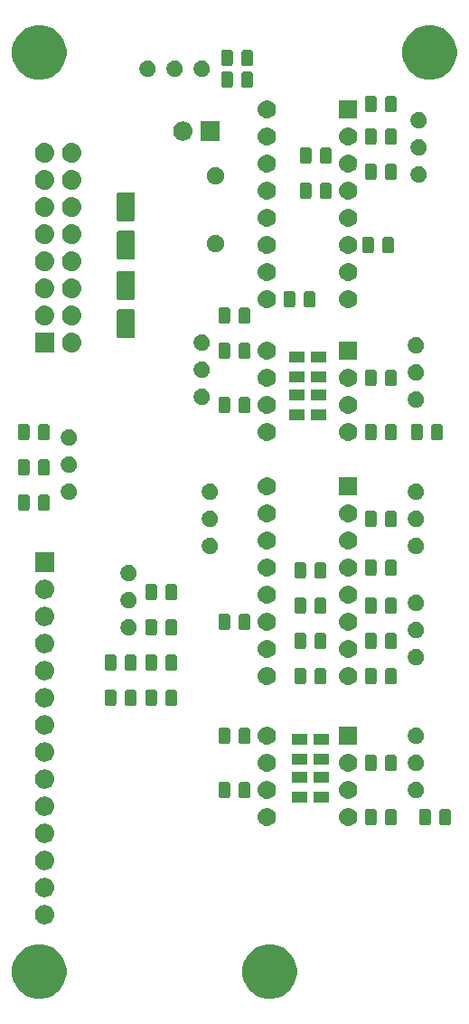
<source format=gbr>
G04 #@! TF.GenerationSoftware,KiCad,Pcbnew,(5.1.4-0-10_14)*
G04 #@! TF.CreationDate,2019-10-08T21:24:40-07:00*
G04 #@! TF.ProjectId,VCO_Main,56434f5f-4d61-4696-9e2e-6b696361645f,rev?*
G04 #@! TF.SameCoordinates,Original*
G04 #@! TF.FileFunction,Soldermask,Top*
G04 #@! TF.FilePolarity,Negative*
%FSLAX46Y46*%
G04 Gerber Fmt 4.6, Leading zero omitted, Abs format (unit mm)*
G04 Created by KiCad (PCBNEW (5.1.4-0-10_14)) date 2019-10-08 21:24:40*
%MOMM*%
%LPD*%
G04 APERTURE LIST*
%ADD10C,0.150000*%
G04 APERTURE END LIST*
D10*
G36*
X92946098Y-154265033D02*
G01*
X93410350Y-154457332D01*
X93410352Y-154457333D01*
X93828168Y-154736509D01*
X94183491Y-155091832D01*
X94462667Y-155509648D01*
X94462668Y-155509650D01*
X94654967Y-155973902D01*
X94753000Y-156466747D01*
X94753000Y-156969253D01*
X94654967Y-157462098D01*
X94462668Y-157926350D01*
X94462667Y-157926352D01*
X94183491Y-158344168D01*
X93828168Y-158699491D01*
X93410352Y-158978667D01*
X93410351Y-158978668D01*
X93410350Y-158978668D01*
X92946098Y-159170967D01*
X92453253Y-159269000D01*
X91950747Y-159269000D01*
X91457902Y-159170967D01*
X90993650Y-158978668D01*
X90993649Y-158978668D01*
X90993648Y-158978667D01*
X90575832Y-158699491D01*
X90220509Y-158344168D01*
X89941333Y-157926352D01*
X89941332Y-157926350D01*
X89749033Y-157462098D01*
X89651000Y-156969253D01*
X89651000Y-156466747D01*
X89749033Y-155973902D01*
X89941332Y-155509650D01*
X89941333Y-155509648D01*
X90220509Y-155091832D01*
X90575832Y-154736509D01*
X90993648Y-154457333D01*
X90993650Y-154457332D01*
X91457902Y-154265033D01*
X91950747Y-154167000D01*
X92453253Y-154167000D01*
X92946098Y-154265033D01*
X92946098Y-154265033D01*
G37*
G36*
X71356098Y-154265033D02*
G01*
X71820350Y-154457332D01*
X71820352Y-154457333D01*
X72238168Y-154736509D01*
X72593491Y-155091832D01*
X72872667Y-155509648D01*
X72872668Y-155509650D01*
X73064967Y-155973902D01*
X73163000Y-156466747D01*
X73163000Y-156969253D01*
X73064967Y-157462098D01*
X72872668Y-157926350D01*
X72872667Y-157926352D01*
X72593491Y-158344168D01*
X72238168Y-158699491D01*
X71820352Y-158978667D01*
X71820351Y-158978668D01*
X71820350Y-158978668D01*
X71356098Y-159170967D01*
X70863253Y-159269000D01*
X70360747Y-159269000D01*
X69867902Y-159170967D01*
X69403650Y-158978668D01*
X69403649Y-158978668D01*
X69403648Y-158978667D01*
X68985832Y-158699491D01*
X68630509Y-158344168D01*
X68351333Y-157926352D01*
X68351332Y-157926350D01*
X68159033Y-157462098D01*
X68061000Y-156969253D01*
X68061000Y-156466747D01*
X68159033Y-155973902D01*
X68351332Y-155509650D01*
X68351333Y-155509648D01*
X68630509Y-155091832D01*
X68985832Y-154736509D01*
X69403648Y-154457333D01*
X69403650Y-154457332D01*
X69867902Y-154265033D01*
X70360747Y-154167000D01*
X70863253Y-154167000D01*
X71356098Y-154265033D01*
X71356098Y-154265033D01*
G37*
G36*
X71230442Y-150489518D02*
G01*
X71296627Y-150496037D01*
X71466466Y-150547557D01*
X71622991Y-150631222D01*
X71658729Y-150660552D01*
X71760186Y-150743814D01*
X71843448Y-150845271D01*
X71872778Y-150881009D01*
X71956443Y-151037534D01*
X72007963Y-151207373D01*
X72025359Y-151384000D01*
X72007963Y-151560627D01*
X71956443Y-151730466D01*
X71872778Y-151886991D01*
X71843448Y-151922729D01*
X71760186Y-152024186D01*
X71658729Y-152107448D01*
X71622991Y-152136778D01*
X71466466Y-152220443D01*
X71296627Y-152271963D01*
X71230443Y-152278481D01*
X71164260Y-152285000D01*
X71075740Y-152285000D01*
X71009557Y-152278481D01*
X70943373Y-152271963D01*
X70773534Y-152220443D01*
X70617009Y-152136778D01*
X70581271Y-152107448D01*
X70479814Y-152024186D01*
X70396552Y-151922729D01*
X70367222Y-151886991D01*
X70283557Y-151730466D01*
X70232037Y-151560627D01*
X70214641Y-151384000D01*
X70232037Y-151207373D01*
X70283557Y-151037534D01*
X70367222Y-150881009D01*
X70396552Y-150845271D01*
X70479814Y-150743814D01*
X70581271Y-150660552D01*
X70617009Y-150631222D01*
X70773534Y-150547557D01*
X70943373Y-150496037D01*
X71009558Y-150489518D01*
X71075740Y-150483000D01*
X71164260Y-150483000D01*
X71230442Y-150489518D01*
X71230442Y-150489518D01*
G37*
G36*
X71230442Y-147949518D02*
G01*
X71296627Y-147956037D01*
X71466466Y-148007557D01*
X71622991Y-148091222D01*
X71658729Y-148120552D01*
X71760186Y-148203814D01*
X71843448Y-148305271D01*
X71872778Y-148341009D01*
X71956443Y-148497534D01*
X72007963Y-148667373D01*
X72025359Y-148844000D01*
X72007963Y-149020627D01*
X71956443Y-149190466D01*
X71872778Y-149346991D01*
X71843448Y-149382729D01*
X71760186Y-149484186D01*
X71658729Y-149567448D01*
X71622991Y-149596778D01*
X71466466Y-149680443D01*
X71296627Y-149731963D01*
X71230442Y-149738482D01*
X71164260Y-149745000D01*
X71075740Y-149745000D01*
X71009558Y-149738482D01*
X70943373Y-149731963D01*
X70773534Y-149680443D01*
X70617009Y-149596778D01*
X70581271Y-149567448D01*
X70479814Y-149484186D01*
X70396552Y-149382729D01*
X70367222Y-149346991D01*
X70283557Y-149190466D01*
X70232037Y-149020627D01*
X70214641Y-148844000D01*
X70232037Y-148667373D01*
X70283557Y-148497534D01*
X70367222Y-148341009D01*
X70396552Y-148305271D01*
X70479814Y-148203814D01*
X70581271Y-148120552D01*
X70617009Y-148091222D01*
X70773534Y-148007557D01*
X70943373Y-147956037D01*
X71009558Y-147949518D01*
X71075740Y-147943000D01*
X71164260Y-147943000D01*
X71230442Y-147949518D01*
X71230442Y-147949518D01*
G37*
G36*
X71230443Y-145409519D02*
G01*
X71296627Y-145416037D01*
X71466466Y-145467557D01*
X71622991Y-145551222D01*
X71658729Y-145580552D01*
X71760186Y-145663814D01*
X71843448Y-145765271D01*
X71872778Y-145801009D01*
X71956443Y-145957534D01*
X72007963Y-146127373D01*
X72025359Y-146304000D01*
X72007963Y-146480627D01*
X71956443Y-146650466D01*
X71872778Y-146806991D01*
X71843448Y-146842729D01*
X71760186Y-146944186D01*
X71658729Y-147027448D01*
X71622991Y-147056778D01*
X71466466Y-147140443D01*
X71296627Y-147191963D01*
X71230442Y-147198482D01*
X71164260Y-147205000D01*
X71075740Y-147205000D01*
X71009558Y-147198482D01*
X70943373Y-147191963D01*
X70773534Y-147140443D01*
X70617009Y-147056778D01*
X70581271Y-147027448D01*
X70479814Y-146944186D01*
X70396552Y-146842729D01*
X70367222Y-146806991D01*
X70283557Y-146650466D01*
X70232037Y-146480627D01*
X70214641Y-146304000D01*
X70232037Y-146127373D01*
X70283557Y-145957534D01*
X70367222Y-145801009D01*
X70396552Y-145765271D01*
X70479814Y-145663814D01*
X70581271Y-145580552D01*
X70617009Y-145551222D01*
X70773534Y-145467557D01*
X70943373Y-145416037D01*
X71009557Y-145409519D01*
X71075740Y-145403000D01*
X71164260Y-145403000D01*
X71230443Y-145409519D01*
X71230443Y-145409519D01*
G37*
G36*
X71230443Y-142869519D02*
G01*
X71296627Y-142876037D01*
X71466466Y-142927557D01*
X71622991Y-143011222D01*
X71645901Y-143030024D01*
X71760186Y-143123814D01*
X71843448Y-143225271D01*
X71872778Y-143261009D01*
X71956443Y-143417534D01*
X72007963Y-143587373D01*
X72025359Y-143764000D01*
X72007963Y-143940627D01*
X71956443Y-144110466D01*
X71872778Y-144266991D01*
X71843448Y-144302729D01*
X71760186Y-144404186D01*
X71658729Y-144487448D01*
X71622991Y-144516778D01*
X71466466Y-144600443D01*
X71296627Y-144651963D01*
X71230442Y-144658482D01*
X71164260Y-144665000D01*
X71075740Y-144665000D01*
X71009558Y-144658482D01*
X70943373Y-144651963D01*
X70773534Y-144600443D01*
X70617009Y-144516778D01*
X70581271Y-144487448D01*
X70479814Y-144404186D01*
X70396552Y-144302729D01*
X70367222Y-144266991D01*
X70283557Y-144110466D01*
X70232037Y-143940627D01*
X70214641Y-143764000D01*
X70232037Y-143587373D01*
X70283557Y-143417534D01*
X70367222Y-143261009D01*
X70396552Y-143225271D01*
X70479814Y-143123814D01*
X70594099Y-143030024D01*
X70617009Y-143011222D01*
X70773534Y-142927557D01*
X70943373Y-142876037D01*
X71009557Y-142869519D01*
X71075740Y-142863000D01*
X71164260Y-142863000D01*
X71230443Y-142869519D01*
X71230443Y-142869519D01*
G37*
G36*
X99734823Y-141401313D02*
G01*
X99895242Y-141449976D01*
X99998738Y-141505296D01*
X100043078Y-141528996D01*
X100172659Y-141635341D01*
X100279004Y-141764922D01*
X100279005Y-141764924D01*
X100358024Y-141912758D01*
X100406687Y-142073177D01*
X100423117Y-142240000D01*
X100406687Y-142406823D01*
X100358024Y-142567242D01*
X100287114Y-142699906D01*
X100279004Y-142715078D01*
X100172659Y-142844659D01*
X100043078Y-142951004D01*
X100043076Y-142951005D01*
X99895242Y-143030024D01*
X99734823Y-143078687D01*
X99609804Y-143091000D01*
X99526196Y-143091000D01*
X99401177Y-143078687D01*
X99240758Y-143030024D01*
X99092924Y-142951005D01*
X99092922Y-142951004D01*
X98963341Y-142844659D01*
X98856996Y-142715078D01*
X98848886Y-142699906D01*
X98777976Y-142567242D01*
X98729313Y-142406823D01*
X98712883Y-142240000D01*
X98729313Y-142073177D01*
X98777976Y-141912758D01*
X98856995Y-141764924D01*
X98856996Y-141764922D01*
X98963341Y-141635341D01*
X99092922Y-141528996D01*
X99137262Y-141505296D01*
X99240758Y-141449976D01*
X99401177Y-141401313D01*
X99526196Y-141389000D01*
X99609804Y-141389000D01*
X99734823Y-141401313D01*
X99734823Y-141401313D01*
G37*
G36*
X92114823Y-141401313D02*
G01*
X92275242Y-141449976D01*
X92378738Y-141505296D01*
X92423078Y-141528996D01*
X92552659Y-141635341D01*
X92659004Y-141764922D01*
X92659005Y-141764924D01*
X92738024Y-141912758D01*
X92786687Y-142073177D01*
X92803117Y-142240000D01*
X92786687Y-142406823D01*
X92738024Y-142567242D01*
X92667114Y-142699906D01*
X92659004Y-142715078D01*
X92552659Y-142844659D01*
X92423078Y-142951004D01*
X92423076Y-142951005D01*
X92275242Y-143030024D01*
X92114823Y-143078687D01*
X91989804Y-143091000D01*
X91906196Y-143091000D01*
X91781177Y-143078687D01*
X91620758Y-143030024D01*
X91472924Y-142951005D01*
X91472922Y-142951004D01*
X91343341Y-142844659D01*
X91236996Y-142715078D01*
X91228886Y-142699906D01*
X91157976Y-142567242D01*
X91109313Y-142406823D01*
X91092883Y-142240000D01*
X91109313Y-142073177D01*
X91157976Y-141912758D01*
X91236995Y-141764924D01*
X91236996Y-141764922D01*
X91343341Y-141635341D01*
X91472922Y-141528996D01*
X91517262Y-141505296D01*
X91620758Y-141449976D01*
X91781177Y-141401313D01*
X91906196Y-141389000D01*
X91989804Y-141389000D01*
X92114823Y-141401313D01*
X92114823Y-141401313D01*
G37*
G36*
X103925468Y-141493565D02*
G01*
X103964138Y-141505296D01*
X103999777Y-141524346D01*
X104031017Y-141549983D01*
X104056654Y-141581223D01*
X104075704Y-141616862D01*
X104087435Y-141655532D01*
X104092000Y-141701888D01*
X104092000Y-142778112D01*
X104087435Y-142824468D01*
X104075704Y-142863138D01*
X104056654Y-142898777D01*
X104031017Y-142930017D01*
X103999777Y-142955654D01*
X103964138Y-142974704D01*
X103925468Y-142986435D01*
X103879112Y-142991000D01*
X103227888Y-142991000D01*
X103181532Y-142986435D01*
X103142862Y-142974704D01*
X103107223Y-142955654D01*
X103075983Y-142930017D01*
X103050346Y-142898777D01*
X103031296Y-142863138D01*
X103019565Y-142824468D01*
X103015000Y-142778112D01*
X103015000Y-141701888D01*
X103019565Y-141655532D01*
X103031296Y-141616862D01*
X103050346Y-141581223D01*
X103075983Y-141549983D01*
X103107223Y-141524346D01*
X103142862Y-141505296D01*
X103181532Y-141493565D01*
X103227888Y-141489000D01*
X103879112Y-141489000D01*
X103925468Y-141493565D01*
X103925468Y-141493565D01*
G37*
G36*
X107130468Y-141493565D02*
G01*
X107169138Y-141505296D01*
X107204777Y-141524346D01*
X107236017Y-141549983D01*
X107261654Y-141581223D01*
X107280704Y-141616862D01*
X107292435Y-141655532D01*
X107297000Y-141701888D01*
X107297000Y-142778112D01*
X107292435Y-142824468D01*
X107280704Y-142863138D01*
X107261654Y-142898777D01*
X107236017Y-142930017D01*
X107204777Y-142955654D01*
X107169138Y-142974704D01*
X107130468Y-142986435D01*
X107084112Y-142991000D01*
X106432888Y-142991000D01*
X106386532Y-142986435D01*
X106347862Y-142974704D01*
X106312223Y-142955654D01*
X106280983Y-142930017D01*
X106255346Y-142898777D01*
X106236296Y-142863138D01*
X106224565Y-142824468D01*
X106220000Y-142778112D01*
X106220000Y-141701888D01*
X106224565Y-141655532D01*
X106236296Y-141616862D01*
X106255346Y-141581223D01*
X106280983Y-141549983D01*
X106312223Y-141524346D01*
X106347862Y-141505296D01*
X106386532Y-141493565D01*
X106432888Y-141489000D01*
X107084112Y-141489000D01*
X107130468Y-141493565D01*
X107130468Y-141493565D01*
G37*
G36*
X109005468Y-141493565D02*
G01*
X109044138Y-141505296D01*
X109079777Y-141524346D01*
X109111017Y-141549983D01*
X109136654Y-141581223D01*
X109155704Y-141616862D01*
X109167435Y-141655532D01*
X109172000Y-141701888D01*
X109172000Y-142778112D01*
X109167435Y-142824468D01*
X109155704Y-142863138D01*
X109136654Y-142898777D01*
X109111017Y-142930017D01*
X109079777Y-142955654D01*
X109044138Y-142974704D01*
X109005468Y-142986435D01*
X108959112Y-142991000D01*
X108307888Y-142991000D01*
X108261532Y-142986435D01*
X108222862Y-142974704D01*
X108187223Y-142955654D01*
X108155983Y-142930017D01*
X108130346Y-142898777D01*
X108111296Y-142863138D01*
X108099565Y-142824468D01*
X108095000Y-142778112D01*
X108095000Y-141701888D01*
X108099565Y-141655532D01*
X108111296Y-141616862D01*
X108130346Y-141581223D01*
X108155983Y-141549983D01*
X108187223Y-141524346D01*
X108222862Y-141505296D01*
X108261532Y-141493565D01*
X108307888Y-141489000D01*
X108959112Y-141489000D01*
X109005468Y-141493565D01*
X109005468Y-141493565D01*
G37*
G36*
X102050468Y-141493565D02*
G01*
X102089138Y-141505296D01*
X102124777Y-141524346D01*
X102156017Y-141549983D01*
X102181654Y-141581223D01*
X102200704Y-141616862D01*
X102212435Y-141655532D01*
X102217000Y-141701888D01*
X102217000Y-142778112D01*
X102212435Y-142824468D01*
X102200704Y-142863138D01*
X102181654Y-142898777D01*
X102156017Y-142930017D01*
X102124777Y-142955654D01*
X102089138Y-142974704D01*
X102050468Y-142986435D01*
X102004112Y-142991000D01*
X101352888Y-142991000D01*
X101306532Y-142986435D01*
X101267862Y-142974704D01*
X101232223Y-142955654D01*
X101200983Y-142930017D01*
X101175346Y-142898777D01*
X101156296Y-142863138D01*
X101144565Y-142824468D01*
X101140000Y-142778112D01*
X101140000Y-141701888D01*
X101144565Y-141655532D01*
X101156296Y-141616862D01*
X101175346Y-141581223D01*
X101200983Y-141549983D01*
X101232223Y-141524346D01*
X101267862Y-141505296D01*
X101306532Y-141493565D01*
X101352888Y-141489000D01*
X102004112Y-141489000D01*
X102050468Y-141493565D01*
X102050468Y-141493565D01*
G37*
G36*
X71230442Y-140329518D02*
G01*
X71296627Y-140336037D01*
X71466466Y-140387557D01*
X71622991Y-140471222D01*
X71645901Y-140490024D01*
X71760186Y-140583814D01*
X71816759Y-140652750D01*
X71872778Y-140721009D01*
X71956443Y-140877534D01*
X72007963Y-141047373D01*
X72025359Y-141224000D01*
X72007963Y-141400627D01*
X71956443Y-141570466D01*
X71872778Y-141726991D01*
X71847124Y-141758250D01*
X71760186Y-141864186D01*
X71658729Y-141947448D01*
X71622991Y-141976778D01*
X71466466Y-142060443D01*
X71296627Y-142111963D01*
X71230443Y-142118481D01*
X71164260Y-142125000D01*
X71075740Y-142125000D01*
X71009557Y-142118481D01*
X70943373Y-142111963D01*
X70773534Y-142060443D01*
X70617009Y-141976778D01*
X70581271Y-141947448D01*
X70479814Y-141864186D01*
X70392876Y-141758250D01*
X70367222Y-141726991D01*
X70283557Y-141570466D01*
X70232037Y-141400627D01*
X70214641Y-141224000D01*
X70232037Y-141047373D01*
X70283557Y-140877534D01*
X70367222Y-140721009D01*
X70423241Y-140652750D01*
X70479814Y-140583814D01*
X70594099Y-140490024D01*
X70617009Y-140471222D01*
X70773534Y-140387557D01*
X70943373Y-140336037D01*
X71009558Y-140329518D01*
X71075740Y-140323000D01*
X71164260Y-140323000D01*
X71230442Y-140329518D01*
X71230442Y-140329518D01*
G37*
G36*
X97612468Y-139849565D02*
G01*
X97651138Y-139861296D01*
X97686777Y-139880346D01*
X97718017Y-139905983D01*
X97743654Y-139937223D01*
X97762704Y-139972862D01*
X97774435Y-140011532D01*
X97779000Y-140057888D01*
X97779000Y-140709112D01*
X97774435Y-140755468D01*
X97762704Y-140794138D01*
X97743654Y-140829777D01*
X97718017Y-140861017D01*
X97686777Y-140886654D01*
X97651138Y-140905704D01*
X97612468Y-140917435D01*
X97566112Y-140922000D01*
X96489888Y-140922000D01*
X96443532Y-140917435D01*
X96404862Y-140905704D01*
X96369223Y-140886654D01*
X96337983Y-140861017D01*
X96312346Y-140829777D01*
X96293296Y-140794138D01*
X96281565Y-140755468D01*
X96277000Y-140709112D01*
X96277000Y-140057888D01*
X96281565Y-140011532D01*
X96293296Y-139972862D01*
X96312346Y-139937223D01*
X96337983Y-139905983D01*
X96369223Y-139880346D01*
X96404862Y-139861296D01*
X96443532Y-139849565D01*
X96489888Y-139845000D01*
X97566112Y-139845000D01*
X97612468Y-139849565D01*
X97612468Y-139849565D01*
G37*
G36*
X95580468Y-139849565D02*
G01*
X95619138Y-139861296D01*
X95654777Y-139880346D01*
X95686017Y-139905983D01*
X95711654Y-139937223D01*
X95730704Y-139972862D01*
X95742435Y-140011532D01*
X95747000Y-140057888D01*
X95747000Y-140709112D01*
X95742435Y-140755468D01*
X95730704Y-140794138D01*
X95711654Y-140829777D01*
X95686017Y-140861017D01*
X95654777Y-140886654D01*
X95619138Y-140905704D01*
X95580468Y-140917435D01*
X95534112Y-140922000D01*
X94457888Y-140922000D01*
X94411532Y-140917435D01*
X94372862Y-140905704D01*
X94337223Y-140886654D01*
X94305983Y-140861017D01*
X94280346Y-140829777D01*
X94261296Y-140794138D01*
X94249565Y-140755468D01*
X94245000Y-140709112D01*
X94245000Y-140057888D01*
X94249565Y-140011532D01*
X94261296Y-139972862D01*
X94280346Y-139937223D01*
X94305983Y-139905983D01*
X94337223Y-139880346D01*
X94372862Y-139861296D01*
X94411532Y-139849565D01*
X94457888Y-139845000D01*
X95534112Y-139845000D01*
X95580468Y-139849565D01*
X95580468Y-139849565D01*
G37*
G36*
X99734823Y-138861313D02*
G01*
X99895242Y-138909976D01*
X99986265Y-138958629D01*
X100043078Y-138988996D01*
X100172659Y-139095341D01*
X100279004Y-139224922D01*
X100279005Y-139224924D01*
X100358024Y-139372758D01*
X100406687Y-139533177D01*
X100423117Y-139700000D01*
X100406687Y-139866823D01*
X100358024Y-140027242D01*
X100311517Y-140114250D01*
X100279004Y-140175078D01*
X100172659Y-140304659D01*
X100043078Y-140411004D01*
X100043076Y-140411005D01*
X99895242Y-140490024D01*
X99734823Y-140538687D01*
X99609804Y-140551000D01*
X99526196Y-140551000D01*
X99401177Y-140538687D01*
X99240758Y-140490024D01*
X99092924Y-140411005D01*
X99092922Y-140411004D01*
X98963341Y-140304659D01*
X98856996Y-140175078D01*
X98824483Y-140114250D01*
X98777976Y-140027242D01*
X98729313Y-139866823D01*
X98712883Y-139700000D01*
X98729313Y-139533177D01*
X98777976Y-139372758D01*
X98856995Y-139224924D01*
X98856996Y-139224922D01*
X98963341Y-139095341D01*
X99092922Y-138988996D01*
X99149735Y-138958629D01*
X99240758Y-138909976D01*
X99401177Y-138861313D01*
X99526196Y-138849000D01*
X99609804Y-138849000D01*
X99734823Y-138861313D01*
X99734823Y-138861313D01*
G37*
G36*
X92114823Y-138861313D02*
G01*
X92275242Y-138909976D01*
X92366265Y-138958629D01*
X92423078Y-138988996D01*
X92552659Y-139095341D01*
X92659004Y-139224922D01*
X92659005Y-139224924D01*
X92738024Y-139372758D01*
X92786687Y-139533177D01*
X92803117Y-139700000D01*
X92786687Y-139866823D01*
X92738024Y-140027242D01*
X92691517Y-140114250D01*
X92659004Y-140175078D01*
X92552659Y-140304659D01*
X92423078Y-140411004D01*
X92423076Y-140411005D01*
X92275242Y-140490024D01*
X92114823Y-140538687D01*
X91989804Y-140551000D01*
X91906196Y-140551000D01*
X91781177Y-140538687D01*
X91620758Y-140490024D01*
X91472924Y-140411005D01*
X91472922Y-140411004D01*
X91343341Y-140304659D01*
X91236996Y-140175078D01*
X91204483Y-140114250D01*
X91157976Y-140027242D01*
X91109313Y-139866823D01*
X91092883Y-139700000D01*
X91109313Y-139533177D01*
X91157976Y-139372758D01*
X91236995Y-139224924D01*
X91236996Y-139224922D01*
X91343341Y-139095341D01*
X91472922Y-138988996D01*
X91529735Y-138958629D01*
X91620758Y-138909976D01*
X91781177Y-138861313D01*
X91906196Y-138849000D01*
X91989804Y-138849000D01*
X92114823Y-138861313D01*
X92114823Y-138861313D01*
G37*
G36*
X106043589Y-138938876D02*
G01*
X106142893Y-138958629D01*
X106283206Y-139016748D01*
X106409484Y-139101125D01*
X106516875Y-139208516D01*
X106601252Y-139334794D01*
X106659371Y-139475107D01*
X106689000Y-139624063D01*
X106689000Y-139775937D01*
X106659371Y-139924893D01*
X106601252Y-140065206D01*
X106516875Y-140191484D01*
X106409484Y-140298875D01*
X106283206Y-140383252D01*
X106142893Y-140441371D01*
X106043589Y-140461124D01*
X105993938Y-140471000D01*
X105842062Y-140471000D01*
X105792411Y-140461124D01*
X105693107Y-140441371D01*
X105552794Y-140383252D01*
X105426516Y-140298875D01*
X105319125Y-140191484D01*
X105234748Y-140065206D01*
X105176629Y-139924893D01*
X105147000Y-139775937D01*
X105147000Y-139624063D01*
X105176629Y-139475107D01*
X105234748Y-139334794D01*
X105319125Y-139208516D01*
X105426516Y-139101125D01*
X105552794Y-139016748D01*
X105693107Y-138958629D01*
X105792411Y-138938876D01*
X105842062Y-138929000D01*
X105993938Y-138929000D01*
X106043589Y-138938876D01*
X106043589Y-138938876D01*
G37*
G36*
X90209468Y-138953565D02*
G01*
X90248138Y-138965296D01*
X90283777Y-138984346D01*
X90315017Y-139009983D01*
X90340654Y-139041223D01*
X90359704Y-139076862D01*
X90371435Y-139115532D01*
X90376000Y-139161888D01*
X90376000Y-140238112D01*
X90371435Y-140284468D01*
X90359704Y-140323138D01*
X90340654Y-140358777D01*
X90315017Y-140390017D01*
X90283777Y-140415654D01*
X90248138Y-140434704D01*
X90209468Y-140446435D01*
X90163112Y-140451000D01*
X89511888Y-140451000D01*
X89465532Y-140446435D01*
X89426862Y-140434704D01*
X89391223Y-140415654D01*
X89359983Y-140390017D01*
X89334346Y-140358777D01*
X89315296Y-140323138D01*
X89303565Y-140284468D01*
X89299000Y-140238112D01*
X89299000Y-139161888D01*
X89303565Y-139115532D01*
X89315296Y-139076862D01*
X89334346Y-139041223D01*
X89359983Y-139009983D01*
X89391223Y-138984346D01*
X89426862Y-138965296D01*
X89465532Y-138953565D01*
X89511888Y-138949000D01*
X90163112Y-138949000D01*
X90209468Y-138953565D01*
X90209468Y-138953565D01*
G37*
G36*
X88334468Y-138953565D02*
G01*
X88373138Y-138965296D01*
X88408777Y-138984346D01*
X88440017Y-139009983D01*
X88465654Y-139041223D01*
X88484704Y-139076862D01*
X88496435Y-139115532D01*
X88501000Y-139161888D01*
X88501000Y-140238112D01*
X88496435Y-140284468D01*
X88484704Y-140323138D01*
X88465654Y-140358777D01*
X88440017Y-140390017D01*
X88408777Y-140415654D01*
X88373138Y-140434704D01*
X88334468Y-140446435D01*
X88288112Y-140451000D01*
X87636888Y-140451000D01*
X87590532Y-140446435D01*
X87551862Y-140434704D01*
X87516223Y-140415654D01*
X87484983Y-140390017D01*
X87459346Y-140358777D01*
X87440296Y-140323138D01*
X87428565Y-140284468D01*
X87424000Y-140238112D01*
X87424000Y-139161888D01*
X87428565Y-139115532D01*
X87440296Y-139076862D01*
X87459346Y-139041223D01*
X87484983Y-139009983D01*
X87516223Y-138984346D01*
X87551862Y-138965296D01*
X87590532Y-138953565D01*
X87636888Y-138949000D01*
X88288112Y-138949000D01*
X88334468Y-138953565D01*
X88334468Y-138953565D01*
G37*
G36*
X71230443Y-137789519D02*
G01*
X71296627Y-137796037D01*
X71466466Y-137847557D01*
X71622991Y-137931222D01*
X71645901Y-137950024D01*
X71760186Y-138043814D01*
X71843448Y-138145271D01*
X71872778Y-138181009D01*
X71956443Y-138337534D01*
X72007963Y-138507373D01*
X72025359Y-138684000D01*
X72007963Y-138860627D01*
X71956443Y-139030466D01*
X71872778Y-139186991D01*
X71855113Y-139208516D01*
X71760186Y-139324186D01*
X71658729Y-139407448D01*
X71622991Y-139436778D01*
X71466466Y-139520443D01*
X71296627Y-139571963D01*
X71230443Y-139578481D01*
X71164260Y-139585000D01*
X71075740Y-139585000D01*
X71009557Y-139578481D01*
X70943373Y-139571963D01*
X70773534Y-139520443D01*
X70617009Y-139436778D01*
X70581271Y-139407448D01*
X70479814Y-139324186D01*
X70384887Y-139208516D01*
X70367222Y-139186991D01*
X70283557Y-139030466D01*
X70232037Y-138860627D01*
X70214641Y-138684000D01*
X70232037Y-138507373D01*
X70283557Y-138337534D01*
X70367222Y-138181009D01*
X70396552Y-138145271D01*
X70479814Y-138043814D01*
X70594099Y-137950024D01*
X70617009Y-137931222D01*
X70773534Y-137847557D01*
X70943373Y-137796037D01*
X71009557Y-137789519D01*
X71075740Y-137783000D01*
X71164260Y-137783000D01*
X71230443Y-137789519D01*
X71230443Y-137789519D01*
G37*
G36*
X97612468Y-137974565D02*
G01*
X97651138Y-137986296D01*
X97686777Y-138005346D01*
X97718017Y-138030983D01*
X97743654Y-138062223D01*
X97762704Y-138097862D01*
X97774435Y-138136532D01*
X97779000Y-138182888D01*
X97779000Y-138834112D01*
X97774435Y-138880468D01*
X97762704Y-138919138D01*
X97743654Y-138954777D01*
X97718017Y-138986017D01*
X97686777Y-139011654D01*
X97651138Y-139030704D01*
X97612468Y-139042435D01*
X97566112Y-139047000D01*
X96489888Y-139047000D01*
X96443532Y-139042435D01*
X96404862Y-139030704D01*
X96369223Y-139011654D01*
X96337983Y-138986017D01*
X96312346Y-138954777D01*
X96293296Y-138919138D01*
X96281565Y-138880468D01*
X96277000Y-138834112D01*
X96277000Y-138182888D01*
X96281565Y-138136532D01*
X96293296Y-138097862D01*
X96312346Y-138062223D01*
X96337983Y-138030983D01*
X96369223Y-138005346D01*
X96404862Y-137986296D01*
X96443532Y-137974565D01*
X96489888Y-137970000D01*
X97566112Y-137970000D01*
X97612468Y-137974565D01*
X97612468Y-137974565D01*
G37*
G36*
X95580468Y-137974565D02*
G01*
X95619138Y-137986296D01*
X95654777Y-138005346D01*
X95686017Y-138030983D01*
X95711654Y-138062223D01*
X95730704Y-138097862D01*
X95742435Y-138136532D01*
X95747000Y-138182888D01*
X95747000Y-138834112D01*
X95742435Y-138880468D01*
X95730704Y-138919138D01*
X95711654Y-138954777D01*
X95686017Y-138986017D01*
X95654777Y-139011654D01*
X95619138Y-139030704D01*
X95580468Y-139042435D01*
X95534112Y-139047000D01*
X94457888Y-139047000D01*
X94411532Y-139042435D01*
X94372862Y-139030704D01*
X94337223Y-139011654D01*
X94305983Y-138986017D01*
X94280346Y-138954777D01*
X94261296Y-138919138D01*
X94249565Y-138880468D01*
X94245000Y-138834112D01*
X94245000Y-138182888D01*
X94249565Y-138136532D01*
X94261296Y-138097862D01*
X94280346Y-138062223D01*
X94305983Y-138030983D01*
X94337223Y-138005346D01*
X94372862Y-137986296D01*
X94411532Y-137974565D01*
X94457888Y-137970000D01*
X95534112Y-137970000D01*
X95580468Y-137974565D01*
X95580468Y-137974565D01*
G37*
G36*
X92114823Y-136321313D02*
G01*
X92275242Y-136369976D01*
X92362959Y-136416862D01*
X92423078Y-136448996D01*
X92552659Y-136555341D01*
X92659004Y-136684922D01*
X92659005Y-136684924D01*
X92738024Y-136832758D01*
X92786687Y-136993177D01*
X92803117Y-137160000D01*
X92786687Y-137326823D01*
X92738024Y-137487242D01*
X92667114Y-137619906D01*
X92659004Y-137635078D01*
X92552659Y-137764659D01*
X92423078Y-137871004D01*
X92423076Y-137871005D01*
X92275242Y-137950024D01*
X92114823Y-137998687D01*
X91989804Y-138011000D01*
X91906196Y-138011000D01*
X91781177Y-137998687D01*
X91620758Y-137950024D01*
X91472924Y-137871005D01*
X91472922Y-137871004D01*
X91343341Y-137764659D01*
X91236996Y-137635078D01*
X91228886Y-137619906D01*
X91157976Y-137487242D01*
X91109313Y-137326823D01*
X91092883Y-137160000D01*
X91109313Y-136993177D01*
X91157976Y-136832758D01*
X91236995Y-136684924D01*
X91236996Y-136684922D01*
X91343341Y-136555341D01*
X91472922Y-136448996D01*
X91533041Y-136416862D01*
X91620758Y-136369976D01*
X91781177Y-136321313D01*
X91906196Y-136309000D01*
X91989804Y-136309000D01*
X92114823Y-136321313D01*
X92114823Y-136321313D01*
G37*
G36*
X99734823Y-136321313D02*
G01*
X99895242Y-136369976D01*
X99982959Y-136416862D01*
X100043078Y-136448996D01*
X100172659Y-136555341D01*
X100279004Y-136684922D01*
X100279005Y-136684924D01*
X100358024Y-136832758D01*
X100406687Y-136993177D01*
X100423117Y-137160000D01*
X100406687Y-137326823D01*
X100358024Y-137487242D01*
X100287114Y-137619906D01*
X100279004Y-137635078D01*
X100172659Y-137764659D01*
X100043078Y-137871004D01*
X100043076Y-137871005D01*
X99895242Y-137950024D01*
X99734823Y-137998687D01*
X99609804Y-138011000D01*
X99526196Y-138011000D01*
X99401177Y-137998687D01*
X99240758Y-137950024D01*
X99092924Y-137871005D01*
X99092922Y-137871004D01*
X98963341Y-137764659D01*
X98856996Y-137635078D01*
X98848886Y-137619906D01*
X98777976Y-137487242D01*
X98729313Y-137326823D01*
X98712883Y-137160000D01*
X98729313Y-136993177D01*
X98777976Y-136832758D01*
X98856995Y-136684924D01*
X98856996Y-136684922D01*
X98963341Y-136555341D01*
X99092922Y-136448996D01*
X99153041Y-136416862D01*
X99240758Y-136369976D01*
X99401177Y-136321313D01*
X99526196Y-136309000D01*
X99609804Y-136309000D01*
X99734823Y-136321313D01*
X99734823Y-136321313D01*
G37*
G36*
X106043589Y-136398876D02*
G01*
X106142893Y-136418629D01*
X106283206Y-136476748D01*
X106409484Y-136561125D01*
X106516875Y-136668516D01*
X106601252Y-136794794D01*
X106659371Y-136935107D01*
X106689000Y-137084063D01*
X106689000Y-137235937D01*
X106659371Y-137384893D01*
X106601252Y-137525206D01*
X106516875Y-137651484D01*
X106409484Y-137758875D01*
X106283206Y-137843252D01*
X106142893Y-137901371D01*
X106043589Y-137921124D01*
X105993938Y-137931000D01*
X105842062Y-137931000D01*
X105792411Y-137921124D01*
X105693107Y-137901371D01*
X105552794Y-137843252D01*
X105426516Y-137758875D01*
X105319125Y-137651484D01*
X105234748Y-137525206D01*
X105176629Y-137384893D01*
X105147000Y-137235937D01*
X105147000Y-137084063D01*
X105176629Y-136935107D01*
X105234748Y-136794794D01*
X105319125Y-136668516D01*
X105426516Y-136561125D01*
X105552794Y-136476748D01*
X105693107Y-136418629D01*
X105792411Y-136398876D01*
X105842062Y-136389000D01*
X105993938Y-136389000D01*
X106043589Y-136398876D01*
X106043589Y-136398876D01*
G37*
G36*
X103925468Y-136413565D02*
G01*
X103964138Y-136425296D01*
X103999777Y-136444346D01*
X104031017Y-136469983D01*
X104056654Y-136501223D01*
X104075704Y-136536862D01*
X104087435Y-136575532D01*
X104092000Y-136621888D01*
X104092000Y-137698112D01*
X104087435Y-137744468D01*
X104075704Y-137783138D01*
X104056654Y-137818777D01*
X104031017Y-137850017D01*
X103999777Y-137875654D01*
X103964138Y-137894704D01*
X103925468Y-137906435D01*
X103879112Y-137911000D01*
X103227888Y-137911000D01*
X103181532Y-137906435D01*
X103142862Y-137894704D01*
X103107223Y-137875654D01*
X103075983Y-137850017D01*
X103050346Y-137818777D01*
X103031296Y-137783138D01*
X103019565Y-137744468D01*
X103015000Y-137698112D01*
X103015000Y-136621888D01*
X103019565Y-136575532D01*
X103031296Y-136536862D01*
X103050346Y-136501223D01*
X103075983Y-136469983D01*
X103107223Y-136444346D01*
X103142862Y-136425296D01*
X103181532Y-136413565D01*
X103227888Y-136409000D01*
X103879112Y-136409000D01*
X103925468Y-136413565D01*
X103925468Y-136413565D01*
G37*
G36*
X102050468Y-136413565D02*
G01*
X102089138Y-136425296D01*
X102124777Y-136444346D01*
X102156017Y-136469983D01*
X102181654Y-136501223D01*
X102200704Y-136536862D01*
X102212435Y-136575532D01*
X102217000Y-136621888D01*
X102217000Y-137698112D01*
X102212435Y-137744468D01*
X102200704Y-137783138D01*
X102181654Y-137818777D01*
X102156017Y-137850017D01*
X102124777Y-137875654D01*
X102089138Y-137894704D01*
X102050468Y-137906435D01*
X102004112Y-137911000D01*
X101352888Y-137911000D01*
X101306532Y-137906435D01*
X101267862Y-137894704D01*
X101232223Y-137875654D01*
X101200983Y-137850017D01*
X101175346Y-137818777D01*
X101156296Y-137783138D01*
X101144565Y-137744468D01*
X101140000Y-137698112D01*
X101140000Y-136621888D01*
X101144565Y-136575532D01*
X101156296Y-136536862D01*
X101175346Y-136501223D01*
X101200983Y-136469983D01*
X101232223Y-136444346D01*
X101267862Y-136425296D01*
X101306532Y-136413565D01*
X101352888Y-136409000D01*
X102004112Y-136409000D01*
X102050468Y-136413565D01*
X102050468Y-136413565D01*
G37*
G36*
X95580468Y-136293565D02*
G01*
X95619138Y-136305296D01*
X95654777Y-136324346D01*
X95686017Y-136349983D01*
X95711654Y-136381223D01*
X95730704Y-136416862D01*
X95742435Y-136455532D01*
X95747000Y-136501888D01*
X95747000Y-137153112D01*
X95742435Y-137199468D01*
X95730704Y-137238138D01*
X95711654Y-137273777D01*
X95686017Y-137305017D01*
X95654777Y-137330654D01*
X95619138Y-137349704D01*
X95580468Y-137361435D01*
X95534112Y-137366000D01*
X94457888Y-137366000D01*
X94411532Y-137361435D01*
X94372862Y-137349704D01*
X94337223Y-137330654D01*
X94305983Y-137305017D01*
X94280346Y-137273777D01*
X94261296Y-137238138D01*
X94249565Y-137199468D01*
X94245000Y-137153112D01*
X94245000Y-136501888D01*
X94249565Y-136455532D01*
X94261296Y-136416862D01*
X94280346Y-136381223D01*
X94305983Y-136349983D01*
X94337223Y-136324346D01*
X94372862Y-136305296D01*
X94411532Y-136293565D01*
X94457888Y-136289000D01*
X95534112Y-136289000D01*
X95580468Y-136293565D01*
X95580468Y-136293565D01*
G37*
G36*
X97612468Y-136293565D02*
G01*
X97651138Y-136305296D01*
X97686777Y-136324346D01*
X97718017Y-136349983D01*
X97743654Y-136381223D01*
X97762704Y-136416862D01*
X97774435Y-136455532D01*
X97779000Y-136501888D01*
X97779000Y-137153112D01*
X97774435Y-137199468D01*
X97762704Y-137238138D01*
X97743654Y-137273777D01*
X97718017Y-137305017D01*
X97686777Y-137330654D01*
X97651138Y-137349704D01*
X97612468Y-137361435D01*
X97566112Y-137366000D01*
X96489888Y-137366000D01*
X96443532Y-137361435D01*
X96404862Y-137349704D01*
X96369223Y-137330654D01*
X96337983Y-137305017D01*
X96312346Y-137273777D01*
X96293296Y-137238138D01*
X96281565Y-137199468D01*
X96277000Y-137153112D01*
X96277000Y-136501888D01*
X96281565Y-136455532D01*
X96293296Y-136416862D01*
X96312346Y-136381223D01*
X96337983Y-136349983D01*
X96369223Y-136324346D01*
X96404862Y-136305296D01*
X96443532Y-136293565D01*
X96489888Y-136289000D01*
X97566112Y-136289000D01*
X97612468Y-136293565D01*
X97612468Y-136293565D01*
G37*
G36*
X71230443Y-135249519D02*
G01*
X71296627Y-135256037D01*
X71466466Y-135307557D01*
X71622991Y-135391222D01*
X71645901Y-135410024D01*
X71760186Y-135503814D01*
X71843448Y-135605271D01*
X71872778Y-135641009D01*
X71956443Y-135797534D01*
X72007963Y-135967373D01*
X72025359Y-136144000D01*
X72007963Y-136320627D01*
X71956443Y-136490466D01*
X71872778Y-136646991D01*
X71855113Y-136668516D01*
X71760186Y-136784186D01*
X71658729Y-136867448D01*
X71622991Y-136896778D01*
X71466466Y-136980443D01*
X71296627Y-137031963D01*
X71230443Y-137038481D01*
X71164260Y-137045000D01*
X71075740Y-137045000D01*
X71009557Y-137038481D01*
X70943373Y-137031963D01*
X70773534Y-136980443D01*
X70617009Y-136896778D01*
X70581271Y-136867448D01*
X70479814Y-136784186D01*
X70384887Y-136668516D01*
X70367222Y-136646991D01*
X70283557Y-136490466D01*
X70232037Y-136320627D01*
X70214641Y-136144000D01*
X70232037Y-135967373D01*
X70283557Y-135797534D01*
X70367222Y-135641009D01*
X70396552Y-135605271D01*
X70479814Y-135503814D01*
X70594099Y-135410024D01*
X70617009Y-135391222D01*
X70773534Y-135307557D01*
X70943373Y-135256037D01*
X71009557Y-135249519D01*
X71075740Y-135243000D01*
X71164260Y-135243000D01*
X71230443Y-135249519D01*
X71230443Y-135249519D01*
G37*
G36*
X95580468Y-134418565D02*
G01*
X95619138Y-134430296D01*
X95654777Y-134449346D01*
X95686017Y-134474983D01*
X95711654Y-134506223D01*
X95730704Y-134541862D01*
X95742435Y-134580532D01*
X95747000Y-134626888D01*
X95747000Y-135278112D01*
X95742435Y-135324468D01*
X95730704Y-135363138D01*
X95711654Y-135398777D01*
X95686017Y-135430017D01*
X95654777Y-135455654D01*
X95619138Y-135474704D01*
X95580468Y-135486435D01*
X95534112Y-135491000D01*
X94457888Y-135491000D01*
X94411532Y-135486435D01*
X94372862Y-135474704D01*
X94337223Y-135455654D01*
X94305983Y-135430017D01*
X94280346Y-135398777D01*
X94261296Y-135363138D01*
X94249565Y-135324468D01*
X94245000Y-135278112D01*
X94245000Y-134626888D01*
X94249565Y-134580532D01*
X94261296Y-134541862D01*
X94280346Y-134506223D01*
X94305983Y-134474983D01*
X94337223Y-134449346D01*
X94372862Y-134430296D01*
X94411532Y-134418565D01*
X94457888Y-134414000D01*
X95534112Y-134414000D01*
X95580468Y-134418565D01*
X95580468Y-134418565D01*
G37*
G36*
X97612468Y-134418565D02*
G01*
X97651138Y-134430296D01*
X97686777Y-134449346D01*
X97718017Y-134474983D01*
X97743654Y-134506223D01*
X97762704Y-134541862D01*
X97774435Y-134580532D01*
X97779000Y-134626888D01*
X97779000Y-135278112D01*
X97774435Y-135324468D01*
X97762704Y-135363138D01*
X97743654Y-135398777D01*
X97718017Y-135430017D01*
X97686777Y-135455654D01*
X97651138Y-135474704D01*
X97612468Y-135486435D01*
X97566112Y-135491000D01*
X96489888Y-135491000D01*
X96443532Y-135486435D01*
X96404862Y-135474704D01*
X96369223Y-135455654D01*
X96337983Y-135430017D01*
X96312346Y-135398777D01*
X96293296Y-135363138D01*
X96281565Y-135324468D01*
X96277000Y-135278112D01*
X96277000Y-134626888D01*
X96281565Y-134580532D01*
X96293296Y-134541862D01*
X96312346Y-134506223D01*
X96337983Y-134474983D01*
X96369223Y-134449346D01*
X96404862Y-134430296D01*
X96443532Y-134418565D01*
X96489888Y-134414000D01*
X97566112Y-134414000D01*
X97612468Y-134418565D01*
X97612468Y-134418565D01*
G37*
G36*
X100419000Y-135471000D02*
G01*
X98717000Y-135471000D01*
X98717000Y-133769000D01*
X100419000Y-133769000D01*
X100419000Y-135471000D01*
X100419000Y-135471000D01*
G37*
G36*
X92114823Y-133781313D02*
G01*
X92275242Y-133829976D01*
X92366265Y-133878629D01*
X92423078Y-133908996D01*
X92552659Y-134015341D01*
X92659004Y-134144922D01*
X92659005Y-134144924D01*
X92738024Y-134292758D01*
X92786687Y-134453177D01*
X92803117Y-134620000D01*
X92786687Y-134786823D01*
X92738024Y-134947242D01*
X92667114Y-135079906D01*
X92659004Y-135095078D01*
X92552659Y-135224659D01*
X92423078Y-135331004D01*
X92423076Y-135331005D01*
X92275242Y-135410024D01*
X92114823Y-135458687D01*
X91989804Y-135471000D01*
X91906196Y-135471000D01*
X91781177Y-135458687D01*
X91620758Y-135410024D01*
X91472924Y-135331005D01*
X91472922Y-135331004D01*
X91343341Y-135224659D01*
X91236996Y-135095078D01*
X91228886Y-135079906D01*
X91157976Y-134947242D01*
X91109313Y-134786823D01*
X91092883Y-134620000D01*
X91109313Y-134453177D01*
X91157976Y-134292758D01*
X91236995Y-134144924D01*
X91236996Y-134144922D01*
X91343341Y-134015341D01*
X91472922Y-133908996D01*
X91529735Y-133878629D01*
X91620758Y-133829976D01*
X91781177Y-133781313D01*
X91906196Y-133769000D01*
X91989804Y-133769000D01*
X92114823Y-133781313D01*
X92114823Y-133781313D01*
G37*
G36*
X106043589Y-133858876D02*
G01*
X106142893Y-133878629D01*
X106283206Y-133936748D01*
X106409484Y-134021125D01*
X106516875Y-134128516D01*
X106601252Y-134254794D01*
X106659371Y-134395107D01*
X106689000Y-134544063D01*
X106689000Y-134695937D01*
X106659371Y-134844893D01*
X106601252Y-134985206D01*
X106516875Y-135111484D01*
X106409484Y-135218875D01*
X106283206Y-135303252D01*
X106142893Y-135361371D01*
X106043589Y-135381124D01*
X105993938Y-135391000D01*
X105842062Y-135391000D01*
X105792411Y-135381124D01*
X105693107Y-135361371D01*
X105552794Y-135303252D01*
X105426516Y-135218875D01*
X105319125Y-135111484D01*
X105234748Y-134985206D01*
X105176629Y-134844893D01*
X105147000Y-134695937D01*
X105147000Y-134544063D01*
X105176629Y-134395107D01*
X105234748Y-134254794D01*
X105319125Y-134128516D01*
X105426516Y-134021125D01*
X105552794Y-133936748D01*
X105693107Y-133878629D01*
X105792411Y-133858876D01*
X105842062Y-133849000D01*
X105993938Y-133849000D01*
X106043589Y-133858876D01*
X106043589Y-133858876D01*
G37*
G36*
X90209468Y-133873565D02*
G01*
X90248138Y-133885296D01*
X90283777Y-133904346D01*
X90315017Y-133929983D01*
X90340654Y-133961223D01*
X90359704Y-133996862D01*
X90371435Y-134035532D01*
X90376000Y-134081888D01*
X90376000Y-135158112D01*
X90371435Y-135204468D01*
X90359704Y-135243138D01*
X90340654Y-135278777D01*
X90315017Y-135310017D01*
X90283777Y-135335654D01*
X90248138Y-135354704D01*
X90209468Y-135366435D01*
X90163112Y-135371000D01*
X89511888Y-135371000D01*
X89465532Y-135366435D01*
X89426862Y-135354704D01*
X89391223Y-135335654D01*
X89359983Y-135310017D01*
X89334346Y-135278777D01*
X89315296Y-135243138D01*
X89303565Y-135204468D01*
X89299000Y-135158112D01*
X89299000Y-134081888D01*
X89303565Y-134035532D01*
X89315296Y-133996862D01*
X89334346Y-133961223D01*
X89359983Y-133929983D01*
X89391223Y-133904346D01*
X89426862Y-133885296D01*
X89465532Y-133873565D01*
X89511888Y-133869000D01*
X90163112Y-133869000D01*
X90209468Y-133873565D01*
X90209468Y-133873565D01*
G37*
G36*
X88334468Y-133873565D02*
G01*
X88373138Y-133885296D01*
X88408777Y-133904346D01*
X88440017Y-133929983D01*
X88465654Y-133961223D01*
X88484704Y-133996862D01*
X88496435Y-134035532D01*
X88501000Y-134081888D01*
X88501000Y-135158112D01*
X88496435Y-135204468D01*
X88484704Y-135243138D01*
X88465654Y-135278777D01*
X88440017Y-135310017D01*
X88408777Y-135335654D01*
X88373138Y-135354704D01*
X88334468Y-135366435D01*
X88288112Y-135371000D01*
X87636888Y-135371000D01*
X87590532Y-135366435D01*
X87551862Y-135354704D01*
X87516223Y-135335654D01*
X87484983Y-135310017D01*
X87459346Y-135278777D01*
X87440296Y-135243138D01*
X87428565Y-135204468D01*
X87424000Y-135158112D01*
X87424000Y-134081888D01*
X87428565Y-134035532D01*
X87440296Y-133996862D01*
X87459346Y-133961223D01*
X87484983Y-133929983D01*
X87516223Y-133904346D01*
X87551862Y-133885296D01*
X87590532Y-133873565D01*
X87636888Y-133869000D01*
X88288112Y-133869000D01*
X88334468Y-133873565D01*
X88334468Y-133873565D01*
G37*
G36*
X71230442Y-132709518D02*
G01*
X71296627Y-132716037D01*
X71466466Y-132767557D01*
X71622991Y-132851222D01*
X71658729Y-132880552D01*
X71760186Y-132963814D01*
X71843448Y-133065271D01*
X71872778Y-133101009D01*
X71956443Y-133257534D01*
X72007963Y-133427373D01*
X72025359Y-133604000D01*
X72007963Y-133780627D01*
X71956443Y-133950466D01*
X71872778Y-134106991D01*
X71855113Y-134128516D01*
X71760186Y-134244186D01*
X71658729Y-134327448D01*
X71622991Y-134356778D01*
X71466466Y-134440443D01*
X71296627Y-134491963D01*
X71230442Y-134498482D01*
X71164260Y-134505000D01*
X71075740Y-134505000D01*
X71009558Y-134498482D01*
X70943373Y-134491963D01*
X70773534Y-134440443D01*
X70617009Y-134356778D01*
X70581271Y-134327448D01*
X70479814Y-134244186D01*
X70384887Y-134128516D01*
X70367222Y-134106991D01*
X70283557Y-133950466D01*
X70232037Y-133780627D01*
X70214641Y-133604000D01*
X70232037Y-133427373D01*
X70283557Y-133257534D01*
X70367222Y-133101009D01*
X70396552Y-133065271D01*
X70479814Y-132963814D01*
X70581271Y-132880552D01*
X70617009Y-132851222D01*
X70773534Y-132767557D01*
X70943373Y-132716037D01*
X71009558Y-132709518D01*
X71075740Y-132703000D01*
X71164260Y-132703000D01*
X71230442Y-132709518D01*
X71230442Y-132709518D01*
G37*
G36*
X71230442Y-130169518D02*
G01*
X71296627Y-130176037D01*
X71466466Y-130227557D01*
X71622991Y-130311222D01*
X71658729Y-130340552D01*
X71760186Y-130423814D01*
X71843448Y-130525271D01*
X71872778Y-130561009D01*
X71956443Y-130717534D01*
X72007963Y-130887373D01*
X72025359Y-131064000D01*
X72007963Y-131240627D01*
X71956443Y-131410466D01*
X71872778Y-131566991D01*
X71847101Y-131598278D01*
X71760186Y-131704186D01*
X71658729Y-131787448D01*
X71622991Y-131816778D01*
X71466466Y-131900443D01*
X71296627Y-131951963D01*
X71230443Y-131958481D01*
X71164260Y-131965000D01*
X71075740Y-131965000D01*
X71009557Y-131958481D01*
X70943373Y-131951963D01*
X70773534Y-131900443D01*
X70617009Y-131816778D01*
X70581271Y-131787448D01*
X70479814Y-131704186D01*
X70392899Y-131598278D01*
X70367222Y-131566991D01*
X70283557Y-131410466D01*
X70232037Y-131240627D01*
X70214641Y-131064000D01*
X70232037Y-130887373D01*
X70283557Y-130717534D01*
X70367222Y-130561009D01*
X70396552Y-130525271D01*
X70479814Y-130423814D01*
X70581271Y-130340552D01*
X70617009Y-130311222D01*
X70773534Y-130227557D01*
X70943373Y-130176037D01*
X71009558Y-130169518D01*
X71075740Y-130163000D01*
X71164260Y-130163000D01*
X71230442Y-130169518D01*
X71230442Y-130169518D01*
G37*
G36*
X83351468Y-130317565D02*
G01*
X83390138Y-130329296D01*
X83425777Y-130348346D01*
X83457017Y-130373983D01*
X83482654Y-130405223D01*
X83501704Y-130440862D01*
X83513435Y-130479532D01*
X83518000Y-130525888D01*
X83518000Y-131602112D01*
X83513435Y-131648468D01*
X83501704Y-131687138D01*
X83482654Y-131722777D01*
X83457017Y-131754017D01*
X83425777Y-131779654D01*
X83390138Y-131798704D01*
X83351468Y-131810435D01*
X83305112Y-131815000D01*
X82653888Y-131815000D01*
X82607532Y-131810435D01*
X82568862Y-131798704D01*
X82533223Y-131779654D01*
X82501983Y-131754017D01*
X82476346Y-131722777D01*
X82457296Y-131687138D01*
X82445565Y-131648468D01*
X82441000Y-131602112D01*
X82441000Y-130525888D01*
X82445565Y-130479532D01*
X82457296Y-130440862D01*
X82476346Y-130405223D01*
X82501983Y-130373983D01*
X82533223Y-130348346D01*
X82568862Y-130329296D01*
X82607532Y-130317565D01*
X82653888Y-130313000D01*
X83305112Y-130313000D01*
X83351468Y-130317565D01*
X83351468Y-130317565D01*
G37*
G36*
X81476468Y-130317565D02*
G01*
X81515138Y-130329296D01*
X81550777Y-130348346D01*
X81582017Y-130373983D01*
X81607654Y-130405223D01*
X81626704Y-130440862D01*
X81638435Y-130479532D01*
X81643000Y-130525888D01*
X81643000Y-131602112D01*
X81638435Y-131648468D01*
X81626704Y-131687138D01*
X81607654Y-131722777D01*
X81582017Y-131754017D01*
X81550777Y-131779654D01*
X81515138Y-131798704D01*
X81476468Y-131810435D01*
X81430112Y-131815000D01*
X80778888Y-131815000D01*
X80732532Y-131810435D01*
X80693862Y-131798704D01*
X80658223Y-131779654D01*
X80626983Y-131754017D01*
X80601346Y-131722777D01*
X80582296Y-131687138D01*
X80570565Y-131648468D01*
X80566000Y-131602112D01*
X80566000Y-130525888D01*
X80570565Y-130479532D01*
X80582296Y-130440862D01*
X80601346Y-130405223D01*
X80626983Y-130373983D01*
X80658223Y-130348346D01*
X80693862Y-130329296D01*
X80732532Y-130317565D01*
X80778888Y-130313000D01*
X81430112Y-130313000D01*
X81476468Y-130317565D01*
X81476468Y-130317565D01*
G37*
G36*
X79541468Y-130317565D02*
G01*
X79580138Y-130329296D01*
X79615777Y-130348346D01*
X79647017Y-130373983D01*
X79672654Y-130405223D01*
X79691704Y-130440862D01*
X79703435Y-130479532D01*
X79708000Y-130525888D01*
X79708000Y-131602112D01*
X79703435Y-131648468D01*
X79691704Y-131687138D01*
X79672654Y-131722777D01*
X79647017Y-131754017D01*
X79615777Y-131779654D01*
X79580138Y-131798704D01*
X79541468Y-131810435D01*
X79495112Y-131815000D01*
X78843888Y-131815000D01*
X78797532Y-131810435D01*
X78758862Y-131798704D01*
X78723223Y-131779654D01*
X78691983Y-131754017D01*
X78666346Y-131722777D01*
X78647296Y-131687138D01*
X78635565Y-131648468D01*
X78631000Y-131602112D01*
X78631000Y-130525888D01*
X78635565Y-130479532D01*
X78647296Y-130440862D01*
X78666346Y-130405223D01*
X78691983Y-130373983D01*
X78723223Y-130348346D01*
X78758862Y-130329296D01*
X78797532Y-130317565D01*
X78843888Y-130313000D01*
X79495112Y-130313000D01*
X79541468Y-130317565D01*
X79541468Y-130317565D01*
G37*
G36*
X77666468Y-130317565D02*
G01*
X77705138Y-130329296D01*
X77740777Y-130348346D01*
X77772017Y-130373983D01*
X77797654Y-130405223D01*
X77816704Y-130440862D01*
X77828435Y-130479532D01*
X77833000Y-130525888D01*
X77833000Y-131602112D01*
X77828435Y-131648468D01*
X77816704Y-131687138D01*
X77797654Y-131722777D01*
X77772017Y-131754017D01*
X77740777Y-131779654D01*
X77705138Y-131798704D01*
X77666468Y-131810435D01*
X77620112Y-131815000D01*
X76968888Y-131815000D01*
X76922532Y-131810435D01*
X76883862Y-131798704D01*
X76848223Y-131779654D01*
X76816983Y-131754017D01*
X76791346Y-131722777D01*
X76772296Y-131687138D01*
X76760565Y-131648468D01*
X76756000Y-131602112D01*
X76756000Y-130525888D01*
X76760565Y-130479532D01*
X76772296Y-130440862D01*
X76791346Y-130405223D01*
X76816983Y-130373983D01*
X76848223Y-130348346D01*
X76883862Y-130329296D01*
X76922532Y-130317565D01*
X76968888Y-130313000D01*
X77620112Y-130313000D01*
X77666468Y-130317565D01*
X77666468Y-130317565D01*
G37*
G36*
X99734823Y-128193313D02*
G01*
X99895242Y-128241976D01*
X100006594Y-128301495D01*
X100043078Y-128320996D01*
X100172659Y-128427341D01*
X100279004Y-128556922D01*
X100279005Y-128556924D01*
X100358024Y-128704758D01*
X100406687Y-128865177D01*
X100423117Y-129032000D01*
X100406687Y-129198823D01*
X100358024Y-129359242D01*
X100287114Y-129491906D01*
X100279004Y-129507078D01*
X100172659Y-129636659D01*
X100043078Y-129743004D01*
X100043076Y-129743005D01*
X99895242Y-129822024D01*
X99734823Y-129870687D01*
X99609804Y-129883000D01*
X99526196Y-129883000D01*
X99401177Y-129870687D01*
X99240758Y-129822024D01*
X99092924Y-129743005D01*
X99092922Y-129743004D01*
X98963341Y-129636659D01*
X98856996Y-129507078D01*
X98848886Y-129491906D01*
X98777976Y-129359242D01*
X98729313Y-129198823D01*
X98712883Y-129032000D01*
X98729313Y-128865177D01*
X98777976Y-128704758D01*
X98856995Y-128556924D01*
X98856996Y-128556922D01*
X98963341Y-128427341D01*
X99092922Y-128320996D01*
X99129406Y-128301495D01*
X99240758Y-128241976D01*
X99401177Y-128193313D01*
X99526196Y-128181000D01*
X99609804Y-128181000D01*
X99734823Y-128193313D01*
X99734823Y-128193313D01*
G37*
G36*
X92114823Y-128193313D02*
G01*
X92275242Y-128241976D01*
X92386594Y-128301495D01*
X92423078Y-128320996D01*
X92552659Y-128427341D01*
X92659004Y-128556922D01*
X92659005Y-128556924D01*
X92738024Y-128704758D01*
X92786687Y-128865177D01*
X92803117Y-129032000D01*
X92786687Y-129198823D01*
X92738024Y-129359242D01*
X92667114Y-129491906D01*
X92659004Y-129507078D01*
X92552659Y-129636659D01*
X92423078Y-129743004D01*
X92423076Y-129743005D01*
X92275242Y-129822024D01*
X92114823Y-129870687D01*
X91989804Y-129883000D01*
X91906196Y-129883000D01*
X91781177Y-129870687D01*
X91620758Y-129822024D01*
X91472924Y-129743005D01*
X91472922Y-129743004D01*
X91343341Y-129636659D01*
X91236996Y-129507078D01*
X91228886Y-129491906D01*
X91157976Y-129359242D01*
X91109313Y-129198823D01*
X91092883Y-129032000D01*
X91109313Y-128865177D01*
X91157976Y-128704758D01*
X91236995Y-128556924D01*
X91236996Y-128556922D01*
X91343341Y-128427341D01*
X91472922Y-128320996D01*
X91509406Y-128301495D01*
X91620758Y-128241976D01*
X91781177Y-128193313D01*
X91906196Y-128181000D01*
X91989804Y-128181000D01*
X92114823Y-128193313D01*
X92114823Y-128193313D01*
G37*
G36*
X103925468Y-128285565D02*
G01*
X103964138Y-128297296D01*
X103999777Y-128316346D01*
X104031017Y-128341983D01*
X104056654Y-128373223D01*
X104075704Y-128408862D01*
X104087435Y-128447532D01*
X104092000Y-128493888D01*
X104092000Y-129570112D01*
X104087435Y-129616468D01*
X104075704Y-129655138D01*
X104056654Y-129690777D01*
X104031017Y-129722017D01*
X103999777Y-129747654D01*
X103964138Y-129766704D01*
X103925468Y-129778435D01*
X103879112Y-129783000D01*
X103227888Y-129783000D01*
X103181532Y-129778435D01*
X103142862Y-129766704D01*
X103107223Y-129747654D01*
X103075983Y-129722017D01*
X103050346Y-129690777D01*
X103031296Y-129655138D01*
X103019565Y-129616468D01*
X103015000Y-129570112D01*
X103015000Y-128493888D01*
X103019565Y-128447532D01*
X103031296Y-128408862D01*
X103050346Y-128373223D01*
X103075983Y-128341983D01*
X103107223Y-128316346D01*
X103142862Y-128297296D01*
X103181532Y-128285565D01*
X103227888Y-128281000D01*
X103879112Y-128281000D01*
X103925468Y-128285565D01*
X103925468Y-128285565D01*
G37*
G36*
X95446468Y-128285565D02*
G01*
X95485138Y-128297296D01*
X95520777Y-128316346D01*
X95552017Y-128341983D01*
X95577654Y-128373223D01*
X95596704Y-128408862D01*
X95608435Y-128447532D01*
X95613000Y-128493888D01*
X95613000Y-129570112D01*
X95608435Y-129616468D01*
X95596704Y-129655138D01*
X95577654Y-129690777D01*
X95552017Y-129722017D01*
X95520777Y-129747654D01*
X95485138Y-129766704D01*
X95446468Y-129778435D01*
X95400112Y-129783000D01*
X94748888Y-129783000D01*
X94702532Y-129778435D01*
X94663862Y-129766704D01*
X94628223Y-129747654D01*
X94596983Y-129722017D01*
X94571346Y-129690777D01*
X94552296Y-129655138D01*
X94540565Y-129616468D01*
X94536000Y-129570112D01*
X94536000Y-128493888D01*
X94540565Y-128447532D01*
X94552296Y-128408862D01*
X94571346Y-128373223D01*
X94596983Y-128341983D01*
X94628223Y-128316346D01*
X94663862Y-128297296D01*
X94702532Y-128285565D01*
X94748888Y-128281000D01*
X95400112Y-128281000D01*
X95446468Y-128285565D01*
X95446468Y-128285565D01*
G37*
G36*
X97321468Y-128285565D02*
G01*
X97360138Y-128297296D01*
X97395777Y-128316346D01*
X97427017Y-128341983D01*
X97452654Y-128373223D01*
X97471704Y-128408862D01*
X97483435Y-128447532D01*
X97488000Y-128493888D01*
X97488000Y-129570112D01*
X97483435Y-129616468D01*
X97471704Y-129655138D01*
X97452654Y-129690777D01*
X97427017Y-129722017D01*
X97395777Y-129747654D01*
X97360138Y-129766704D01*
X97321468Y-129778435D01*
X97275112Y-129783000D01*
X96623888Y-129783000D01*
X96577532Y-129778435D01*
X96538862Y-129766704D01*
X96503223Y-129747654D01*
X96471983Y-129722017D01*
X96446346Y-129690777D01*
X96427296Y-129655138D01*
X96415565Y-129616468D01*
X96411000Y-129570112D01*
X96411000Y-128493888D01*
X96415565Y-128447532D01*
X96427296Y-128408862D01*
X96446346Y-128373223D01*
X96471983Y-128341983D01*
X96503223Y-128316346D01*
X96538862Y-128297296D01*
X96577532Y-128285565D01*
X96623888Y-128281000D01*
X97275112Y-128281000D01*
X97321468Y-128285565D01*
X97321468Y-128285565D01*
G37*
G36*
X102050468Y-128285565D02*
G01*
X102089138Y-128297296D01*
X102124777Y-128316346D01*
X102156017Y-128341983D01*
X102181654Y-128373223D01*
X102200704Y-128408862D01*
X102212435Y-128447532D01*
X102217000Y-128493888D01*
X102217000Y-129570112D01*
X102212435Y-129616468D01*
X102200704Y-129655138D01*
X102181654Y-129690777D01*
X102156017Y-129722017D01*
X102124777Y-129747654D01*
X102089138Y-129766704D01*
X102050468Y-129778435D01*
X102004112Y-129783000D01*
X101352888Y-129783000D01*
X101306532Y-129778435D01*
X101267862Y-129766704D01*
X101232223Y-129747654D01*
X101200983Y-129722017D01*
X101175346Y-129690777D01*
X101156296Y-129655138D01*
X101144565Y-129616468D01*
X101140000Y-129570112D01*
X101140000Y-128493888D01*
X101144565Y-128447532D01*
X101156296Y-128408862D01*
X101175346Y-128373223D01*
X101200983Y-128341983D01*
X101232223Y-128316346D01*
X101267862Y-128297296D01*
X101306532Y-128285565D01*
X101352888Y-128281000D01*
X102004112Y-128281000D01*
X102050468Y-128285565D01*
X102050468Y-128285565D01*
G37*
G36*
X71230442Y-127629518D02*
G01*
X71296627Y-127636037D01*
X71466466Y-127687557D01*
X71622991Y-127771222D01*
X71658729Y-127800552D01*
X71760186Y-127883814D01*
X71843448Y-127985271D01*
X71872778Y-128021009D01*
X71956443Y-128177534D01*
X72007963Y-128347373D01*
X72025359Y-128524000D01*
X72007963Y-128700627D01*
X71956443Y-128870466D01*
X71872778Y-129026991D01*
X71868667Y-129032000D01*
X71760186Y-129164186D01*
X71658729Y-129247448D01*
X71622991Y-129276778D01*
X71466466Y-129360443D01*
X71296627Y-129411963D01*
X71230443Y-129418481D01*
X71164260Y-129425000D01*
X71075740Y-129425000D01*
X71009557Y-129418481D01*
X70943373Y-129411963D01*
X70773534Y-129360443D01*
X70617009Y-129276778D01*
X70581271Y-129247448D01*
X70479814Y-129164186D01*
X70371333Y-129032000D01*
X70367222Y-129026991D01*
X70283557Y-128870466D01*
X70232037Y-128700627D01*
X70214641Y-128524000D01*
X70232037Y-128347373D01*
X70283557Y-128177534D01*
X70367222Y-128021009D01*
X70396552Y-127985271D01*
X70479814Y-127883814D01*
X70581271Y-127800552D01*
X70617009Y-127771222D01*
X70773534Y-127687557D01*
X70943373Y-127636037D01*
X71009558Y-127629518D01*
X71075740Y-127623000D01*
X71164260Y-127623000D01*
X71230442Y-127629518D01*
X71230442Y-127629518D01*
G37*
G36*
X79541468Y-127015565D02*
G01*
X79580138Y-127027296D01*
X79615777Y-127046346D01*
X79647017Y-127071983D01*
X79672654Y-127103223D01*
X79691704Y-127138862D01*
X79703435Y-127177532D01*
X79708000Y-127223888D01*
X79708000Y-128300112D01*
X79703435Y-128346468D01*
X79691704Y-128385138D01*
X79672654Y-128420777D01*
X79647017Y-128452017D01*
X79615777Y-128477654D01*
X79580138Y-128496704D01*
X79541468Y-128508435D01*
X79495112Y-128513000D01*
X78843888Y-128513000D01*
X78797532Y-128508435D01*
X78758862Y-128496704D01*
X78723223Y-128477654D01*
X78691983Y-128452017D01*
X78666346Y-128420777D01*
X78647296Y-128385138D01*
X78635565Y-128346468D01*
X78631000Y-128300112D01*
X78631000Y-127223888D01*
X78635565Y-127177532D01*
X78647296Y-127138862D01*
X78666346Y-127103223D01*
X78691983Y-127071983D01*
X78723223Y-127046346D01*
X78758862Y-127027296D01*
X78797532Y-127015565D01*
X78843888Y-127011000D01*
X79495112Y-127011000D01*
X79541468Y-127015565D01*
X79541468Y-127015565D01*
G37*
G36*
X77666468Y-127015565D02*
G01*
X77705138Y-127027296D01*
X77740777Y-127046346D01*
X77772017Y-127071983D01*
X77797654Y-127103223D01*
X77816704Y-127138862D01*
X77828435Y-127177532D01*
X77833000Y-127223888D01*
X77833000Y-128300112D01*
X77828435Y-128346468D01*
X77816704Y-128385138D01*
X77797654Y-128420777D01*
X77772017Y-128452017D01*
X77740777Y-128477654D01*
X77705138Y-128496704D01*
X77666468Y-128508435D01*
X77620112Y-128513000D01*
X76968888Y-128513000D01*
X76922532Y-128508435D01*
X76883862Y-128496704D01*
X76848223Y-128477654D01*
X76816983Y-128452017D01*
X76791346Y-128420777D01*
X76772296Y-128385138D01*
X76760565Y-128346468D01*
X76756000Y-128300112D01*
X76756000Y-127223888D01*
X76760565Y-127177532D01*
X76772296Y-127138862D01*
X76791346Y-127103223D01*
X76816983Y-127071983D01*
X76848223Y-127046346D01*
X76883862Y-127027296D01*
X76922532Y-127015565D01*
X76968888Y-127011000D01*
X77620112Y-127011000D01*
X77666468Y-127015565D01*
X77666468Y-127015565D01*
G37*
G36*
X83351468Y-127015565D02*
G01*
X83390138Y-127027296D01*
X83425777Y-127046346D01*
X83457017Y-127071983D01*
X83482654Y-127103223D01*
X83501704Y-127138862D01*
X83513435Y-127177532D01*
X83518000Y-127223888D01*
X83518000Y-128300112D01*
X83513435Y-128346468D01*
X83501704Y-128385138D01*
X83482654Y-128420777D01*
X83457017Y-128452017D01*
X83425777Y-128477654D01*
X83390138Y-128496704D01*
X83351468Y-128508435D01*
X83305112Y-128513000D01*
X82653888Y-128513000D01*
X82607532Y-128508435D01*
X82568862Y-128496704D01*
X82533223Y-128477654D01*
X82501983Y-128452017D01*
X82476346Y-128420777D01*
X82457296Y-128385138D01*
X82445565Y-128346468D01*
X82441000Y-128300112D01*
X82441000Y-127223888D01*
X82445565Y-127177532D01*
X82457296Y-127138862D01*
X82476346Y-127103223D01*
X82501983Y-127071983D01*
X82533223Y-127046346D01*
X82568862Y-127027296D01*
X82607532Y-127015565D01*
X82653888Y-127011000D01*
X83305112Y-127011000D01*
X83351468Y-127015565D01*
X83351468Y-127015565D01*
G37*
G36*
X81476468Y-127015565D02*
G01*
X81515138Y-127027296D01*
X81550777Y-127046346D01*
X81582017Y-127071983D01*
X81607654Y-127103223D01*
X81626704Y-127138862D01*
X81638435Y-127177532D01*
X81643000Y-127223888D01*
X81643000Y-128300112D01*
X81638435Y-128346468D01*
X81626704Y-128385138D01*
X81607654Y-128420777D01*
X81582017Y-128452017D01*
X81550777Y-128477654D01*
X81515138Y-128496704D01*
X81476468Y-128508435D01*
X81430112Y-128513000D01*
X80778888Y-128513000D01*
X80732532Y-128508435D01*
X80693862Y-128496704D01*
X80658223Y-128477654D01*
X80626983Y-128452017D01*
X80601346Y-128420777D01*
X80582296Y-128385138D01*
X80570565Y-128346468D01*
X80566000Y-128300112D01*
X80566000Y-127223888D01*
X80570565Y-127177532D01*
X80582296Y-127138862D01*
X80601346Y-127103223D01*
X80626983Y-127071983D01*
X80658223Y-127046346D01*
X80693862Y-127027296D01*
X80732532Y-127015565D01*
X80778888Y-127011000D01*
X81430112Y-127011000D01*
X81476468Y-127015565D01*
X81476468Y-127015565D01*
G37*
G36*
X106039183Y-126492000D02*
G01*
X106142893Y-126512629D01*
X106283206Y-126570748D01*
X106409484Y-126655125D01*
X106516875Y-126762516D01*
X106601252Y-126888794D01*
X106659371Y-127029107D01*
X106672808Y-127096659D01*
X106688895Y-127177532D01*
X106689000Y-127178063D01*
X106689000Y-127329937D01*
X106659371Y-127478893D01*
X106601252Y-127619206D01*
X106516875Y-127745484D01*
X106409484Y-127852875D01*
X106283206Y-127937252D01*
X106142893Y-127995371D01*
X106043589Y-128015124D01*
X105993938Y-128025000D01*
X105842062Y-128025000D01*
X105792411Y-128015124D01*
X105693107Y-127995371D01*
X105552794Y-127937252D01*
X105426516Y-127852875D01*
X105319125Y-127745484D01*
X105234748Y-127619206D01*
X105176629Y-127478893D01*
X105147000Y-127329937D01*
X105147000Y-127178063D01*
X105147106Y-127177532D01*
X105163192Y-127096659D01*
X105176629Y-127029107D01*
X105234748Y-126888794D01*
X105319125Y-126762516D01*
X105426516Y-126655125D01*
X105552794Y-126570748D01*
X105693107Y-126512629D01*
X105796817Y-126492000D01*
X105842062Y-126483000D01*
X105993938Y-126483000D01*
X106039183Y-126492000D01*
X106039183Y-126492000D01*
G37*
G36*
X99734823Y-125653313D02*
G01*
X99895242Y-125701976D01*
X100027906Y-125772886D01*
X100043078Y-125780996D01*
X100172659Y-125887341D01*
X100279004Y-126016922D01*
X100279005Y-126016924D01*
X100358024Y-126164758D01*
X100406687Y-126325177D01*
X100423117Y-126492000D01*
X100406687Y-126658823D01*
X100358024Y-126819242D01*
X100287114Y-126951906D01*
X100279004Y-126967078D01*
X100172659Y-127096659D01*
X100043078Y-127203004D01*
X100043076Y-127203005D01*
X99895242Y-127282024D01*
X99734823Y-127330687D01*
X99609804Y-127343000D01*
X99526196Y-127343000D01*
X99401177Y-127330687D01*
X99240758Y-127282024D01*
X99092924Y-127203005D01*
X99092922Y-127203004D01*
X98963341Y-127096659D01*
X98856996Y-126967078D01*
X98848886Y-126951906D01*
X98777976Y-126819242D01*
X98729313Y-126658823D01*
X98712883Y-126492000D01*
X98729313Y-126325177D01*
X98777976Y-126164758D01*
X98856995Y-126016924D01*
X98856996Y-126016922D01*
X98963341Y-125887341D01*
X99092922Y-125780996D01*
X99108094Y-125772886D01*
X99240758Y-125701976D01*
X99401177Y-125653313D01*
X99526196Y-125641000D01*
X99609804Y-125641000D01*
X99734823Y-125653313D01*
X99734823Y-125653313D01*
G37*
G36*
X92114823Y-125653313D02*
G01*
X92275242Y-125701976D01*
X92407906Y-125772886D01*
X92423078Y-125780996D01*
X92552659Y-125887341D01*
X92659004Y-126016922D01*
X92659005Y-126016924D01*
X92738024Y-126164758D01*
X92786687Y-126325177D01*
X92803117Y-126492000D01*
X92786687Y-126658823D01*
X92738024Y-126819242D01*
X92667114Y-126951906D01*
X92659004Y-126967078D01*
X92552659Y-127096659D01*
X92423078Y-127203004D01*
X92423076Y-127203005D01*
X92275242Y-127282024D01*
X92114823Y-127330687D01*
X91989804Y-127343000D01*
X91906196Y-127343000D01*
X91781177Y-127330687D01*
X91620758Y-127282024D01*
X91472924Y-127203005D01*
X91472922Y-127203004D01*
X91343341Y-127096659D01*
X91236996Y-126967078D01*
X91228886Y-126951906D01*
X91157976Y-126819242D01*
X91109313Y-126658823D01*
X91092883Y-126492000D01*
X91109313Y-126325177D01*
X91157976Y-126164758D01*
X91236995Y-126016924D01*
X91236996Y-126016922D01*
X91343341Y-125887341D01*
X91472922Y-125780996D01*
X91488094Y-125772886D01*
X91620758Y-125701976D01*
X91781177Y-125653313D01*
X91906196Y-125641000D01*
X91989804Y-125641000D01*
X92114823Y-125653313D01*
X92114823Y-125653313D01*
G37*
G36*
X71230442Y-125089518D02*
G01*
X71296627Y-125096037D01*
X71466466Y-125147557D01*
X71622991Y-125231222D01*
X71658729Y-125260552D01*
X71760186Y-125343814D01*
X71843448Y-125445271D01*
X71872778Y-125481009D01*
X71956443Y-125637534D01*
X72007963Y-125807373D01*
X72025359Y-125984000D01*
X72007963Y-126160627D01*
X71958048Y-126325175D01*
X71956442Y-126330468D01*
X71939942Y-126361337D01*
X71872778Y-126486991D01*
X71868667Y-126492000D01*
X71760186Y-126624186D01*
X71658729Y-126707448D01*
X71622991Y-126736778D01*
X71466466Y-126820443D01*
X71296627Y-126871963D01*
X71230442Y-126878482D01*
X71164260Y-126885000D01*
X71075740Y-126885000D01*
X71009558Y-126878482D01*
X70943373Y-126871963D01*
X70773534Y-126820443D01*
X70617009Y-126736778D01*
X70581271Y-126707448D01*
X70479814Y-126624186D01*
X70371333Y-126492000D01*
X70367222Y-126486991D01*
X70300058Y-126361337D01*
X70283558Y-126330468D01*
X70281952Y-126325175D01*
X70232037Y-126160627D01*
X70214641Y-125984000D01*
X70232037Y-125807373D01*
X70283557Y-125637534D01*
X70367222Y-125481009D01*
X70396552Y-125445271D01*
X70479814Y-125343814D01*
X70581271Y-125260552D01*
X70617009Y-125231222D01*
X70773534Y-125147557D01*
X70943373Y-125096037D01*
X71009558Y-125089518D01*
X71075740Y-125083000D01*
X71164260Y-125083000D01*
X71230442Y-125089518D01*
X71230442Y-125089518D01*
G37*
G36*
X103925468Y-124983565D02*
G01*
X103964138Y-124995296D01*
X103999777Y-125014346D01*
X104031017Y-125039983D01*
X104056654Y-125071223D01*
X104075704Y-125106862D01*
X104087435Y-125145532D01*
X104092000Y-125191888D01*
X104092000Y-126268112D01*
X104087435Y-126314468D01*
X104075704Y-126353138D01*
X104056654Y-126388777D01*
X104031017Y-126420017D01*
X103999777Y-126445654D01*
X103964138Y-126464704D01*
X103925468Y-126476435D01*
X103879112Y-126481000D01*
X103227888Y-126481000D01*
X103181532Y-126476435D01*
X103142862Y-126464704D01*
X103107223Y-126445654D01*
X103075983Y-126420017D01*
X103050346Y-126388777D01*
X103031296Y-126353138D01*
X103019565Y-126314468D01*
X103015000Y-126268112D01*
X103015000Y-125191888D01*
X103019565Y-125145532D01*
X103031296Y-125106862D01*
X103050346Y-125071223D01*
X103075983Y-125039983D01*
X103107223Y-125014346D01*
X103142862Y-124995296D01*
X103181532Y-124983565D01*
X103227888Y-124979000D01*
X103879112Y-124979000D01*
X103925468Y-124983565D01*
X103925468Y-124983565D01*
G37*
G36*
X102050468Y-124983565D02*
G01*
X102089138Y-124995296D01*
X102124777Y-125014346D01*
X102156017Y-125039983D01*
X102181654Y-125071223D01*
X102200704Y-125106862D01*
X102212435Y-125145532D01*
X102217000Y-125191888D01*
X102217000Y-126268112D01*
X102212435Y-126314468D01*
X102200704Y-126353138D01*
X102181654Y-126388777D01*
X102156017Y-126420017D01*
X102124777Y-126445654D01*
X102089138Y-126464704D01*
X102050468Y-126476435D01*
X102004112Y-126481000D01*
X101352888Y-126481000D01*
X101306532Y-126476435D01*
X101267862Y-126464704D01*
X101232223Y-126445654D01*
X101200983Y-126420017D01*
X101175346Y-126388777D01*
X101156296Y-126353138D01*
X101144565Y-126314468D01*
X101140000Y-126268112D01*
X101140000Y-125191888D01*
X101144565Y-125145532D01*
X101156296Y-125106862D01*
X101175346Y-125071223D01*
X101200983Y-125039983D01*
X101232223Y-125014346D01*
X101267862Y-124995296D01*
X101306532Y-124983565D01*
X101352888Y-124979000D01*
X102004112Y-124979000D01*
X102050468Y-124983565D01*
X102050468Y-124983565D01*
G37*
G36*
X97321468Y-124983565D02*
G01*
X97360138Y-124995296D01*
X97395777Y-125014346D01*
X97427017Y-125039983D01*
X97452654Y-125071223D01*
X97471704Y-125106862D01*
X97483435Y-125145532D01*
X97488000Y-125191888D01*
X97488000Y-126268112D01*
X97483435Y-126314468D01*
X97471704Y-126353138D01*
X97452654Y-126388777D01*
X97427017Y-126420017D01*
X97395777Y-126445654D01*
X97360138Y-126464704D01*
X97321468Y-126476435D01*
X97275112Y-126481000D01*
X96623888Y-126481000D01*
X96577532Y-126476435D01*
X96538862Y-126464704D01*
X96503223Y-126445654D01*
X96471983Y-126420017D01*
X96446346Y-126388777D01*
X96427296Y-126353138D01*
X96415565Y-126314468D01*
X96411000Y-126268112D01*
X96411000Y-125191888D01*
X96415565Y-125145532D01*
X96427296Y-125106862D01*
X96446346Y-125071223D01*
X96471983Y-125039983D01*
X96503223Y-125014346D01*
X96538862Y-124995296D01*
X96577532Y-124983565D01*
X96623888Y-124979000D01*
X97275112Y-124979000D01*
X97321468Y-124983565D01*
X97321468Y-124983565D01*
G37*
G36*
X95446468Y-124983565D02*
G01*
X95485138Y-124995296D01*
X95520777Y-125014346D01*
X95552017Y-125039983D01*
X95577654Y-125071223D01*
X95596704Y-125106862D01*
X95608435Y-125145532D01*
X95613000Y-125191888D01*
X95613000Y-126268112D01*
X95608435Y-126314468D01*
X95596704Y-126353138D01*
X95577654Y-126388777D01*
X95552017Y-126420017D01*
X95520777Y-126445654D01*
X95485138Y-126464704D01*
X95446468Y-126476435D01*
X95400112Y-126481000D01*
X94748888Y-126481000D01*
X94702532Y-126476435D01*
X94663862Y-126464704D01*
X94628223Y-126445654D01*
X94596983Y-126420017D01*
X94571346Y-126388777D01*
X94552296Y-126353138D01*
X94540565Y-126314468D01*
X94536000Y-126268112D01*
X94536000Y-125191888D01*
X94540565Y-125145532D01*
X94552296Y-125106862D01*
X94571346Y-125071223D01*
X94596983Y-125039983D01*
X94628223Y-125014346D01*
X94663862Y-124995296D01*
X94702532Y-124983565D01*
X94748888Y-124979000D01*
X95400112Y-124979000D01*
X95446468Y-124983565D01*
X95446468Y-124983565D01*
G37*
G36*
X106039183Y-123952000D02*
G01*
X106142893Y-123972629D01*
X106283206Y-124030748D01*
X106409484Y-124115125D01*
X106516875Y-124222516D01*
X106601252Y-124348794D01*
X106659371Y-124489107D01*
X106678114Y-124583337D01*
X106686231Y-124624139D01*
X106689000Y-124638063D01*
X106689000Y-124789937D01*
X106659371Y-124938893D01*
X106601252Y-125079206D01*
X106516875Y-125205484D01*
X106409484Y-125312875D01*
X106283206Y-125397252D01*
X106142893Y-125455371D01*
X106043589Y-125475124D01*
X105993938Y-125485000D01*
X105842062Y-125485000D01*
X105792411Y-125475124D01*
X105693107Y-125455371D01*
X105552794Y-125397252D01*
X105426516Y-125312875D01*
X105319125Y-125205484D01*
X105234748Y-125079206D01*
X105176629Y-124938893D01*
X105147000Y-124789937D01*
X105147000Y-124638063D01*
X105149770Y-124624139D01*
X105157886Y-124583337D01*
X105176629Y-124489107D01*
X105234748Y-124348794D01*
X105319125Y-124222516D01*
X105426516Y-124115125D01*
X105552794Y-124030748D01*
X105693107Y-123972629D01*
X105796817Y-123952000D01*
X105842062Y-123943000D01*
X105993938Y-123943000D01*
X106039183Y-123952000D01*
X106039183Y-123952000D01*
G37*
G36*
X79119589Y-123698876D02*
G01*
X79218893Y-123718629D01*
X79359206Y-123776748D01*
X79485484Y-123861125D01*
X79592875Y-123968516D01*
X79677252Y-124094794D01*
X79735371Y-124235107D01*
X79744389Y-124280443D01*
X79765000Y-124384062D01*
X79765000Y-124535938D01*
X79755572Y-124583337D01*
X79735371Y-124684893D01*
X79677252Y-124825206D01*
X79592875Y-124951484D01*
X79485484Y-125058875D01*
X79359206Y-125143252D01*
X79218893Y-125201371D01*
X79119589Y-125221124D01*
X79069938Y-125231000D01*
X78918062Y-125231000D01*
X78868411Y-125221124D01*
X78769107Y-125201371D01*
X78628794Y-125143252D01*
X78502516Y-125058875D01*
X78395125Y-124951484D01*
X78310748Y-124825206D01*
X78252629Y-124684893D01*
X78232428Y-124583337D01*
X78223000Y-124535938D01*
X78223000Y-124384062D01*
X78243611Y-124280443D01*
X78252629Y-124235107D01*
X78310748Y-124094794D01*
X78395125Y-123968516D01*
X78502516Y-123861125D01*
X78628794Y-123776748D01*
X78769107Y-123718629D01*
X78868411Y-123698876D01*
X78918062Y-123689000D01*
X79069938Y-123689000D01*
X79119589Y-123698876D01*
X79119589Y-123698876D01*
G37*
G36*
X83351468Y-123713565D02*
G01*
X83390138Y-123725296D01*
X83425777Y-123744346D01*
X83457017Y-123769983D01*
X83482654Y-123801223D01*
X83501704Y-123836862D01*
X83513435Y-123875532D01*
X83518000Y-123921888D01*
X83518000Y-124998112D01*
X83513435Y-125044468D01*
X83501704Y-125083138D01*
X83482654Y-125118777D01*
X83457017Y-125150017D01*
X83425777Y-125175654D01*
X83390138Y-125194704D01*
X83351468Y-125206435D01*
X83305112Y-125211000D01*
X82653888Y-125211000D01*
X82607532Y-125206435D01*
X82568862Y-125194704D01*
X82533223Y-125175654D01*
X82501983Y-125150017D01*
X82476346Y-125118777D01*
X82457296Y-125083138D01*
X82445565Y-125044468D01*
X82441000Y-124998112D01*
X82441000Y-123921888D01*
X82445565Y-123875532D01*
X82457296Y-123836862D01*
X82476346Y-123801223D01*
X82501983Y-123769983D01*
X82533223Y-123744346D01*
X82568862Y-123725296D01*
X82607532Y-123713565D01*
X82653888Y-123709000D01*
X83305112Y-123709000D01*
X83351468Y-123713565D01*
X83351468Y-123713565D01*
G37*
G36*
X81476468Y-123713565D02*
G01*
X81515138Y-123725296D01*
X81550777Y-123744346D01*
X81582017Y-123769983D01*
X81607654Y-123801223D01*
X81626704Y-123836862D01*
X81638435Y-123875532D01*
X81643000Y-123921888D01*
X81643000Y-124998112D01*
X81638435Y-125044468D01*
X81626704Y-125083138D01*
X81607654Y-125118777D01*
X81582017Y-125150017D01*
X81550777Y-125175654D01*
X81515138Y-125194704D01*
X81476468Y-125206435D01*
X81430112Y-125211000D01*
X80778888Y-125211000D01*
X80732532Y-125206435D01*
X80693862Y-125194704D01*
X80658223Y-125175654D01*
X80626983Y-125150017D01*
X80601346Y-125118777D01*
X80582296Y-125083138D01*
X80570565Y-125044468D01*
X80566000Y-124998112D01*
X80566000Y-123921888D01*
X80570565Y-123875532D01*
X80582296Y-123836862D01*
X80601346Y-123801223D01*
X80626983Y-123769983D01*
X80658223Y-123744346D01*
X80693862Y-123725296D01*
X80732532Y-123713565D01*
X80778888Y-123709000D01*
X81430112Y-123709000D01*
X81476468Y-123713565D01*
X81476468Y-123713565D01*
G37*
G36*
X99734823Y-123113313D02*
G01*
X99895242Y-123161976D01*
X99998738Y-123217296D01*
X100043078Y-123240996D01*
X100172659Y-123347341D01*
X100279004Y-123476922D01*
X100279005Y-123476924D01*
X100358024Y-123624758D01*
X100406687Y-123785177D01*
X100423117Y-123952000D01*
X100406687Y-124118823D01*
X100358024Y-124279242D01*
X100301996Y-124384062D01*
X100279004Y-124427078D01*
X100172659Y-124556659D01*
X100043078Y-124663004D01*
X100043076Y-124663005D01*
X99895242Y-124742024D01*
X99734823Y-124790687D01*
X99609804Y-124803000D01*
X99526196Y-124803000D01*
X99401177Y-124790687D01*
X99240758Y-124742024D01*
X99092924Y-124663005D01*
X99092922Y-124663004D01*
X98963341Y-124556659D01*
X98856996Y-124427078D01*
X98834004Y-124384062D01*
X98777976Y-124279242D01*
X98729313Y-124118823D01*
X98712883Y-123952000D01*
X98729313Y-123785177D01*
X98777976Y-123624758D01*
X98856995Y-123476924D01*
X98856996Y-123476922D01*
X98963341Y-123347341D01*
X99092922Y-123240996D01*
X99137262Y-123217296D01*
X99240758Y-123161976D01*
X99401177Y-123113313D01*
X99526196Y-123101000D01*
X99609804Y-123101000D01*
X99734823Y-123113313D01*
X99734823Y-123113313D01*
G37*
G36*
X92114823Y-123113313D02*
G01*
X92275242Y-123161976D01*
X92378738Y-123217296D01*
X92423078Y-123240996D01*
X92552659Y-123347341D01*
X92659004Y-123476922D01*
X92659005Y-123476924D01*
X92738024Y-123624758D01*
X92786687Y-123785177D01*
X92803117Y-123952000D01*
X92786687Y-124118823D01*
X92738024Y-124279242D01*
X92681996Y-124384062D01*
X92659004Y-124427078D01*
X92552659Y-124556659D01*
X92423078Y-124663004D01*
X92423076Y-124663005D01*
X92275242Y-124742024D01*
X92114823Y-124790687D01*
X91989804Y-124803000D01*
X91906196Y-124803000D01*
X91781177Y-124790687D01*
X91620758Y-124742024D01*
X91472924Y-124663005D01*
X91472922Y-124663004D01*
X91343341Y-124556659D01*
X91236996Y-124427078D01*
X91214004Y-124384062D01*
X91157976Y-124279242D01*
X91109313Y-124118823D01*
X91092883Y-123952000D01*
X91109313Y-123785177D01*
X91157976Y-123624758D01*
X91236995Y-123476924D01*
X91236996Y-123476922D01*
X91343341Y-123347341D01*
X91472922Y-123240996D01*
X91517262Y-123217296D01*
X91620758Y-123161976D01*
X91781177Y-123113313D01*
X91906196Y-123101000D01*
X91989804Y-123101000D01*
X92114823Y-123113313D01*
X92114823Y-123113313D01*
G37*
G36*
X88334468Y-123205565D02*
G01*
X88373138Y-123217296D01*
X88408777Y-123236346D01*
X88440017Y-123261983D01*
X88465654Y-123293223D01*
X88484704Y-123328862D01*
X88496435Y-123367532D01*
X88501000Y-123413888D01*
X88501000Y-124490112D01*
X88496435Y-124536468D01*
X88484704Y-124575138D01*
X88465654Y-124610777D01*
X88440017Y-124642017D01*
X88408777Y-124667654D01*
X88373138Y-124686704D01*
X88334468Y-124698435D01*
X88288112Y-124703000D01*
X87636888Y-124703000D01*
X87590532Y-124698435D01*
X87551862Y-124686704D01*
X87516223Y-124667654D01*
X87484983Y-124642017D01*
X87459346Y-124610777D01*
X87440296Y-124575138D01*
X87428565Y-124536468D01*
X87424000Y-124490112D01*
X87424000Y-123413888D01*
X87428565Y-123367532D01*
X87440296Y-123328862D01*
X87459346Y-123293223D01*
X87484983Y-123261983D01*
X87516223Y-123236346D01*
X87551862Y-123217296D01*
X87590532Y-123205565D01*
X87636888Y-123201000D01*
X88288112Y-123201000D01*
X88334468Y-123205565D01*
X88334468Y-123205565D01*
G37*
G36*
X90209468Y-123205565D02*
G01*
X90248138Y-123217296D01*
X90283777Y-123236346D01*
X90315017Y-123261983D01*
X90340654Y-123293223D01*
X90359704Y-123328862D01*
X90371435Y-123367532D01*
X90376000Y-123413888D01*
X90376000Y-124490112D01*
X90371435Y-124536468D01*
X90359704Y-124575138D01*
X90340654Y-124610777D01*
X90315017Y-124642017D01*
X90283777Y-124667654D01*
X90248138Y-124686704D01*
X90209468Y-124698435D01*
X90163112Y-124703000D01*
X89511888Y-124703000D01*
X89465532Y-124698435D01*
X89426862Y-124686704D01*
X89391223Y-124667654D01*
X89359983Y-124642017D01*
X89334346Y-124610777D01*
X89315296Y-124575138D01*
X89303565Y-124536468D01*
X89299000Y-124490112D01*
X89299000Y-123413888D01*
X89303565Y-123367532D01*
X89315296Y-123328862D01*
X89334346Y-123293223D01*
X89359983Y-123261983D01*
X89391223Y-123236346D01*
X89426862Y-123217296D01*
X89465532Y-123205565D01*
X89511888Y-123201000D01*
X90163112Y-123201000D01*
X90209468Y-123205565D01*
X90209468Y-123205565D01*
G37*
G36*
X71230443Y-122549519D02*
G01*
X71296627Y-122556037D01*
X71466466Y-122607557D01*
X71622991Y-122691222D01*
X71658729Y-122720552D01*
X71760186Y-122803814D01*
X71843448Y-122905271D01*
X71872778Y-122941009D01*
X71956443Y-123097534D01*
X72007963Y-123267373D01*
X72025359Y-123444000D01*
X72007963Y-123620627D01*
X71956443Y-123790466D01*
X71872778Y-123946991D01*
X71868667Y-123952000D01*
X71760186Y-124084186D01*
X71658729Y-124167448D01*
X71622991Y-124196778D01*
X71466466Y-124280443D01*
X71296627Y-124331963D01*
X71230442Y-124338482D01*
X71164260Y-124345000D01*
X71075740Y-124345000D01*
X71009558Y-124338482D01*
X70943373Y-124331963D01*
X70773534Y-124280443D01*
X70617009Y-124196778D01*
X70581271Y-124167448D01*
X70479814Y-124084186D01*
X70371333Y-123952000D01*
X70367222Y-123946991D01*
X70283557Y-123790466D01*
X70232037Y-123620627D01*
X70214641Y-123444000D01*
X70232037Y-123267373D01*
X70283557Y-123097534D01*
X70367222Y-122941009D01*
X70396552Y-122905271D01*
X70479814Y-122803814D01*
X70581271Y-122720552D01*
X70617009Y-122691222D01*
X70773534Y-122607557D01*
X70943373Y-122556037D01*
X71009557Y-122549519D01*
X71075740Y-122543000D01*
X71164260Y-122543000D01*
X71230443Y-122549519D01*
X71230443Y-122549519D01*
G37*
G36*
X103925468Y-121681565D02*
G01*
X103964138Y-121693296D01*
X103999777Y-121712346D01*
X104031017Y-121737983D01*
X104056654Y-121769223D01*
X104075704Y-121804862D01*
X104087435Y-121843532D01*
X104092000Y-121889888D01*
X104092000Y-122966112D01*
X104087435Y-123012468D01*
X104075704Y-123051138D01*
X104056654Y-123086777D01*
X104031017Y-123118017D01*
X103999777Y-123143654D01*
X103964138Y-123162704D01*
X103925468Y-123174435D01*
X103879112Y-123179000D01*
X103227888Y-123179000D01*
X103181532Y-123174435D01*
X103142862Y-123162704D01*
X103107223Y-123143654D01*
X103075983Y-123118017D01*
X103050346Y-123086777D01*
X103031296Y-123051138D01*
X103019565Y-123012468D01*
X103015000Y-122966112D01*
X103015000Y-121889888D01*
X103019565Y-121843532D01*
X103031296Y-121804862D01*
X103050346Y-121769223D01*
X103075983Y-121737983D01*
X103107223Y-121712346D01*
X103142862Y-121693296D01*
X103181532Y-121681565D01*
X103227888Y-121677000D01*
X103879112Y-121677000D01*
X103925468Y-121681565D01*
X103925468Y-121681565D01*
G37*
G36*
X102050468Y-121681565D02*
G01*
X102089138Y-121693296D01*
X102124777Y-121712346D01*
X102156017Y-121737983D01*
X102181654Y-121769223D01*
X102200704Y-121804862D01*
X102212435Y-121843532D01*
X102217000Y-121889888D01*
X102217000Y-122966112D01*
X102212435Y-123012468D01*
X102200704Y-123051138D01*
X102181654Y-123086777D01*
X102156017Y-123118017D01*
X102124777Y-123143654D01*
X102089138Y-123162704D01*
X102050468Y-123174435D01*
X102004112Y-123179000D01*
X101352888Y-123179000D01*
X101306532Y-123174435D01*
X101267862Y-123162704D01*
X101232223Y-123143654D01*
X101200983Y-123118017D01*
X101175346Y-123086777D01*
X101156296Y-123051138D01*
X101144565Y-123012468D01*
X101140000Y-122966112D01*
X101140000Y-121889888D01*
X101144565Y-121843532D01*
X101156296Y-121804862D01*
X101175346Y-121769223D01*
X101200983Y-121737983D01*
X101232223Y-121712346D01*
X101267862Y-121693296D01*
X101306532Y-121681565D01*
X101352888Y-121677000D01*
X102004112Y-121677000D01*
X102050468Y-121681565D01*
X102050468Y-121681565D01*
G37*
G36*
X97321468Y-121681565D02*
G01*
X97360138Y-121693296D01*
X97395777Y-121712346D01*
X97427017Y-121737983D01*
X97452654Y-121769223D01*
X97471704Y-121804862D01*
X97483435Y-121843532D01*
X97488000Y-121889888D01*
X97488000Y-122966112D01*
X97483435Y-123012468D01*
X97471704Y-123051138D01*
X97452654Y-123086777D01*
X97427017Y-123118017D01*
X97395777Y-123143654D01*
X97360138Y-123162704D01*
X97321468Y-123174435D01*
X97275112Y-123179000D01*
X96623888Y-123179000D01*
X96577532Y-123174435D01*
X96538862Y-123162704D01*
X96503223Y-123143654D01*
X96471983Y-123118017D01*
X96446346Y-123086777D01*
X96427296Y-123051138D01*
X96415565Y-123012468D01*
X96411000Y-122966112D01*
X96411000Y-121889888D01*
X96415565Y-121843532D01*
X96427296Y-121804862D01*
X96446346Y-121769223D01*
X96471983Y-121737983D01*
X96503223Y-121712346D01*
X96538862Y-121693296D01*
X96577532Y-121681565D01*
X96623888Y-121677000D01*
X97275112Y-121677000D01*
X97321468Y-121681565D01*
X97321468Y-121681565D01*
G37*
G36*
X95446468Y-121681565D02*
G01*
X95485138Y-121693296D01*
X95520777Y-121712346D01*
X95552017Y-121737983D01*
X95577654Y-121769223D01*
X95596704Y-121804862D01*
X95608435Y-121843532D01*
X95613000Y-121889888D01*
X95613000Y-122966112D01*
X95608435Y-123012468D01*
X95596704Y-123051138D01*
X95577654Y-123086777D01*
X95552017Y-123118017D01*
X95520777Y-123143654D01*
X95485138Y-123162704D01*
X95446468Y-123174435D01*
X95400112Y-123179000D01*
X94748888Y-123179000D01*
X94702532Y-123174435D01*
X94663862Y-123162704D01*
X94628223Y-123143654D01*
X94596983Y-123118017D01*
X94571346Y-123086777D01*
X94552296Y-123051138D01*
X94540565Y-123012468D01*
X94536000Y-122966112D01*
X94536000Y-121889888D01*
X94540565Y-121843532D01*
X94552296Y-121804862D01*
X94571346Y-121769223D01*
X94596983Y-121737983D01*
X94628223Y-121712346D01*
X94663862Y-121693296D01*
X94702532Y-121681565D01*
X94748888Y-121677000D01*
X95400112Y-121677000D01*
X95446468Y-121681565D01*
X95446468Y-121681565D01*
G37*
G36*
X106039183Y-121412000D02*
G01*
X106142893Y-121432629D01*
X106283206Y-121490748D01*
X106409484Y-121575125D01*
X106516875Y-121682516D01*
X106601252Y-121808794D01*
X106659371Y-121949107D01*
X106689000Y-122098063D01*
X106689000Y-122249937D01*
X106659371Y-122398893D01*
X106601252Y-122539206D01*
X106516875Y-122665484D01*
X106409484Y-122772875D01*
X106283206Y-122857252D01*
X106142893Y-122915371D01*
X106043589Y-122935124D01*
X105993938Y-122945000D01*
X105842062Y-122945000D01*
X105792411Y-122935124D01*
X105693107Y-122915371D01*
X105552794Y-122857252D01*
X105426516Y-122772875D01*
X105319125Y-122665484D01*
X105234748Y-122539206D01*
X105176629Y-122398893D01*
X105147000Y-122249937D01*
X105147000Y-122098063D01*
X105176629Y-121949107D01*
X105234748Y-121808794D01*
X105319125Y-121682516D01*
X105426516Y-121575125D01*
X105552794Y-121490748D01*
X105693107Y-121432629D01*
X105796817Y-121412000D01*
X105842062Y-121403000D01*
X105993938Y-121403000D01*
X106039183Y-121412000D01*
X106039183Y-121412000D01*
G37*
G36*
X79119589Y-121158876D02*
G01*
X79218893Y-121178629D01*
X79359206Y-121236748D01*
X79485484Y-121321125D01*
X79592875Y-121428516D01*
X79677252Y-121554794D01*
X79735371Y-121695107D01*
X79754114Y-121789337D01*
X79764895Y-121843532D01*
X79765000Y-121844063D01*
X79765000Y-121995937D01*
X79735371Y-122144893D01*
X79677252Y-122285206D01*
X79592875Y-122411484D01*
X79485484Y-122518875D01*
X79359206Y-122603252D01*
X79218893Y-122661371D01*
X79119589Y-122681124D01*
X79069938Y-122691000D01*
X78918062Y-122691000D01*
X78868411Y-122681124D01*
X78769107Y-122661371D01*
X78628794Y-122603252D01*
X78502516Y-122518875D01*
X78395125Y-122411484D01*
X78310748Y-122285206D01*
X78252629Y-122144893D01*
X78223000Y-121995937D01*
X78223000Y-121844063D01*
X78223106Y-121843532D01*
X78233886Y-121789337D01*
X78252629Y-121695107D01*
X78310748Y-121554794D01*
X78395125Y-121428516D01*
X78502516Y-121321125D01*
X78628794Y-121236748D01*
X78769107Y-121178629D01*
X78868411Y-121158876D01*
X78918062Y-121149000D01*
X79069938Y-121149000D01*
X79119589Y-121158876D01*
X79119589Y-121158876D01*
G37*
G36*
X92114823Y-120573313D02*
G01*
X92275242Y-120621976D01*
X92376781Y-120676250D01*
X92423078Y-120700996D01*
X92552659Y-120807341D01*
X92659004Y-120936922D01*
X92659005Y-120936924D01*
X92738024Y-121084758D01*
X92786687Y-121245177D01*
X92803117Y-121412000D01*
X92786687Y-121578823D01*
X92738024Y-121739242D01*
X92689438Y-121830139D01*
X92659004Y-121887078D01*
X92552659Y-122016659D01*
X92423078Y-122123004D01*
X92423076Y-122123005D01*
X92275242Y-122202024D01*
X92114823Y-122250687D01*
X91989804Y-122263000D01*
X91906196Y-122263000D01*
X91781177Y-122250687D01*
X91620758Y-122202024D01*
X91472924Y-122123005D01*
X91472922Y-122123004D01*
X91343341Y-122016659D01*
X91236996Y-121887078D01*
X91206562Y-121830139D01*
X91157976Y-121739242D01*
X91109313Y-121578823D01*
X91092883Y-121412000D01*
X91109313Y-121245177D01*
X91157976Y-121084758D01*
X91236995Y-120936924D01*
X91236996Y-120936922D01*
X91343341Y-120807341D01*
X91472922Y-120700996D01*
X91519219Y-120676250D01*
X91620758Y-120621976D01*
X91781177Y-120573313D01*
X91906196Y-120561000D01*
X91989804Y-120561000D01*
X92114823Y-120573313D01*
X92114823Y-120573313D01*
G37*
G36*
X99734823Y-120573313D02*
G01*
X99895242Y-120621976D01*
X99996781Y-120676250D01*
X100043078Y-120700996D01*
X100172659Y-120807341D01*
X100279004Y-120936922D01*
X100279005Y-120936924D01*
X100358024Y-121084758D01*
X100406687Y-121245177D01*
X100423117Y-121412000D01*
X100406687Y-121578823D01*
X100358024Y-121739242D01*
X100309438Y-121830139D01*
X100279004Y-121887078D01*
X100172659Y-122016659D01*
X100043078Y-122123004D01*
X100043076Y-122123005D01*
X99895242Y-122202024D01*
X99734823Y-122250687D01*
X99609804Y-122263000D01*
X99526196Y-122263000D01*
X99401177Y-122250687D01*
X99240758Y-122202024D01*
X99092924Y-122123005D01*
X99092922Y-122123004D01*
X98963341Y-122016659D01*
X98856996Y-121887078D01*
X98826562Y-121830139D01*
X98777976Y-121739242D01*
X98729313Y-121578823D01*
X98712883Y-121412000D01*
X98729313Y-121245177D01*
X98777976Y-121084758D01*
X98856995Y-120936924D01*
X98856996Y-120936922D01*
X98963341Y-120807341D01*
X99092922Y-120700996D01*
X99139219Y-120676250D01*
X99240758Y-120621976D01*
X99401177Y-120573313D01*
X99526196Y-120561000D01*
X99609804Y-120561000D01*
X99734823Y-120573313D01*
X99734823Y-120573313D01*
G37*
G36*
X81476468Y-120411565D02*
G01*
X81515138Y-120423296D01*
X81550777Y-120442346D01*
X81582017Y-120467983D01*
X81607654Y-120499223D01*
X81626704Y-120534862D01*
X81638435Y-120573532D01*
X81643000Y-120619888D01*
X81643000Y-121696112D01*
X81638435Y-121742468D01*
X81626704Y-121781138D01*
X81607654Y-121816777D01*
X81582017Y-121848017D01*
X81550777Y-121873654D01*
X81515138Y-121892704D01*
X81476468Y-121904435D01*
X81430112Y-121909000D01*
X80778888Y-121909000D01*
X80732532Y-121904435D01*
X80693862Y-121892704D01*
X80658223Y-121873654D01*
X80626983Y-121848017D01*
X80601346Y-121816777D01*
X80582296Y-121781138D01*
X80570565Y-121742468D01*
X80566000Y-121696112D01*
X80566000Y-120619888D01*
X80570565Y-120573532D01*
X80582296Y-120534862D01*
X80601346Y-120499223D01*
X80626983Y-120467983D01*
X80658223Y-120442346D01*
X80693862Y-120423296D01*
X80732532Y-120411565D01*
X80778888Y-120407000D01*
X81430112Y-120407000D01*
X81476468Y-120411565D01*
X81476468Y-120411565D01*
G37*
G36*
X83351468Y-120411565D02*
G01*
X83390138Y-120423296D01*
X83425777Y-120442346D01*
X83457017Y-120467983D01*
X83482654Y-120499223D01*
X83501704Y-120534862D01*
X83513435Y-120573532D01*
X83518000Y-120619888D01*
X83518000Y-121696112D01*
X83513435Y-121742468D01*
X83501704Y-121781138D01*
X83482654Y-121816777D01*
X83457017Y-121848017D01*
X83425777Y-121873654D01*
X83390138Y-121892704D01*
X83351468Y-121904435D01*
X83305112Y-121909000D01*
X82653888Y-121909000D01*
X82607532Y-121904435D01*
X82568862Y-121892704D01*
X82533223Y-121873654D01*
X82501983Y-121848017D01*
X82476346Y-121816777D01*
X82457296Y-121781138D01*
X82445565Y-121742468D01*
X82441000Y-121696112D01*
X82441000Y-120619888D01*
X82445565Y-120573532D01*
X82457296Y-120534862D01*
X82476346Y-120499223D01*
X82501983Y-120467983D01*
X82533223Y-120442346D01*
X82568862Y-120423296D01*
X82607532Y-120411565D01*
X82653888Y-120407000D01*
X83305112Y-120407000D01*
X83351468Y-120411565D01*
X83351468Y-120411565D01*
G37*
G36*
X71230443Y-120009519D02*
G01*
X71296627Y-120016037D01*
X71466466Y-120067557D01*
X71622991Y-120151222D01*
X71658729Y-120180552D01*
X71760186Y-120263814D01*
X71843448Y-120365271D01*
X71872778Y-120401009D01*
X71872779Y-120401011D01*
X71944325Y-120534862D01*
X71956443Y-120557534D01*
X72007963Y-120727373D01*
X72025359Y-120904000D01*
X72007963Y-121080627D01*
X71956443Y-121250466D01*
X71872778Y-121406991D01*
X71868667Y-121412000D01*
X71760186Y-121544186D01*
X71658729Y-121627448D01*
X71622991Y-121656778D01*
X71466466Y-121740443D01*
X71296627Y-121791963D01*
X71248906Y-121796663D01*
X71164260Y-121805000D01*
X71075740Y-121805000D01*
X70991094Y-121796663D01*
X70943373Y-121791963D01*
X70773534Y-121740443D01*
X70617009Y-121656778D01*
X70581271Y-121627448D01*
X70479814Y-121544186D01*
X70371333Y-121412000D01*
X70367222Y-121406991D01*
X70283557Y-121250466D01*
X70232037Y-121080627D01*
X70214641Y-120904000D01*
X70232037Y-120727373D01*
X70283557Y-120557534D01*
X70295676Y-120534862D01*
X70367221Y-120401011D01*
X70367222Y-120401009D01*
X70396552Y-120365271D01*
X70479814Y-120263814D01*
X70581271Y-120180552D01*
X70617009Y-120151222D01*
X70773534Y-120067557D01*
X70943373Y-120016037D01*
X71009557Y-120009519D01*
X71075740Y-120003000D01*
X71164260Y-120003000D01*
X71230443Y-120009519D01*
X71230443Y-120009519D01*
G37*
G36*
X79119589Y-118618876D02*
G01*
X79218893Y-118638629D01*
X79359206Y-118696748D01*
X79485484Y-118781125D01*
X79592875Y-118888516D01*
X79677252Y-119014794D01*
X79735371Y-119155107D01*
X79735371Y-119155109D01*
X79765000Y-119304062D01*
X79765000Y-119455938D01*
X79755572Y-119503337D01*
X79735371Y-119604893D01*
X79677252Y-119745206D01*
X79592875Y-119871484D01*
X79485484Y-119978875D01*
X79359206Y-120063252D01*
X79218893Y-120121371D01*
X79119589Y-120141124D01*
X79069938Y-120151000D01*
X78918062Y-120151000D01*
X78868411Y-120141124D01*
X78769107Y-120121371D01*
X78628794Y-120063252D01*
X78502516Y-119978875D01*
X78395125Y-119871484D01*
X78310748Y-119745206D01*
X78252629Y-119604893D01*
X78232428Y-119503337D01*
X78223000Y-119455938D01*
X78223000Y-119304062D01*
X78252629Y-119155109D01*
X78252629Y-119155107D01*
X78310748Y-119014794D01*
X78395125Y-118888516D01*
X78502516Y-118781125D01*
X78628794Y-118696748D01*
X78769107Y-118638629D01*
X78868411Y-118618876D01*
X78918062Y-118609000D01*
X79069938Y-118609000D01*
X79119589Y-118618876D01*
X79119589Y-118618876D01*
G37*
G36*
X95446468Y-118379565D02*
G01*
X95485138Y-118391296D01*
X95520777Y-118410346D01*
X95552017Y-118435983D01*
X95577654Y-118467223D01*
X95596704Y-118502862D01*
X95608435Y-118541532D01*
X95613000Y-118587888D01*
X95613000Y-119664112D01*
X95608435Y-119710468D01*
X95596704Y-119749138D01*
X95577654Y-119784777D01*
X95552017Y-119816017D01*
X95520777Y-119841654D01*
X95485138Y-119860704D01*
X95446468Y-119872435D01*
X95400112Y-119877000D01*
X94748888Y-119877000D01*
X94702532Y-119872435D01*
X94663862Y-119860704D01*
X94628223Y-119841654D01*
X94596983Y-119816017D01*
X94571346Y-119784777D01*
X94552296Y-119749138D01*
X94540565Y-119710468D01*
X94536000Y-119664112D01*
X94536000Y-118587888D01*
X94540565Y-118541532D01*
X94552296Y-118502862D01*
X94571346Y-118467223D01*
X94596983Y-118435983D01*
X94628223Y-118410346D01*
X94663862Y-118391296D01*
X94702532Y-118379565D01*
X94748888Y-118375000D01*
X95400112Y-118375000D01*
X95446468Y-118379565D01*
X95446468Y-118379565D01*
G37*
G36*
X97321468Y-118379565D02*
G01*
X97360138Y-118391296D01*
X97395777Y-118410346D01*
X97427017Y-118435983D01*
X97452654Y-118467223D01*
X97471704Y-118502862D01*
X97483435Y-118541532D01*
X97488000Y-118587888D01*
X97488000Y-119664112D01*
X97483435Y-119710468D01*
X97471704Y-119749138D01*
X97452654Y-119784777D01*
X97427017Y-119816017D01*
X97395777Y-119841654D01*
X97360138Y-119860704D01*
X97321468Y-119872435D01*
X97275112Y-119877000D01*
X96623888Y-119877000D01*
X96577532Y-119872435D01*
X96538862Y-119860704D01*
X96503223Y-119841654D01*
X96471983Y-119816017D01*
X96446346Y-119784777D01*
X96427296Y-119749138D01*
X96415565Y-119710468D01*
X96411000Y-119664112D01*
X96411000Y-118587888D01*
X96415565Y-118541532D01*
X96427296Y-118502862D01*
X96446346Y-118467223D01*
X96471983Y-118435983D01*
X96503223Y-118410346D01*
X96538862Y-118391296D01*
X96577532Y-118379565D01*
X96623888Y-118375000D01*
X97275112Y-118375000D01*
X97321468Y-118379565D01*
X97321468Y-118379565D01*
G37*
G36*
X99734823Y-118033313D02*
G01*
X99895242Y-118081976D01*
X99998738Y-118137296D01*
X100043078Y-118160996D01*
X100172659Y-118267341D01*
X100279004Y-118396922D01*
X100279005Y-118396924D01*
X100358024Y-118544758D01*
X100406687Y-118705177D01*
X100423117Y-118872000D01*
X100406687Y-119038823D01*
X100358024Y-119199242D01*
X100301996Y-119304062D01*
X100279004Y-119347078D01*
X100172659Y-119476659D01*
X100043078Y-119583004D01*
X100043076Y-119583005D01*
X99895242Y-119662024D01*
X99734823Y-119710687D01*
X99609804Y-119723000D01*
X99526196Y-119723000D01*
X99401177Y-119710687D01*
X99240758Y-119662024D01*
X99092924Y-119583005D01*
X99092922Y-119583004D01*
X98963341Y-119476659D01*
X98856996Y-119347078D01*
X98834004Y-119304062D01*
X98777976Y-119199242D01*
X98729313Y-119038823D01*
X98712883Y-118872000D01*
X98729313Y-118705177D01*
X98777976Y-118544758D01*
X98856995Y-118396924D01*
X98856996Y-118396922D01*
X98963341Y-118267341D01*
X99092922Y-118160996D01*
X99137262Y-118137296D01*
X99240758Y-118081976D01*
X99401177Y-118033313D01*
X99526196Y-118021000D01*
X99609804Y-118021000D01*
X99734823Y-118033313D01*
X99734823Y-118033313D01*
G37*
G36*
X92114823Y-118033313D02*
G01*
X92275242Y-118081976D01*
X92378738Y-118137296D01*
X92423078Y-118160996D01*
X92552659Y-118267341D01*
X92659004Y-118396922D01*
X92659005Y-118396924D01*
X92738024Y-118544758D01*
X92786687Y-118705177D01*
X92803117Y-118872000D01*
X92786687Y-119038823D01*
X92738024Y-119199242D01*
X92681996Y-119304062D01*
X92659004Y-119347078D01*
X92552659Y-119476659D01*
X92423078Y-119583004D01*
X92423076Y-119583005D01*
X92275242Y-119662024D01*
X92114823Y-119710687D01*
X91989804Y-119723000D01*
X91906196Y-119723000D01*
X91781177Y-119710687D01*
X91620758Y-119662024D01*
X91472924Y-119583005D01*
X91472922Y-119583004D01*
X91343341Y-119476659D01*
X91236996Y-119347078D01*
X91214004Y-119304062D01*
X91157976Y-119199242D01*
X91109313Y-119038823D01*
X91092883Y-118872000D01*
X91109313Y-118705177D01*
X91157976Y-118544758D01*
X91236995Y-118396924D01*
X91236996Y-118396922D01*
X91343341Y-118267341D01*
X91472922Y-118160996D01*
X91517262Y-118137296D01*
X91620758Y-118081976D01*
X91781177Y-118033313D01*
X91906196Y-118021000D01*
X91989804Y-118021000D01*
X92114823Y-118033313D01*
X92114823Y-118033313D01*
G37*
G36*
X103925468Y-118125565D02*
G01*
X103964138Y-118137296D01*
X103999777Y-118156346D01*
X104031017Y-118181983D01*
X104056654Y-118213223D01*
X104075704Y-118248862D01*
X104087435Y-118287532D01*
X104092000Y-118333888D01*
X104092000Y-119410112D01*
X104087435Y-119456468D01*
X104075704Y-119495138D01*
X104056654Y-119530777D01*
X104031017Y-119562017D01*
X103999777Y-119587654D01*
X103964138Y-119606704D01*
X103925468Y-119618435D01*
X103879112Y-119623000D01*
X103227888Y-119623000D01*
X103181532Y-119618435D01*
X103142862Y-119606704D01*
X103107223Y-119587654D01*
X103075983Y-119562017D01*
X103050346Y-119530777D01*
X103031296Y-119495138D01*
X103019565Y-119456468D01*
X103015000Y-119410112D01*
X103015000Y-118333888D01*
X103019565Y-118287532D01*
X103031296Y-118248862D01*
X103050346Y-118213223D01*
X103075983Y-118181983D01*
X103107223Y-118156346D01*
X103142862Y-118137296D01*
X103181532Y-118125565D01*
X103227888Y-118121000D01*
X103879112Y-118121000D01*
X103925468Y-118125565D01*
X103925468Y-118125565D01*
G37*
G36*
X102050468Y-118125565D02*
G01*
X102089138Y-118137296D01*
X102124777Y-118156346D01*
X102156017Y-118181983D01*
X102181654Y-118213223D01*
X102200704Y-118248862D01*
X102212435Y-118287532D01*
X102217000Y-118333888D01*
X102217000Y-119410112D01*
X102212435Y-119456468D01*
X102200704Y-119495138D01*
X102181654Y-119530777D01*
X102156017Y-119562017D01*
X102124777Y-119587654D01*
X102089138Y-119606704D01*
X102050468Y-119618435D01*
X102004112Y-119623000D01*
X101352888Y-119623000D01*
X101306532Y-119618435D01*
X101267862Y-119606704D01*
X101232223Y-119587654D01*
X101200983Y-119562017D01*
X101175346Y-119530777D01*
X101156296Y-119495138D01*
X101144565Y-119456468D01*
X101140000Y-119410112D01*
X101140000Y-118333888D01*
X101144565Y-118287532D01*
X101156296Y-118248862D01*
X101175346Y-118213223D01*
X101200983Y-118181983D01*
X101232223Y-118156346D01*
X101267862Y-118137296D01*
X101306532Y-118125565D01*
X101352888Y-118121000D01*
X102004112Y-118121000D01*
X102050468Y-118125565D01*
X102050468Y-118125565D01*
G37*
G36*
X72021000Y-119265000D02*
G01*
X70219000Y-119265000D01*
X70219000Y-117463000D01*
X72021000Y-117463000D01*
X72021000Y-119265000D01*
X72021000Y-119265000D01*
G37*
G36*
X86739589Y-116078876D02*
G01*
X86838893Y-116098629D01*
X86979206Y-116156748D01*
X87105484Y-116241125D01*
X87212875Y-116348516D01*
X87297252Y-116474794D01*
X87355371Y-116615107D01*
X87385000Y-116764063D01*
X87385000Y-116915937D01*
X87355371Y-117064893D01*
X87297252Y-117205206D01*
X87212875Y-117331484D01*
X87105484Y-117438875D01*
X86979206Y-117523252D01*
X86838893Y-117581371D01*
X86739589Y-117601124D01*
X86689938Y-117611000D01*
X86538062Y-117611000D01*
X86488411Y-117601124D01*
X86389107Y-117581371D01*
X86248794Y-117523252D01*
X86122516Y-117438875D01*
X86015125Y-117331484D01*
X85930748Y-117205206D01*
X85872629Y-117064893D01*
X85843000Y-116915937D01*
X85843000Y-116764063D01*
X85872629Y-116615107D01*
X85930748Y-116474794D01*
X86015125Y-116348516D01*
X86122516Y-116241125D01*
X86248794Y-116156748D01*
X86389107Y-116098629D01*
X86488411Y-116078876D01*
X86538062Y-116069000D01*
X86689938Y-116069000D01*
X86739589Y-116078876D01*
X86739589Y-116078876D01*
G37*
G36*
X106043589Y-116078876D02*
G01*
X106142893Y-116098629D01*
X106283206Y-116156748D01*
X106409484Y-116241125D01*
X106516875Y-116348516D01*
X106601252Y-116474794D01*
X106659371Y-116615107D01*
X106689000Y-116764063D01*
X106689000Y-116915937D01*
X106659371Y-117064893D01*
X106601252Y-117205206D01*
X106516875Y-117331484D01*
X106409484Y-117438875D01*
X106283206Y-117523252D01*
X106142893Y-117581371D01*
X106043589Y-117601124D01*
X105993938Y-117611000D01*
X105842062Y-117611000D01*
X105792411Y-117601124D01*
X105693107Y-117581371D01*
X105552794Y-117523252D01*
X105426516Y-117438875D01*
X105319125Y-117331484D01*
X105234748Y-117205206D01*
X105176629Y-117064893D01*
X105147000Y-116915937D01*
X105147000Y-116764063D01*
X105176629Y-116615107D01*
X105234748Y-116474794D01*
X105319125Y-116348516D01*
X105426516Y-116241125D01*
X105552794Y-116156748D01*
X105693107Y-116098629D01*
X105792411Y-116078876D01*
X105842062Y-116069000D01*
X105993938Y-116069000D01*
X106043589Y-116078876D01*
X106043589Y-116078876D01*
G37*
G36*
X99734823Y-115493313D02*
G01*
X99895242Y-115541976D01*
X100027906Y-115612886D01*
X100043078Y-115620996D01*
X100172659Y-115727341D01*
X100279004Y-115856922D01*
X100279005Y-115856924D01*
X100358024Y-116004758D01*
X100406687Y-116165177D01*
X100423117Y-116332000D01*
X100406687Y-116498823D01*
X100358024Y-116659242D01*
X100301996Y-116764062D01*
X100279004Y-116807078D01*
X100172659Y-116936659D01*
X100043078Y-117043004D01*
X100043076Y-117043005D01*
X99895242Y-117122024D01*
X99734823Y-117170687D01*
X99609804Y-117183000D01*
X99526196Y-117183000D01*
X99401177Y-117170687D01*
X99240758Y-117122024D01*
X99092924Y-117043005D01*
X99092922Y-117043004D01*
X98963341Y-116936659D01*
X98856996Y-116807078D01*
X98834004Y-116764062D01*
X98777976Y-116659242D01*
X98729313Y-116498823D01*
X98712883Y-116332000D01*
X98729313Y-116165177D01*
X98777976Y-116004758D01*
X98856995Y-115856924D01*
X98856996Y-115856922D01*
X98963341Y-115727341D01*
X99092922Y-115620996D01*
X99108094Y-115612886D01*
X99240758Y-115541976D01*
X99401177Y-115493313D01*
X99526196Y-115481000D01*
X99609804Y-115481000D01*
X99734823Y-115493313D01*
X99734823Y-115493313D01*
G37*
G36*
X92114823Y-115493313D02*
G01*
X92275242Y-115541976D01*
X92407906Y-115612886D01*
X92423078Y-115620996D01*
X92552659Y-115727341D01*
X92659004Y-115856922D01*
X92659005Y-115856924D01*
X92738024Y-116004758D01*
X92786687Y-116165177D01*
X92803117Y-116332000D01*
X92786687Y-116498823D01*
X92738024Y-116659242D01*
X92681996Y-116764062D01*
X92659004Y-116807078D01*
X92552659Y-116936659D01*
X92423078Y-117043004D01*
X92423076Y-117043005D01*
X92275242Y-117122024D01*
X92114823Y-117170687D01*
X91989804Y-117183000D01*
X91906196Y-117183000D01*
X91781177Y-117170687D01*
X91620758Y-117122024D01*
X91472924Y-117043005D01*
X91472922Y-117043004D01*
X91343341Y-116936659D01*
X91236996Y-116807078D01*
X91214004Y-116764062D01*
X91157976Y-116659242D01*
X91109313Y-116498823D01*
X91092883Y-116332000D01*
X91109313Y-116165177D01*
X91157976Y-116004758D01*
X91236995Y-115856924D01*
X91236996Y-115856922D01*
X91343341Y-115727341D01*
X91472922Y-115620996D01*
X91488094Y-115612886D01*
X91620758Y-115541976D01*
X91781177Y-115493313D01*
X91906196Y-115481000D01*
X91989804Y-115481000D01*
X92114823Y-115493313D01*
X92114823Y-115493313D01*
G37*
G36*
X106043589Y-113538876D02*
G01*
X106142893Y-113558629D01*
X106283206Y-113616748D01*
X106409484Y-113701125D01*
X106516875Y-113808516D01*
X106601252Y-113934794D01*
X106659371Y-114075107D01*
X106689000Y-114224063D01*
X106689000Y-114375937D01*
X106659371Y-114524893D01*
X106601252Y-114665206D01*
X106516875Y-114791484D01*
X106409484Y-114898875D01*
X106283206Y-114983252D01*
X106142893Y-115041371D01*
X106043589Y-115061124D01*
X105993938Y-115071000D01*
X105842062Y-115071000D01*
X105792411Y-115061124D01*
X105693107Y-115041371D01*
X105552794Y-114983252D01*
X105426516Y-114898875D01*
X105319125Y-114791484D01*
X105234748Y-114665206D01*
X105176629Y-114524893D01*
X105147000Y-114375937D01*
X105147000Y-114224063D01*
X105176629Y-114075107D01*
X105234748Y-113934794D01*
X105319125Y-113808516D01*
X105426516Y-113701125D01*
X105552794Y-113616748D01*
X105693107Y-113558629D01*
X105792411Y-113538876D01*
X105842062Y-113529000D01*
X105993938Y-113529000D01*
X106043589Y-113538876D01*
X106043589Y-113538876D01*
G37*
G36*
X86739589Y-113538876D02*
G01*
X86838893Y-113558629D01*
X86979206Y-113616748D01*
X87105484Y-113701125D01*
X87212875Y-113808516D01*
X87297252Y-113934794D01*
X87355371Y-114075107D01*
X87385000Y-114224063D01*
X87385000Y-114375937D01*
X87355371Y-114524893D01*
X87297252Y-114665206D01*
X87212875Y-114791484D01*
X87105484Y-114898875D01*
X86979206Y-114983252D01*
X86838893Y-115041371D01*
X86739589Y-115061124D01*
X86689938Y-115071000D01*
X86538062Y-115071000D01*
X86488411Y-115061124D01*
X86389107Y-115041371D01*
X86248794Y-114983252D01*
X86122516Y-114898875D01*
X86015125Y-114791484D01*
X85930748Y-114665206D01*
X85872629Y-114524893D01*
X85843000Y-114375937D01*
X85843000Y-114224063D01*
X85872629Y-114075107D01*
X85930748Y-113934794D01*
X86015125Y-113808516D01*
X86122516Y-113701125D01*
X86248794Y-113616748D01*
X86389107Y-113558629D01*
X86488411Y-113538876D01*
X86538062Y-113529000D01*
X86689938Y-113529000D01*
X86739589Y-113538876D01*
X86739589Y-113538876D01*
G37*
G36*
X103925468Y-113553565D02*
G01*
X103964138Y-113565296D01*
X103999777Y-113584346D01*
X104031017Y-113609983D01*
X104056654Y-113641223D01*
X104075704Y-113676862D01*
X104087435Y-113715532D01*
X104092000Y-113761888D01*
X104092000Y-114838112D01*
X104087435Y-114884468D01*
X104075704Y-114923138D01*
X104056654Y-114958777D01*
X104031017Y-114990017D01*
X103999777Y-115015654D01*
X103964138Y-115034704D01*
X103925468Y-115046435D01*
X103879112Y-115051000D01*
X103227888Y-115051000D01*
X103181532Y-115046435D01*
X103142862Y-115034704D01*
X103107223Y-115015654D01*
X103075983Y-114990017D01*
X103050346Y-114958777D01*
X103031296Y-114923138D01*
X103019565Y-114884468D01*
X103015000Y-114838112D01*
X103015000Y-113761888D01*
X103019565Y-113715532D01*
X103031296Y-113676862D01*
X103050346Y-113641223D01*
X103075983Y-113609983D01*
X103107223Y-113584346D01*
X103142862Y-113565296D01*
X103181532Y-113553565D01*
X103227888Y-113549000D01*
X103879112Y-113549000D01*
X103925468Y-113553565D01*
X103925468Y-113553565D01*
G37*
G36*
X102050468Y-113553565D02*
G01*
X102089138Y-113565296D01*
X102124777Y-113584346D01*
X102156017Y-113609983D01*
X102181654Y-113641223D01*
X102200704Y-113676862D01*
X102212435Y-113715532D01*
X102217000Y-113761888D01*
X102217000Y-114838112D01*
X102212435Y-114884468D01*
X102200704Y-114923138D01*
X102181654Y-114958777D01*
X102156017Y-114990017D01*
X102124777Y-115015654D01*
X102089138Y-115034704D01*
X102050468Y-115046435D01*
X102004112Y-115051000D01*
X101352888Y-115051000D01*
X101306532Y-115046435D01*
X101267862Y-115034704D01*
X101232223Y-115015654D01*
X101200983Y-114990017D01*
X101175346Y-114958777D01*
X101156296Y-114923138D01*
X101144565Y-114884468D01*
X101140000Y-114838112D01*
X101140000Y-113761888D01*
X101144565Y-113715532D01*
X101156296Y-113676862D01*
X101175346Y-113641223D01*
X101200983Y-113609983D01*
X101232223Y-113584346D01*
X101267862Y-113565296D01*
X101306532Y-113553565D01*
X101352888Y-113549000D01*
X102004112Y-113549000D01*
X102050468Y-113553565D01*
X102050468Y-113553565D01*
G37*
G36*
X92114823Y-112953313D02*
G01*
X92275242Y-113001976D01*
X92407906Y-113072886D01*
X92423078Y-113080996D01*
X92552659Y-113187341D01*
X92659004Y-113316922D01*
X92659005Y-113316924D01*
X92738024Y-113464758D01*
X92786687Y-113625177D01*
X92803117Y-113792000D01*
X92786687Y-113958823D01*
X92738024Y-114119242D01*
X92681996Y-114224062D01*
X92659004Y-114267078D01*
X92552659Y-114396659D01*
X92423078Y-114503004D01*
X92423076Y-114503005D01*
X92275242Y-114582024D01*
X92114823Y-114630687D01*
X91989804Y-114643000D01*
X91906196Y-114643000D01*
X91781177Y-114630687D01*
X91620758Y-114582024D01*
X91472924Y-114503005D01*
X91472922Y-114503004D01*
X91343341Y-114396659D01*
X91236996Y-114267078D01*
X91214004Y-114224062D01*
X91157976Y-114119242D01*
X91109313Y-113958823D01*
X91092883Y-113792000D01*
X91109313Y-113625177D01*
X91157976Y-113464758D01*
X91236995Y-113316924D01*
X91236996Y-113316922D01*
X91343341Y-113187341D01*
X91472922Y-113080996D01*
X91488094Y-113072886D01*
X91620758Y-113001976D01*
X91781177Y-112953313D01*
X91906196Y-112941000D01*
X91989804Y-112941000D01*
X92114823Y-112953313D01*
X92114823Y-112953313D01*
G37*
G36*
X99734823Y-112953313D02*
G01*
X99895242Y-113001976D01*
X100027906Y-113072886D01*
X100043078Y-113080996D01*
X100172659Y-113187341D01*
X100279004Y-113316922D01*
X100279005Y-113316924D01*
X100358024Y-113464758D01*
X100406687Y-113625177D01*
X100423117Y-113792000D01*
X100406687Y-113958823D01*
X100358024Y-114119242D01*
X100301996Y-114224062D01*
X100279004Y-114267078D01*
X100172659Y-114396659D01*
X100043078Y-114503004D01*
X100043076Y-114503005D01*
X99895242Y-114582024D01*
X99734823Y-114630687D01*
X99609804Y-114643000D01*
X99526196Y-114643000D01*
X99401177Y-114630687D01*
X99240758Y-114582024D01*
X99092924Y-114503005D01*
X99092922Y-114503004D01*
X98963341Y-114396659D01*
X98856996Y-114267078D01*
X98834004Y-114224062D01*
X98777976Y-114119242D01*
X98729313Y-113958823D01*
X98712883Y-113792000D01*
X98729313Y-113625177D01*
X98777976Y-113464758D01*
X98856995Y-113316924D01*
X98856996Y-113316922D01*
X98963341Y-113187341D01*
X99092922Y-113080996D01*
X99108094Y-113072886D01*
X99240758Y-113001976D01*
X99401177Y-112953313D01*
X99526196Y-112941000D01*
X99609804Y-112941000D01*
X99734823Y-112953313D01*
X99734823Y-112953313D01*
G37*
G36*
X71413468Y-112029565D02*
G01*
X71452138Y-112041296D01*
X71487777Y-112060346D01*
X71519017Y-112085983D01*
X71544654Y-112117223D01*
X71563704Y-112152862D01*
X71575435Y-112191532D01*
X71580000Y-112237888D01*
X71580000Y-113314112D01*
X71575435Y-113360468D01*
X71563704Y-113399138D01*
X71544654Y-113434777D01*
X71519017Y-113466017D01*
X71487777Y-113491654D01*
X71452138Y-113510704D01*
X71413468Y-113522435D01*
X71367112Y-113527000D01*
X70715888Y-113527000D01*
X70669532Y-113522435D01*
X70630862Y-113510704D01*
X70595223Y-113491654D01*
X70563983Y-113466017D01*
X70538346Y-113434777D01*
X70519296Y-113399138D01*
X70507565Y-113360468D01*
X70503000Y-113314112D01*
X70503000Y-112237888D01*
X70507565Y-112191532D01*
X70519296Y-112152862D01*
X70538346Y-112117223D01*
X70563983Y-112085983D01*
X70595223Y-112060346D01*
X70630862Y-112041296D01*
X70669532Y-112029565D01*
X70715888Y-112025000D01*
X71367112Y-112025000D01*
X71413468Y-112029565D01*
X71413468Y-112029565D01*
G37*
G36*
X69538468Y-112029565D02*
G01*
X69577138Y-112041296D01*
X69612777Y-112060346D01*
X69644017Y-112085983D01*
X69669654Y-112117223D01*
X69688704Y-112152862D01*
X69700435Y-112191532D01*
X69705000Y-112237888D01*
X69705000Y-113314112D01*
X69700435Y-113360468D01*
X69688704Y-113399138D01*
X69669654Y-113434777D01*
X69644017Y-113466017D01*
X69612777Y-113491654D01*
X69577138Y-113510704D01*
X69538468Y-113522435D01*
X69492112Y-113527000D01*
X68840888Y-113527000D01*
X68794532Y-113522435D01*
X68755862Y-113510704D01*
X68720223Y-113491654D01*
X68688983Y-113466017D01*
X68663346Y-113434777D01*
X68644296Y-113399138D01*
X68632565Y-113360468D01*
X68628000Y-113314112D01*
X68628000Y-112237888D01*
X68632565Y-112191532D01*
X68644296Y-112152862D01*
X68663346Y-112117223D01*
X68688983Y-112085983D01*
X68720223Y-112060346D01*
X68755862Y-112041296D01*
X68794532Y-112029565D01*
X68840888Y-112025000D01*
X69492112Y-112025000D01*
X69538468Y-112029565D01*
X69538468Y-112029565D01*
G37*
G36*
X73531589Y-110998876D02*
G01*
X73630893Y-111018629D01*
X73771206Y-111076748D01*
X73897484Y-111161125D01*
X74004875Y-111268516D01*
X74089252Y-111394794D01*
X74147371Y-111535107D01*
X74177000Y-111684063D01*
X74177000Y-111835937D01*
X74147371Y-111984893D01*
X74089252Y-112125206D01*
X74004875Y-112251484D01*
X73897484Y-112358875D01*
X73771206Y-112443252D01*
X73630893Y-112501371D01*
X73531589Y-112521124D01*
X73481938Y-112531000D01*
X73330062Y-112531000D01*
X73280411Y-112521124D01*
X73181107Y-112501371D01*
X73040794Y-112443252D01*
X72914516Y-112358875D01*
X72807125Y-112251484D01*
X72722748Y-112125206D01*
X72664629Y-111984893D01*
X72635000Y-111835937D01*
X72635000Y-111684063D01*
X72664629Y-111535107D01*
X72722748Y-111394794D01*
X72807125Y-111268516D01*
X72914516Y-111161125D01*
X73040794Y-111076748D01*
X73181107Y-111018629D01*
X73280411Y-110998876D01*
X73330062Y-110989000D01*
X73481938Y-110989000D01*
X73531589Y-110998876D01*
X73531589Y-110998876D01*
G37*
G36*
X86739589Y-110998876D02*
G01*
X86838893Y-111018629D01*
X86979206Y-111076748D01*
X87105484Y-111161125D01*
X87212875Y-111268516D01*
X87297252Y-111394794D01*
X87355371Y-111535107D01*
X87385000Y-111684063D01*
X87385000Y-111835937D01*
X87355371Y-111984893D01*
X87297252Y-112125206D01*
X87212875Y-112251484D01*
X87105484Y-112358875D01*
X86979206Y-112443252D01*
X86838893Y-112501371D01*
X86739589Y-112521124D01*
X86689938Y-112531000D01*
X86538062Y-112531000D01*
X86488411Y-112521124D01*
X86389107Y-112501371D01*
X86248794Y-112443252D01*
X86122516Y-112358875D01*
X86015125Y-112251484D01*
X85930748Y-112125206D01*
X85872629Y-111984893D01*
X85843000Y-111835937D01*
X85843000Y-111684063D01*
X85872629Y-111535107D01*
X85930748Y-111394794D01*
X86015125Y-111268516D01*
X86122516Y-111161125D01*
X86248794Y-111076748D01*
X86389107Y-111018629D01*
X86488411Y-110998876D01*
X86538062Y-110989000D01*
X86689938Y-110989000D01*
X86739589Y-110998876D01*
X86739589Y-110998876D01*
G37*
G36*
X106043589Y-110998876D02*
G01*
X106142893Y-111018629D01*
X106283206Y-111076748D01*
X106409484Y-111161125D01*
X106516875Y-111268516D01*
X106601252Y-111394794D01*
X106659371Y-111535107D01*
X106689000Y-111684063D01*
X106689000Y-111835937D01*
X106659371Y-111984893D01*
X106601252Y-112125206D01*
X106516875Y-112251484D01*
X106409484Y-112358875D01*
X106283206Y-112443252D01*
X106142893Y-112501371D01*
X106043589Y-112521124D01*
X105993938Y-112531000D01*
X105842062Y-112531000D01*
X105792411Y-112521124D01*
X105693107Y-112501371D01*
X105552794Y-112443252D01*
X105426516Y-112358875D01*
X105319125Y-112251484D01*
X105234748Y-112125206D01*
X105176629Y-111984893D01*
X105147000Y-111835937D01*
X105147000Y-111684063D01*
X105176629Y-111535107D01*
X105234748Y-111394794D01*
X105319125Y-111268516D01*
X105426516Y-111161125D01*
X105552794Y-111076748D01*
X105693107Y-111018629D01*
X105792411Y-110998876D01*
X105842062Y-110989000D01*
X105993938Y-110989000D01*
X106043589Y-110998876D01*
X106043589Y-110998876D01*
G37*
G36*
X92114823Y-110413313D02*
G01*
X92275242Y-110461976D01*
X92407906Y-110532886D01*
X92423078Y-110540996D01*
X92552659Y-110647341D01*
X92659004Y-110776922D01*
X92659005Y-110776924D01*
X92738024Y-110924758D01*
X92786687Y-111085177D01*
X92803117Y-111252000D01*
X92786687Y-111418823D01*
X92738024Y-111579242D01*
X92681996Y-111684062D01*
X92659004Y-111727078D01*
X92552659Y-111856659D01*
X92423078Y-111963004D01*
X92423076Y-111963005D01*
X92275242Y-112042024D01*
X92114823Y-112090687D01*
X91989804Y-112103000D01*
X91906196Y-112103000D01*
X91781177Y-112090687D01*
X91620758Y-112042024D01*
X91472924Y-111963005D01*
X91472922Y-111963004D01*
X91343341Y-111856659D01*
X91236996Y-111727078D01*
X91214004Y-111684062D01*
X91157976Y-111579242D01*
X91109313Y-111418823D01*
X91092883Y-111252000D01*
X91109313Y-111085177D01*
X91157976Y-110924758D01*
X91236995Y-110776924D01*
X91236996Y-110776922D01*
X91343341Y-110647341D01*
X91472922Y-110540996D01*
X91488094Y-110532886D01*
X91620758Y-110461976D01*
X91781177Y-110413313D01*
X91906196Y-110401000D01*
X91989804Y-110401000D01*
X92114823Y-110413313D01*
X92114823Y-110413313D01*
G37*
G36*
X100419000Y-112103000D02*
G01*
X98717000Y-112103000D01*
X98717000Y-110401000D01*
X100419000Y-110401000D01*
X100419000Y-112103000D01*
X100419000Y-112103000D01*
G37*
G36*
X69538468Y-108727565D02*
G01*
X69577138Y-108739296D01*
X69612777Y-108758346D01*
X69644017Y-108783983D01*
X69669654Y-108815223D01*
X69688704Y-108850862D01*
X69700435Y-108889532D01*
X69705000Y-108935888D01*
X69705000Y-110012112D01*
X69700435Y-110058468D01*
X69688704Y-110097138D01*
X69669654Y-110132777D01*
X69644017Y-110164017D01*
X69612777Y-110189654D01*
X69577138Y-110208704D01*
X69538468Y-110220435D01*
X69492112Y-110225000D01*
X68840888Y-110225000D01*
X68794532Y-110220435D01*
X68755862Y-110208704D01*
X68720223Y-110189654D01*
X68688983Y-110164017D01*
X68663346Y-110132777D01*
X68644296Y-110097138D01*
X68632565Y-110058468D01*
X68628000Y-110012112D01*
X68628000Y-108935888D01*
X68632565Y-108889532D01*
X68644296Y-108850862D01*
X68663346Y-108815223D01*
X68688983Y-108783983D01*
X68720223Y-108758346D01*
X68755862Y-108739296D01*
X68794532Y-108727565D01*
X68840888Y-108723000D01*
X69492112Y-108723000D01*
X69538468Y-108727565D01*
X69538468Y-108727565D01*
G37*
G36*
X71413468Y-108727565D02*
G01*
X71452138Y-108739296D01*
X71487777Y-108758346D01*
X71519017Y-108783983D01*
X71544654Y-108815223D01*
X71563704Y-108850862D01*
X71575435Y-108889532D01*
X71580000Y-108935888D01*
X71580000Y-110012112D01*
X71575435Y-110058468D01*
X71563704Y-110097138D01*
X71544654Y-110132777D01*
X71519017Y-110164017D01*
X71487777Y-110189654D01*
X71452138Y-110208704D01*
X71413468Y-110220435D01*
X71367112Y-110225000D01*
X70715888Y-110225000D01*
X70669532Y-110220435D01*
X70630862Y-110208704D01*
X70595223Y-110189654D01*
X70563983Y-110164017D01*
X70538346Y-110132777D01*
X70519296Y-110097138D01*
X70507565Y-110058468D01*
X70503000Y-110012112D01*
X70503000Y-108935888D01*
X70507565Y-108889532D01*
X70519296Y-108850862D01*
X70538346Y-108815223D01*
X70563983Y-108783983D01*
X70595223Y-108758346D01*
X70630862Y-108739296D01*
X70669532Y-108727565D01*
X70715888Y-108723000D01*
X71367112Y-108723000D01*
X71413468Y-108727565D01*
X71413468Y-108727565D01*
G37*
G36*
X73531589Y-108458876D02*
G01*
X73630893Y-108478629D01*
X73771206Y-108536748D01*
X73897484Y-108621125D01*
X74004875Y-108728516D01*
X74089252Y-108854794D01*
X74147371Y-108995107D01*
X74177000Y-109144063D01*
X74177000Y-109295937D01*
X74147371Y-109444893D01*
X74089252Y-109585206D01*
X74004875Y-109711484D01*
X73897484Y-109818875D01*
X73771206Y-109903252D01*
X73630893Y-109961371D01*
X73531589Y-109981124D01*
X73481938Y-109991000D01*
X73330062Y-109991000D01*
X73280411Y-109981124D01*
X73181107Y-109961371D01*
X73040794Y-109903252D01*
X72914516Y-109818875D01*
X72807125Y-109711484D01*
X72722748Y-109585206D01*
X72664629Y-109444893D01*
X72635000Y-109295937D01*
X72635000Y-109144063D01*
X72664629Y-108995107D01*
X72722748Y-108854794D01*
X72807125Y-108728516D01*
X72914516Y-108621125D01*
X73040794Y-108536748D01*
X73181107Y-108478629D01*
X73280411Y-108458876D01*
X73330062Y-108449000D01*
X73481938Y-108449000D01*
X73531589Y-108458876D01*
X73531589Y-108458876D01*
G37*
G36*
X73531589Y-105918876D02*
G01*
X73630893Y-105938629D01*
X73771206Y-105996748D01*
X73897484Y-106081125D01*
X74004875Y-106188516D01*
X74089252Y-106314794D01*
X74147371Y-106455107D01*
X74147371Y-106455109D01*
X74177000Y-106604062D01*
X74177000Y-106755938D01*
X74167572Y-106803337D01*
X74147371Y-106904893D01*
X74089252Y-107045206D01*
X74004875Y-107171484D01*
X73897484Y-107278875D01*
X73771206Y-107363252D01*
X73630893Y-107421371D01*
X73531589Y-107441124D01*
X73481938Y-107451000D01*
X73330062Y-107451000D01*
X73280411Y-107441124D01*
X73181107Y-107421371D01*
X73040794Y-107363252D01*
X72914516Y-107278875D01*
X72807125Y-107171484D01*
X72722748Y-107045206D01*
X72664629Y-106904893D01*
X72644428Y-106803337D01*
X72635000Y-106755938D01*
X72635000Y-106604062D01*
X72664629Y-106455109D01*
X72664629Y-106455107D01*
X72722748Y-106314794D01*
X72807125Y-106188516D01*
X72914516Y-106081125D01*
X73040794Y-105996748D01*
X73181107Y-105938629D01*
X73280411Y-105918876D01*
X73330062Y-105909000D01*
X73481938Y-105909000D01*
X73531589Y-105918876D01*
X73531589Y-105918876D01*
G37*
G36*
X99734823Y-105333313D02*
G01*
X99895242Y-105381976D01*
X99998738Y-105437296D01*
X100043078Y-105460996D01*
X100172659Y-105567341D01*
X100279004Y-105696922D01*
X100279005Y-105696924D01*
X100358024Y-105844758D01*
X100406687Y-106005177D01*
X100423117Y-106172000D01*
X100406687Y-106338823D01*
X100358024Y-106499242D01*
X100301996Y-106604062D01*
X100279004Y-106647078D01*
X100172659Y-106776659D01*
X100043078Y-106883004D01*
X100043076Y-106883005D01*
X99895242Y-106962024D01*
X99734823Y-107010687D01*
X99609804Y-107023000D01*
X99526196Y-107023000D01*
X99401177Y-107010687D01*
X99240758Y-106962024D01*
X99092924Y-106883005D01*
X99092922Y-106883004D01*
X98963341Y-106776659D01*
X98856996Y-106647078D01*
X98834004Y-106604062D01*
X98777976Y-106499242D01*
X98729313Y-106338823D01*
X98712883Y-106172000D01*
X98729313Y-106005177D01*
X98777976Y-105844758D01*
X98856995Y-105696924D01*
X98856996Y-105696922D01*
X98963341Y-105567341D01*
X99092922Y-105460996D01*
X99137262Y-105437296D01*
X99240758Y-105381976D01*
X99401177Y-105333313D01*
X99526196Y-105321000D01*
X99609804Y-105321000D01*
X99734823Y-105333313D01*
X99734823Y-105333313D01*
G37*
G36*
X92114823Y-105333313D02*
G01*
X92275242Y-105381976D01*
X92378738Y-105437296D01*
X92423078Y-105460996D01*
X92552659Y-105567341D01*
X92659004Y-105696922D01*
X92659005Y-105696924D01*
X92738024Y-105844758D01*
X92786687Y-106005177D01*
X92803117Y-106172000D01*
X92786687Y-106338823D01*
X92738024Y-106499242D01*
X92681996Y-106604062D01*
X92659004Y-106647078D01*
X92552659Y-106776659D01*
X92423078Y-106883004D01*
X92423076Y-106883005D01*
X92275242Y-106962024D01*
X92114823Y-107010687D01*
X91989804Y-107023000D01*
X91906196Y-107023000D01*
X91781177Y-107010687D01*
X91620758Y-106962024D01*
X91472924Y-106883005D01*
X91472922Y-106883004D01*
X91343341Y-106776659D01*
X91236996Y-106647078D01*
X91214004Y-106604062D01*
X91157976Y-106499242D01*
X91109313Y-106338823D01*
X91092883Y-106172000D01*
X91109313Y-106005177D01*
X91157976Y-105844758D01*
X91236995Y-105696924D01*
X91236996Y-105696922D01*
X91343341Y-105567341D01*
X91472922Y-105460996D01*
X91517262Y-105437296D01*
X91620758Y-105381976D01*
X91781177Y-105333313D01*
X91906196Y-105321000D01*
X91989804Y-105321000D01*
X92114823Y-105333313D01*
X92114823Y-105333313D01*
G37*
G36*
X69538468Y-105425565D02*
G01*
X69577138Y-105437296D01*
X69612777Y-105456346D01*
X69644017Y-105481983D01*
X69669654Y-105513223D01*
X69688704Y-105548862D01*
X69700435Y-105587532D01*
X69705000Y-105633888D01*
X69705000Y-106710112D01*
X69700435Y-106756468D01*
X69688704Y-106795138D01*
X69669654Y-106830777D01*
X69644017Y-106862017D01*
X69612777Y-106887654D01*
X69577138Y-106906704D01*
X69538468Y-106918435D01*
X69492112Y-106923000D01*
X68840888Y-106923000D01*
X68794532Y-106918435D01*
X68755862Y-106906704D01*
X68720223Y-106887654D01*
X68688983Y-106862017D01*
X68663346Y-106830777D01*
X68644296Y-106795138D01*
X68632565Y-106756468D01*
X68628000Y-106710112D01*
X68628000Y-105633888D01*
X68632565Y-105587532D01*
X68644296Y-105548862D01*
X68663346Y-105513223D01*
X68688983Y-105481983D01*
X68720223Y-105456346D01*
X68755862Y-105437296D01*
X68794532Y-105425565D01*
X68840888Y-105421000D01*
X69492112Y-105421000D01*
X69538468Y-105425565D01*
X69538468Y-105425565D01*
G37*
G36*
X106368468Y-105425565D02*
G01*
X106407138Y-105437296D01*
X106442777Y-105456346D01*
X106474017Y-105481983D01*
X106499654Y-105513223D01*
X106518704Y-105548862D01*
X106530435Y-105587532D01*
X106535000Y-105633888D01*
X106535000Y-106710112D01*
X106530435Y-106756468D01*
X106518704Y-106795138D01*
X106499654Y-106830777D01*
X106474017Y-106862017D01*
X106442777Y-106887654D01*
X106407138Y-106906704D01*
X106368468Y-106918435D01*
X106322112Y-106923000D01*
X105670888Y-106923000D01*
X105624532Y-106918435D01*
X105585862Y-106906704D01*
X105550223Y-106887654D01*
X105518983Y-106862017D01*
X105493346Y-106830777D01*
X105474296Y-106795138D01*
X105462565Y-106756468D01*
X105458000Y-106710112D01*
X105458000Y-105633888D01*
X105462565Y-105587532D01*
X105474296Y-105548862D01*
X105493346Y-105513223D01*
X105518983Y-105481983D01*
X105550223Y-105456346D01*
X105585862Y-105437296D01*
X105624532Y-105425565D01*
X105670888Y-105421000D01*
X106322112Y-105421000D01*
X106368468Y-105425565D01*
X106368468Y-105425565D01*
G37*
G36*
X108243468Y-105425565D02*
G01*
X108282138Y-105437296D01*
X108317777Y-105456346D01*
X108349017Y-105481983D01*
X108374654Y-105513223D01*
X108393704Y-105548862D01*
X108405435Y-105587532D01*
X108410000Y-105633888D01*
X108410000Y-106710112D01*
X108405435Y-106756468D01*
X108393704Y-106795138D01*
X108374654Y-106830777D01*
X108349017Y-106862017D01*
X108317777Y-106887654D01*
X108282138Y-106906704D01*
X108243468Y-106918435D01*
X108197112Y-106923000D01*
X107545888Y-106923000D01*
X107499532Y-106918435D01*
X107460862Y-106906704D01*
X107425223Y-106887654D01*
X107393983Y-106862017D01*
X107368346Y-106830777D01*
X107349296Y-106795138D01*
X107337565Y-106756468D01*
X107333000Y-106710112D01*
X107333000Y-105633888D01*
X107337565Y-105587532D01*
X107349296Y-105548862D01*
X107368346Y-105513223D01*
X107393983Y-105481983D01*
X107425223Y-105456346D01*
X107460862Y-105437296D01*
X107499532Y-105425565D01*
X107545888Y-105421000D01*
X108197112Y-105421000D01*
X108243468Y-105425565D01*
X108243468Y-105425565D01*
G37*
G36*
X71413468Y-105425565D02*
G01*
X71452138Y-105437296D01*
X71487777Y-105456346D01*
X71519017Y-105481983D01*
X71544654Y-105513223D01*
X71563704Y-105548862D01*
X71575435Y-105587532D01*
X71580000Y-105633888D01*
X71580000Y-106710112D01*
X71575435Y-106756468D01*
X71563704Y-106795138D01*
X71544654Y-106830777D01*
X71519017Y-106862017D01*
X71487777Y-106887654D01*
X71452138Y-106906704D01*
X71413468Y-106918435D01*
X71367112Y-106923000D01*
X70715888Y-106923000D01*
X70669532Y-106918435D01*
X70630862Y-106906704D01*
X70595223Y-106887654D01*
X70563983Y-106862017D01*
X70538346Y-106830777D01*
X70519296Y-106795138D01*
X70507565Y-106756468D01*
X70503000Y-106710112D01*
X70503000Y-105633888D01*
X70507565Y-105587532D01*
X70519296Y-105548862D01*
X70538346Y-105513223D01*
X70563983Y-105481983D01*
X70595223Y-105456346D01*
X70630862Y-105437296D01*
X70669532Y-105425565D01*
X70715888Y-105421000D01*
X71367112Y-105421000D01*
X71413468Y-105425565D01*
X71413468Y-105425565D01*
G37*
G36*
X102050468Y-105425565D02*
G01*
X102089138Y-105437296D01*
X102124777Y-105456346D01*
X102156017Y-105481983D01*
X102181654Y-105513223D01*
X102200704Y-105548862D01*
X102212435Y-105587532D01*
X102217000Y-105633888D01*
X102217000Y-106710112D01*
X102212435Y-106756468D01*
X102200704Y-106795138D01*
X102181654Y-106830777D01*
X102156017Y-106862017D01*
X102124777Y-106887654D01*
X102089138Y-106906704D01*
X102050468Y-106918435D01*
X102004112Y-106923000D01*
X101352888Y-106923000D01*
X101306532Y-106918435D01*
X101267862Y-106906704D01*
X101232223Y-106887654D01*
X101200983Y-106862017D01*
X101175346Y-106830777D01*
X101156296Y-106795138D01*
X101144565Y-106756468D01*
X101140000Y-106710112D01*
X101140000Y-105633888D01*
X101144565Y-105587532D01*
X101156296Y-105548862D01*
X101175346Y-105513223D01*
X101200983Y-105481983D01*
X101232223Y-105456346D01*
X101267862Y-105437296D01*
X101306532Y-105425565D01*
X101352888Y-105421000D01*
X102004112Y-105421000D01*
X102050468Y-105425565D01*
X102050468Y-105425565D01*
G37*
G36*
X103925468Y-105425565D02*
G01*
X103964138Y-105437296D01*
X103999777Y-105456346D01*
X104031017Y-105481983D01*
X104056654Y-105513223D01*
X104075704Y-105548862D01*
X104087435Y-105587532D01*
X104092000Y-105633888D01*
X104092000Y-106710112D01*
X104087435Y-106756468D01*
X104075704Y-106795138D01*
X104056654Y-106830777D01*
X104031017Y-106862017D01*
X103999777Y-106887654D01*
X103964138Y-106906704D01*
X103925468Y-106918435D01*
X103879112Y-106923000D01*
X103227888Y-106923000D01*
X103181532Y-106918435D01*
X103142862Y-106906704D01*
X103107223Y-106887654D01*
X103075983Y-106862017D01*
X103050346Y-106830777D01*
X103031296Y-106795138D01*
X103019565Y-106756468D01*
X103015000Y-106710112D01*
X103015000Y-105633888D01*
X103019565Y-105587532D01*
X103031296Y-105548862D01*
X103050346Y-105513223D01*
X103075983Y-105481983D01*
X103107223Y-105456346D01*
X103142862Y-105437296D01*
X103181532Y-105425565D01*
X103227888Y-105421000D01*
X103879112Y-105421000D01*
X103925468Y-105425565D01*
X103925468Y-105425565D01*
G37*
G36*
X97358468Y-104035565D02*
G01*
X97397138Y-104047296D01*
X97432777Y-104066346D01*
X97464017Y-104091983D01*
X97489654Y-104123223D01*
X97508704Y-104158862D01*
X97520435Y-104197532D01*
X97525000Y-104243888D01*
X97525000Y-104895112D01*
X97520435Y-104941468D01*
X97508704Y-104980138D01*
X97489654Y-105015777D01*
X97464017Y-105047017D01*
X97432777Y-105072654D01*
X97397138Y-105091704D01*
X97358468Y-105103435D01*
X97312112Y-105108000D01*
X96235888Y-105108000D01*
X96189532Y-105103435D01*
X96150862Y-105091704D01*
X96115223Y-105072654D01*
X96083983Y-105047017D01*
X96058346Y-105015777D01*
X96039296Y-104980138D01*
X96027565Y-104941468D01*
X96023000Y-104895112D01*
X96023000Y-104243888D01*
X96027565Y-104197532D01*
X96039296Y-104158862D01*
X96058346Y-104123223D01*
X96083983Y-104091983D01*
X96115223Y-104066346D01*
X96150862Y-104047296D01*
X96189532Y-104035565D01*
X96235888Y-104031000D01*
X97312112Y-104031000D01*
X97358468Y-104035565D01*
X97358468Y-104035565D01*
G37*
G36*
X95326468Y-104035565D02*
G01*
X95365138Y-104047296D01*
X95400777Y-104066346D01*
X95432017Y-104091983D01*
X95457654Y-104123223D01*
X95476704Y-104158862D01*
X95488435Y-104197532D01*
X95493000Y-104243888D01*
X95493000Y-104895112D01*
X95488435Y-104941468D01*
X95476704Y-104980138D01*
X95457654Y-105015777D01*
X95432017Y-105047017D01*
X95400777Y-105072654D01*
X95365138Y-105091704D01*
X95326468Y-105103435D01*
X95280112Y-105108000D01*
X94203888Y-105108000D01*
X94157532Y-105103435D01*
X94118862Y-105091704D01*
X94083223Y-105072654D01*
X94051983Y-105047017D01*
X94026346Y-105015777D01*
X94007296Y-104980138D01*
X93995565Y-104941468D01*
X93991000Y-104895112D01*
X93991000Y-104243888D01*
X93995565Y-104197532D01*
X94007296Y-104158862D01*
X94026346Y-104123223D01*
X94051983Y-104091983D01*
X94083223Y-104066346D01*
X94118862Y-104047296D01*
X94157532Y-104035565D01*
X94203888Y-104031000D01*
X95280112Y-104031000D01*
X95326468Y-104035565D01*
X95326468Y-104035565D01*
G37*
G36*
X92114823Y-102793313D02*
G01*
X92275242Y-102841976D01*
X92378738Y-102897296D01*
X92423078Y-102920996D01*
X92552659Y-103027341D01*
X92659004Y-103156922D01*
X92659005Y-103156924D01*
X92738024Y-103304758D01*
X92786687Y-103465177D01*
X92803117Y-103632000D01*
X92786687Y-103798823D01*
X92738024Y-103959242D01*
X92697228Y-104035565D01*
X92659004Y-104107078D01*
X92552659Y-104236659D01*
X92423078Y-104343004D01*
X92423076Y-104343005D01*
X92275242Y-104422024D01*
X92114823Y-104470687D01*
X91989804Y-104483000D01*
X91906196Y-104483000D01*
X91781177Y-104470687D01*
X91620758Y-104422024D01*
X91472924Y-104343005D01*
X91472922Y-104343004D01*
X91343341Y-104236659D01*
X91236996Y-104107078D01*
X91198772Y-104035565D01*
X91157976Y-103959242D01*
X91109313Y-103798823D01*
X91092883Y-103632000D01*
X91109313Y-103465177D01*
X91157976Y-103304758D01*
X91236995Y-103156924D01*
X91236996Y-103156922D01*
X91343341Y-103027341D01*
X91472922Y-102920996D01*
X91517262Y-102897296D01*
X91620758Y-102841976D01*
X91781177Y-102793313D01*
X91906196Y-102781000D01*
X91989804Y-102781000D01*
X92114823Y-102793313D01*
X92114823Y-102793313D01*
G37*
G36*
X99734823Y-102793313D02*
G01*
X99895242Y-102841976D01*
X99998738Y-102897296D01*
X100043078Y-102920996D01*
X100172659Y-103027341D01*
X100279004Y-103156922D01*
X100279005Y-103156924D01*
X100358024Y-103304758D01*
X100406687Y-103465177D01*
X100423117Y-103632000D01*
X100406687Y-103798823D01*
X100358024Y-103959242D01*
X100317228Y-104035565D01*
X100279004Y-104107078D01*
X100172659Y-104236659D01*
X100043078Y-104343004D01*
X100043076Y-104343005D01*
X99895242Y-104422024D01*
X99734823Y-104470687D01*
X99609804Y-104483000D01*
X99526196Y-104483000D01*
X99401177Y-104470687D01*
X99240758Y-104422024D01*
X99092924Y-104343005D01*
X99092922Y-104343004D01*
X98963341Y-104236659D01*
X98856996Y-104107078D01*
X98818772Y-104035565D01*
X98777976Y-103959242D01*
X98729313Y-103798823D01*
X98712883Y-103632000D01*
X98729313Y-103465177D01*
X98777976Y-103304758D01*
X98856995Y-103156924D01*
X98856996Y-103156922D01*
X98963341Y-103027341D01*
X99092922Y-102920996D01*
X99137262Y-102897296D01*
X99240758Y-102841976D01*
X99401177Y-102793313D01*
X99526196Y-102781000D01*
X99609804Y-102781000D01*
X99734823Y-102793313D01*
X99734823Y-102793313D01*
G37*
G36*
X90209468Y-102885565D02*
G01*
X90248138Y-102897296D01*
X90283777Y-102916346D01*
X90315017Y-102941983D01*
X90340654Y-102973223D01*
X90359704Y-103008862D01*
X90371435Y-103047532D01*
X90376000Y-103093888D01*
X90376000Y-104170112D01*
X90371435Y-104216468D01*
X90359704Y-104255138D01*
X90340654Y-104290777D01*
X90315017Y-104322017D01*
X90283777Y-104347654D01*
X90248138Y-104366704D01*
X90209468Y-104378435D01*
X90163112Y-104383000D01*
X89511888Y-104383000D01*
X89465532Y-104378435D01*
X89426862Y-104366704D01*
X89391223Y-104347654D01*
X89359983Y-104322017D01*
X89334346Y-104290777D01*
X89315296Y-104255138D01*
X89303565Y-104216468D01*
X89299000Y-104170112D01*
X89299000Y-103093888D01*
X89303565Y-103047532D01*
X89315296Y-103008862D01*
X89334346Y-102973223D01*
X89359983Y-102941983D01*
X89391223Y-102916346D01*
X89426862Y-102897296D01*
X89465532Y-102885565D01*
X89511888Y-102881000D01*
X90163112Y-102881000D01*
X90209468Y-102885565D01*
X90209468Y-102885565D01*
G37*
G36*
X88334468Y-102885565D02*
G01*
X88373138Y-102897296D01*
X88408777Y-102916346D01*
X88440017Y-102941983D01*
X88465654Y-102973223D01*
X88484704Y-103008862D01*
X88496435Y-103047532D01*
X88501000Y-103093888D01*
X88501000Y-104170112D01*
X88496435Y-104216468D01*
X88484704Y-104255138D01*
X88465654Y-104290777D01*
X88440017Y-104322017D01*
X88408777Y-104347654D01*
X88373138Y-104366704D01*
X88334468Y-104378435D01*
X88288112Y-104383000D01*
X87636888Y-104383000D01*
X87590532Y-104378435D01*
X87551862Y-104366704D01*
X87516223Y-104347654D01*
X87484983Y-104322017D01*
X87459346Y-104290777D01*
X87440296Y-104255138D01*
X87428565Y-104216468D01*
X87424000Y-104170112D01*
X87424000Y-103093888D01*
X87428565Y-103047532D01*
X87440296Y-103008862D01*
X87459346Y-102973223D01*
X87484983Y-102941983D01*
X87516223Y-102916346D01*
X87551862Y-102897296D01*
X87590532Y-102885565D01*
X87636888Y-102881000D01*
X88288112Y-102881000D01*
X88334468Y-102885565D01*
X88334468Y-102885565D01*
G37*
G36*
X106043589Y-102362876D02*
G01*
X106142893Y-102382629D01*
X106283206Y-102440748D01*
X106409484Y-102525125D01*
X106516875Y-102632516D01*
X106601252Y-102758794D01*
X106659371Y-102899107D01*
X106672229Y-102963750D01*
X106689000Y-103048062D01*
X106689000Y-103199938D01*
X106682423Y-103233000D01*
X106659371Y-103348893D01*
X106601252Y-103489206D01*
X106516875Y-103615484D01*
X106409484Y-103722875D01*
X106283206Y-103807252D01*
X106142893Y-103865371D01*
X106043589Y-103885124D01*
X105993938Y-103895000D01*
X105842062Y-103895000D01*
X105792411Y-103885124D01*
X105693107Y-103865371D01*
X105552794Y-103807252D01*
X105426516Y-103722875D01*
X105319125Y-103615484D01*
X105234748Y-103489206D01*
X105176629Y-103348893D01*
X105153577Y-103233000D01*
X105147000Y-103199938D01*
X105147000Y-103048062D01*
X105163771Y-102963750D01*
X105176629Y-102899107D01*
X105234748Y-102758794D01*
X105319125Y-102632516D01*
X105426516Y-102525125D01*
X105552794Y-102440748D01*
X105693107Y-102382629D01*
X105792411Y-102362876D01*
X105842062Y-102353000D01*
X105993938Y-102353000D01*
X106043589Y-102362876D01*
X106043589Y-102362876D01*
G37*
G36*
X85977589Y-102108876D02*
G01*
X86076893Y-102128629D01*
X86217206Y-102186748D01*
X86343484Y-102271125D01*
X86450875Y-102378516D01*
X86535252Y-102504794D01*
X86593371Y-102645107D01*
X86593371Y-102645109D01*
X86623000Y-102794062D01*
X86623000Y-102945938D01*
X86619457Y-102963750D01*
X86593371Y-103094893D01*
X86535252Y-103235206D01*
X86450875Y-103361484D01*
X86343484Y-103468875D01*
X86217206Y-103553252D01*
X86076893Y-103611371D01*
X85977589Y-103631124D01*
X85927938Y-103641000D01*
X85776062Y-103641000D01*
X85726411Y-103631124D01*
X85627107Y-103611371D01*
X85486794Y-103553252D01*
X85360516Y-103468875D01*
X85253125Y-103361484D01*
X85168748Y-103235206D01*
X85110629Y-103094893D01*
X85084543Y-102963750D01*
X85081000Y-102945938D01*
X85081000Y-102794062D01*
X85110629Y-102645109D01*
X85110629Y-102645107D01*
X85168748Y-102504794D01*
X85253125Y-102378516D01*
X85360516Y-102271125D01*
X85486794Y-102186748D01*
X85627107Y-102128629D01*
X85726411Y-102108876D01*
X85776062Y-102099000D01*
X85927938Y-102099000D01*
X85977589Y-102108876D01*
X85977589Y-102108876D01*
G37*
G36*
X95326468Y-102160565D02*
G01*
X95365138Y-102172296D01*
X95400777Y-102191346D01*
X95432017Y-102216983D01*
X95457654Y-102248223D01*
X95476704Y-102283862D01*
X95488435Y-102322532D01*
X95493000Y-102368888D01*
X95493000Y-103020112D01*
X95488435Y-103066468D01*
X95476704Y-103105138D01*
X95457654Y-103140777D01*
X95432017Y-103172017D01*
X95400777Y-103197654D01*
X95365138Y-103216704D01*
X95326468Y-103228435D01*
X95280112Y-103233000D01*
X94203888Y-103233000D01*
X94157532Y-103228435D01*
X94118862Y-103216704D01*
X94083223Y-103197654D01*
X94051983Y-103172017D01*
X94026346Y-103140777D01*
X94007296Y-103105138D01*
X93995565Y-103066468D01*
X93991000Y-103020112D01*
X93991000Y-102368888D01*
X93995565Y-102322532D01*
X94007296Y-102283862D01*
X94026346Y-102248223D01*
X94051983Y-102216983D01*
X94083223Y-102191346D01*
X94118862Y-102172296D01*
X94157532Y-102160565D01*
X94203888Y-102156000D01*
X95280112Y-102156000D01*
X95326468Y-102160565D01*
X95326468Y-102160565D01*
G37*
G36*
X97358468Y-102160565D02*
G01*
X97397138Y-102172296D01*
X97432777Y-102191346D01*
X97464017Y-102216983D01*
X97489654Y-102248223D01*
X97508704Y-102283862D01*
X97520435Y-102322532D01*
X97525000Y-102368888D01*
X97525000Y-103020112D01*
X97520435Y-103066468D01*
X97508704Y-103105138D01*
X97489654Y-103140777D01*
X97464017Y-103172017D01*
X97432777Y-103197654D01*
X97397138Y-103216704D01*
X97358468Y-103228435D01*
X97312112Y-103233000D01*
X96235888Y-103233000D01*
X96189532Y-103228435D01*
X96150862Y-103216704D01*
X96115223Y-103197654D01*
X96083983Y-103172017D01*
X96058346Y-103140777D01*
X96039296Y-103105138D01*
X96027565Y-103066468D01*
X96023000Y-103020112D01*
X96023000Y-102368888D01*
X96027565Y-102322532D01*
X96039296Y-102283862D01*
X96058346Y-102248223D01*
X96083983Y-102216983D01*
X96115223Y-102191346D01*
X96150862Y-102172296D01*
X96189532Y-102160565D01*
X96235888Y-102156000D01*
X97312112Y-102156000D01*
X97358468Y-102160565D01*
X97358468Y-102160565D01*
G37*
G36*
X99734823Y-100253313D02*
G01*
X99895242Y-100301976D01*
X99998738Y-100357296D01*
X100043078Y-100380996D01*
X100172659Y-100487341D01*
X100279004Y-100616922D01*
X100279005Y-100616924D01*
X100358024Y-100764758D01*
X100406687Y-100925177D01*
X100423117Y-101092000D01*
X100406687Y-101258823D01*
X100358024Y-101419242D01*
X100329215Y-101473139D01*
X100279004Y-101567078D01*
X100172659Y-101696659D01*
X100043078Y-101803004D01*
X100043076Y-101803005D01*
X99895242Y-101882024D01*
X99734823Y-101930687D01*
X99609804Y-101943000D01*
X99526196Y-101943000D01*
X99401177Y-101930687D01*
X99240758Y-101882024D01*
X99092924Y-101803005D01*
X99092922Y-101803004D01*
X98963341Y-101696659D01*
X98856996Y-101567078D01*
X98806785Y-101473139D01*
X98777976Y-101419242D01*
X98729313Y-101258823D01*
X98712883Y-101092000D01*
X98729313Y-100925177D01*
X98777976Y-100764758D01*
X98856995Y-100616924D01*
X98856996Y-100616922D01*
X98963341Y-100487341D01*
X99092922Y-100380996D01*
X99137262Y-100357296D01*
X99240758Y-100301976D01*
X99401177Y-100253313D01*
X99526196Y-100241000D01*
X99609804Y-100241000D01*
X99734823Y-100253313D01*
X99734823Y-100253313D01*
G37*
G36*
X92114823Y-100253313D02*
G01*
X92275242Y-100301976D01*
X92378738Y-100357296D01*
X92423078Y-100380996D01*
X92552659Y-100487341D01*
X92659004Y-100616922D01*
X92659005Y-100616924D01*
X92738024Y-100764758D01*
X92786687Y-100925177D01*
X92803117Y-101092000D01*
X92786687Y-101258823D01*
X92738024Y-101419242D01*
X92709215Y-101473139D01*
X92659004Y-101567078D01*
X92552659Y-101696659D01*
X92423078Y-101803004D01*
X92423076Y-101803005D01*
X92275242Y-101882024D01*
X92114823Y-101930687D01*
X91989804Y-101943000D01*
X91906196Y-101943000D01*
X91781177Y-101930687D01*
X91620758Y-101882024D01*
X91472924Y-101803005D01*
X91472922Y-101803004D01*
X91343341Y-101696659D01*
X91236996Y-101567078D01*
X91186785Y-101473139D01*
X91157976Y-101419242D01*
X91109313Y-101258823D01*
X91092883Y-101092000D01*
X91109313Y-100925177D01*
X91157976Y-100764758D01*
X91236995Y-100616924D01*
X91236996Y-100616922D01*
X91343341Y-100487341D01*
X91472922Y-100380996D01*
X91517262Y-100357296D01*
X91620758Y-100301976D01*
X91781177Y-100253313D01*
X91906196Y-100241000D01*
X91989804Y-100241000D01*
X92114823Y-100253313D01*
X92114823Y-100253313D01*
G37*
G36*
X102050468Y-100345565D02*
G01*
X102089138Y-100357296D01*
X102124777Y-100376346D01*
X102156017Y-100401983D01*
X102181654Y-100433223D01*
X102200704Y-100468862D01*
X102212435Y-100507532D01*
X102217000Y-100553888D01*
X102217000Y-101630112D01*
X102212435Y-101676468D01*
X102200704Y-101715138D01*
X102181654Y-101750777D01*
X102156017Y-101782017D01*
X102124777Y-101807654D01*
X102089138Y-101826704D01*
X102050468Y-101838435D01*
X102004112Y-101843000D01*
X101352888Y-101843000D01*
X101306532Y-101838435D01*
X101267862Y-101826704D01*
X101232223Y-101807654D01*
X101200983Y-101782017D01*
X101175346Y-101750777D01*
X101156296Y-101715138D01*
X101144565Y-101676468D01*
X101140000Y-101630112D01*
X101140000Y-100553888D01*
X101144565Y-100507532D01*
X101156296Y-100468862D01*
X101175346Y-100433223D01*
X101200983Y-100401983D01*
X101232223Y-100376346D01*
X101267862Y-100357296D01*
X101306532Y-100345565D01*
X101352888Y-100341000D01*
X102004112Y-100341000D01*
X102050468Y-100345565D01*
X102050468Y-100345565D01*
G37*
G36*
X103925468Y-100345565D02*
G01*
X103964138Y-100357296D01*
X103999777Y-100376346D01*
X104031017Y-100401983D01*
X104056654Y-100433223D01*
X104075704Y-100468862D01*
X104087435Y-100507532D01*
X104092000Y-100553888D01*
X104092000Y-101630112D01*
X104087435Y-101676468D01*
X104075704Y-101715138D01*
X104056654Y-101750777D01*
X104031017Y-101782017D01*
X103999777Y-101807654D01*
X103964138Y-101826704D01*
X103925468Y-101838435D01*
X103879112Y-101843000D01*
X103227888Y-101843000D01*
X103181532Y-101838435D01*
X103142862Y-101826704D01*
X103107223Y-101807654D01*
X103075983Y-101782017D01*
X103050346Y-101750777D01*
X103031296Y-101715138D01*
X103019565Y-101676468D01*
X103015000Y-101630112D01*
X103015000Y-100553888D01*
X103019565Y-100507532D01*
X103031296Y-100468862D01*
X103050346Y-100433223D01*
X103075983Y-100401983D01*
X103107223Y-100376346D01*
X103142862Y-100357296D01*
X103181532Y-100345565D01*
X103227888Y-100341000D01*
X103879112Y-100341000D01*
X103925468Y-100345565D01*
X103925468Y-100345565D01*
G37*
G36*
X95326468Y-100479565D02*
G01*
X95365138Y-100491296D01*
X95400777Y-100510346D01*
X95432017Y-100535983D01*
X95457654Y-100567223D01*
X95476704Y-100602862D01*
X95488435Y-100641532D01*
X95493000Y-100687888D01*
X95493000Y-101339112D01*
X95488435Y-101385468D01*
X95476704Y-101424138D01*
X95457654Y-101459777D01*
X95432017Y-101491017D01*
X95400777Y-101516654D01*
X95365138Y-101535704D01*
X95326468Y-101547435D01*
X95280112Y-101552000D01*
X94203888Y-101552000D01*
X94157532Y-101547435D01*
X94118862Y-101535704D01*
X94083223Y-101516654D01*
X94051983Y-101491017D01*
X94026346Y-101459777D01*
X94007296Y-101424138D01*
X93995565Y-101385468D01*
X93991000Y-101339112D01*
X93991000Y-100687888D01*
X93995565Y-100641532D01*
X94007296Y-100602862D01*
X94026346Y-100567223D01*
X94051983Y-100535983D01*
X94083223Y-100510346D01*
X94118862Y-100491296D01*
X94157532Y-100479565D01*
X94203888Y-100475000D01*
X95280112Y-100475000D01*
X95326468Y-100479565D01*
X95326468Y-100479565D01*
G37*
G36*
X97358468Y-100479565D02*
G01*
X97397138Y-100491296D01*
X97432777Y-100510346D01*
X97464017Y-100535983D01*
X97489654Y-100567223D01*
X97508704Y-100602862D01*
X97520435Y-100641532D01*
X97525000Y-100687888D01*
X97525000Y-101339112D01*
X97520435Y-101385468D01*
X97508704Y-101424138D01*
X97489654Y-101459777D01*
X97464017Y-101491017D01*
X97432777Y-101516654D01*
X97397138Y-101535704D01*
X97358468Y-101547435D01*
X97312112Y-101552000D01*
X96235888Y-101552000D01*
X96189532Y-101547435D01*
X96150862Y-101535704D01*
X96115223Y-101516654D01*
X96083983Y-101491017D01*
X96058346Y-101459777D01*
X96039296Y-101424138D01*
X96027565Y-101385468D01*
X96023000Y-101339112D01*
X96023000Y-100687888D01*
X96027565Y-100641532D01*
X96039296Y-100602862D01*
X96058346Y-100567223D01*
X96083983Y-100535983D01*
X96115223Y-100510346D01*
X96150862Y-100491296D01*
X96189532Y-100479565D01*
X96235888Y-100475000D01*
X97312112Y-100475000D01*
X97358468Y-100479565D01*
X97358468Y-100479565D01*
G37*
G36*
X106043589Y-99822876D02*
G01*
X106142893Y-99842629D01*
X106283206Y-99900748D01*
X106409484Y-99985125D01*
X106516875Y-100092516D01*
X106601252Y-100218794D01*
X106659371Y-100359107D01*
X106674113Y-100433223D01*
X106688895Y-100507532D01*
X106689000Y-100508063D01*
X106689000Y-100659937D01*
X106659371Y-100808893D01*
X106601252Y-100949206D01*
X106516875Y-101075484D01*
X106409484Y-101182875D01*
X106283206Y-101267252D01*
X106142893Y-101325371D01*
X106043589Y-101345124D01*
X105993938Y-101355000D01*
X105842062Y-101355000D01*
X105792411Y-101345124D01*
X105693107Y-101325371D01*
X105552794Y-101267252D01*
X105426516Y-101182875D01*
X105319125Y-101075484D01*
X105234748Y-100949206D01*
X105176629Y-100808893D01*
X105147000Y-100659937D01*
X105147000Y-100508063D01*
X105147106Y-100507532D01*
X105161887Y-100433223D01*
X105176629Y-100359107D01*
X105234748Y-100218794D01*
X105319125Y-100092516D01*
X105426516Y-99985125D01*
X105552794Y-99900748D01*
X105693107Y-99842629D01*
X105792411Y-99822876D01*
X105842062Y-99813000D01*
X105993938Y-99813000D01*
X106043589Y-99822876D01*
X106043589Y-99822876D01*
G37*
G36*
X85977589Y-99568876D02*
G01*
X86076893Y-99588629D01*
X86217206Y-99646748D01*
X86343484Y-99731125D01*
X86450875Y-99838516D01*
X86535252Y-99964794D01*
X86593371Y-100105107D01*
X86593371Y-100105109D01*
X86623000Y-100254062D01*
X86623000Y-100405938D01*
X86617573Y-100433223D01*
X86593371Y-100554893D01*
X86535252Y-100695206D01*
X86450875Y-100821484D01*
X86343484Y-100928875D01*
X86217206Y-101013252D01*
X86076893Y-101071371D01*
X85977589Y-101091124D01*
X85927938Y-101101000D01*
X85776062Y-101101000D01*
X85726411Y-101091124D01*
X85627107Y-101071371D01*
X85486794Y-101013252D01*
X85360516Y-100928875D01*
X85253125Y-100821484D01*
X85168748Y-100695206D01*
X85110629Y-100554893D01*
X85086427Y-100433223D01*
X85081000Y-100405938D01*
X85081000Y-100254062D01*
X85110629Y-100105109D01*
X85110629Y-100105107D01*
X85168748Y-99964794D01*
X85253125Y-99838516D01*
X85360516Y-99731125D01*
X85486794Y-99646748D01*
X85627107Y-99588629D01*
X85726411Y-99568876D01*
X85776062Y-99559000D01*
X85927938Y-99559000D01*
X85977589Y-99568876D01*
X85977589Y-99568876D01*
G37*
G36*
X97358468Y-98604565D02*
G01*
X97397138Y-98616296D01*
X97432777Y-98635346D01*
X97464017Y-98660983D01*
X97489654Y-98692223D01*
X97508704Y-98727862D01*
X97520435Y-98766532D01*
X97525000Y-98812888D01*
X97525000Y-99464112D01*
X97520435Y-99510468D01*
X97508704Y-99549138D01*
X97489654Y-99584777D01*
X97464017Y-99616017D01*
X97432777Y-99641654D01*
X97397138Y-99660704D01*
X97358468Y-99672435D01*
X97312112Y-99677000D01*
X96235888Y-99677000D01*
X96189532Y-99672435D01*
X96150862Y-99660704D01*
X96115223Y-99641654D01*
X96083983Y-99616017D01*
X96058346Y-99584777D01*
X96039296Y-99549138D01*
X96027565Y-99510468D01*
X96023000Y-99464112D01*
X96023000Y-98812888D01*
X96027565Y-98766532D01*
X96039296Y-98727862D01*
X96058346Y-98692223D01*
X96083983Y-98660983D01*
X96115223Y-98635346D01*
X96150862Y-98616296D01*
X96189532Y-98604565D01*
X96235888Y-98600000D01*
X97312112Y-98600000D01*
X97358468Y-98604565D01*
X97358468Y-98604565D01*
G37*
G36*
X95326468Y-98604565D02*
G01*
X95365138Y-98616296D01*
X95400777Y-98635346D01*
X95432017Y-98660983D01*
X95457654Y-98692223D01*
X95476704Y-98727862D01*
X95488435Y-98766532D01*
X95493000Y-98812888D01*
X95493000Y-99464112D01*
X95488435Y-99510468D01*
X95476704Y-99549138D01*
X95457654Y-99584777D01*
X95432017Y-99616017D01*
X95400777Y-99641654D01*
X95365138Y-99660704D01*
X95326468Y-99672435D01*
X95280112Y-99677000D01*
X94203888Y-99677000D01*
X94157532Y-99672435D01*
X94118862Y-99660704D01*
X94083223Y-99641654D01*
X94051983Y-99616017D01*
X94026346Y-99584777D01*
X94007296Y-99549138D01*
X93995565Y-99510468D01*
X93991000Y-99464112D01*
X93991000Y-98812888D01*
X93995565Y-98766532D01*
X94007296Y-98727862D01*
X94026346Y-98692223D01*
X94051983Y-98660983D01*
X94083223Y-98635346D01*
X94118862Y-98616296D01*
X94157532Y-98604565D01*
X94203888Y-98600000D01*
X95280112Y-98600000D01*
X95326468Y-98604565D01*
X95326468Y-98604565D01*
G37*
G36*
X92114823Y-97713313D02*
G01*
X92275242Y-97761976D01*
X92378738Y-97817296D01*
X92423078Y-97840996D01*
X92552659Y-97947341D01*
X92659004Y-98076922D01*
X92659005Y-98076924D01*
X92738024Y-98224758D01*
X92786687Y-98385177D01*
X92803117Y-98552000D01*
X92786687Y-98718823D01*
X92738024Y-98879242D01*
X92667114Y-99011906D01*
X92659004Y-99027078D01*
X92552659Y-99156659D01*
X92423078Y-99263004D01*
X92423076Y-99263005D01*
X92275242Y-99342024D01*
X92114823Y-99390687D01*
X91989804Y-99403000D01*
X91906196Y-99403000D01*
X91781177Y-99390687D01*
X91620758Y-99342024D01*
X91472924Y-99263005D01*
X91472922Y-99263004D01*
X91343341Y-99156659D01*
X91236996Y-99027078D01*
X91228886Y-99011906D01*
X91157976Y-98879242D01*
X91109313Y-98718823D01*
X91092883Y-98552000D01*
X91109313Y-98385177D01*
X91157976Y-98224758D01*
X91236995Y-98076924D01*
X91236996Y-98076922D01*
X91343341Y-97947341D01*
X91472922Y-97840996D01*
X91517262Y-97817296D01*
X91620758Y-97761976D01*
X91781177Y-97713313D01*
X91906196Y-97701000D01*
X91989804Y-97701000D01*
X92114823Y-97713313D01*
X92114823Y-97713313D01*
G37*
G36*
X100419000Y-99403000D02*
G01*
X98717000Y-99403000D01*
X98717000Y-97701000D01*
X100419000Y-97701000D01*
X100419000Y-99403000D01*
X100419000Y-99403000D01*
G37*
G36*
X88334468Y-97805565D02*
G01*
X88373138Y-97817296D01*
X88408777Y-97836346D01*
X88440017Y-97861983D01*
X88465654Y-97893223D01*
X88484704Y-97928862D01*
X88496435Y-97967532D01*
X88501000Y-98013888D01*
X88501000Y-99090112D01*
X88496435Y-99136468D01*
X88484704Y-99175138D01*
X88465654Y-99210777D01*
X88440017Y-99242017D01*
X88408777Y-99267654D01*
X88373138Y-99286704D01*
X88334468Y-99298435D01*
X88288112Y-99303000D01*
X87636888Y-99303000D01*
X87590532Y-99298435D01*
X87551862Y-99286704D01*
X87516223Y-99267654D01*
X87484983Y-99242017D01*
X87459346Y-99210777D01*
X87440296Y-99175138D01*
X87428565Y-99136468D01*
X87424000Y-99090112D01*
X87424000Y-98013888D01*
X87428565Y-97967532D01*
X87440296Y-97928862D01*
X87459346Y-97893223D01*
X87484983Y-97861983D01*
X87516223Y-97836346D01*
X87551862Y-97817296D01*
X87590532Y-97805565D01*
X87636888Y-97801000D01*
X88288112Y-97801000D01*
X88334468Y-97805565D01*
X88334468Y-97805565D01*
G37*
G36*
X90209468Y-97805565D02*
G01*
X90248138Y-97817296D01*
X90283777Y-97836346D01*
X90315017Y-97861983D01*
X90340654Y-97893223D01*
X90359704Y-97928862D01*
X90371435Y-97967532D01*
X90376000Y-98013888D01*
X90376000Y-99090112D01*
X90371435Y-99136468D01*
X90359704Y-99175138D01*
X90340654Y-99210777D01*
X90315017Y-99242017D01*
X90283777Y-99267654D01*
X90248138Y-99286704D01*
X90209468Y-99298435D01*
X90163112Y-99303000D01*
X89511888Y-99303000D01*
X89465532Y-99298435D01*
X89426862Y-99286704D01*
X89391223Y-99267654D01*
X89359983Y-99242017D01*
X89334346Y-99210777D01*
X89315296Y-99175138D01*
X89303565Y-99136468D01*
X89299000Y-99090112D01*
X89299000Y-98013888D01*
X89303565Y-97967532D01*
X89315296Y-97928862D01*
X89334346Y-97893223D01*
X89359983Y-97861983D01*
X89391223Y-97836346D01*
X89426862Y-97817296D01*
X89465532Y-97805565D01*
X89511888Y-97801000D01*
X90163112Y-97801000D01*
X90209468Y-97805565D01*
X90209468Y-97805565D01*
G37*
G36*
X106026198Y-97279417D02*
G01*
X106142893Y-97302629D01*
X106283206Y-97360748D01*
X106409484Y-97445125D01*
X106516875Y-97552516D01*
X106601252Y-97678794D01*
X106659371Y-97819107D01*
X106674113Y-97893223D01*
X106688895Y-97967532D01*
X106689000Y-97968063D01*
X106689000Y-98119937D01*
X106659371Y-98268893D01*
X106601252Y-98409206D01*
X106516875Y-98535484D01*
X106409484Y-98642875D01*
X106283206Y-98727252D01*
X106142893Y-98785371D01*
X106043589Y-98805124D01*
X105993938Y-98815000D01*
X105842062Y-98815000D01*
X105792411Y-98805124D01*
X105693107Y-98785371D01*
X105552794Y-98727252D01*
X105426516Y-98642875D01*
X105319125Y-98535484D01*
X105234748Y-98409206D01*
X105176629Y-98268893D01*
X105147000Y-98119937D01*
X105147000Y-97968063D01*
X105147106Y-97967532D01*
X105161887Y-97893223D01*
X105176629Y-97819107D01*
X105234748Y-97678794D01*
X105319125Y-97552516D01*
X105426516Y-97445125D01*
X105552794Y-97360748D01*
X105693107Y-97302629D01*
X105809802Y-97279417D01*
X105842062Y-97273000D01*
X105993938Y-97273000D01*
X106026198Y-97279417D01*
X106026198Y-97279417D01*
G37*
G36*
X72034600Y-98704600D02*
G01*
X70205400Y-98704600D01*
X70205400Y-96875400D01*
X72034600Y-96875400D01*
X72034600Y-98704600D01*
X72034600Y-98704600D01*
G37*
G36*
X73839294Y-96888633D02*
G01*
X74011695Y-96940931D01*
X74170583Y-97025858D01*
X74309849Y-97140151D01*
X74424142Y-97279417D01*
X74509069Y-97438305D01*
X74561367Y-97610706D01*
X74579025Y-97790000D01*
X74561367Y-97969294D01*
X74509069Y-98141695D01*
X74424142Y-98300583D01*
X74309849Y-98439849D01*
X74170583Y-98554142D01*
X74011695Y-98639069D01*
X73839294Y-98691367D01*
X73704931Y-98704600D01*
X73615069Y-98704600D01*
X73480706Y-98691367D01*
X73308305Y-98639069D01*
X73149417Y-98554142D01*
X73010151Y-98439849D01*
X72895858Y-98300583D01*
X72810931Y-98141695D01*
X72758633Y-97969294D01*
X72740975Y-97790000D01*
X72758633Y-97610706D01*
X72810931Y-97438305D01*
X72895858Y-97279417D01*
X73010151Y-97140151D01*
X73149417Y-97025858D01*
X73308305Y-96940931D01*
X73480706Y-96888633D01*
X73615069Y-96875400D01*
X73704931Y-96875400D01*
X73839294Y-96888633D01*
X73839294Y-96888633D01*
G37*
G36*
X85962415Y-97025858D02*
G01*
X86076893Y-97048629D01*
X86217206Y-97106748D01*
X86343484Y-97191125D01*
X86450875Y-97298516D01*
X86535252Y-97424794D01*
X86593371Y-97565107D01*
X86593371Y-97565109D01*
X86623000Y-97714062D01*
X86623000Y-97865938D01*
X86617573Y-97893223D01*
X86593371Y-98014893D01*
X86535252Y-98155206D01*
X86450875Y-98281484D01*
X86343484Y-98388875D01*
X86217206Y-98473252D01*
X86076893Y-98531371D01*
X85977589Y-98551124D01*
X85927938Y-98561000D01*
X85776062Y-98561000D01*
X85726411Y-98551124D01*
X85627107Y-98531371D01*
X85486794Y-98473252D01*
X85360516Y-98388875D01*
X85253125Y-98281484D01*
X85168748Y-98155206D01*
X85110629Y-98014893D01*
X85086427Y-97893223D01*
X85081000Y-97865938D01*
X85081000Y-97714062D01*
X85110629Y-97565109D01*
X85110629Y-97565107D01*
X85168748Y-97424794D01*
X85253125Y-97298516D01*
X85360516Y-97191125D01*
X85486794Y-97106748D01*
X85627107Y-97048629D01*
X85741585Y-97025858D01*
X85776062Y-97019000D01*
X85927938Y-97019000D01*
X85962415Y-97025858D01*
X85962415Y-97025858D01*
G37*
G36*
X79445997Y-94687051D02*
G01*
X79479652Y-94697261D01*
X79510665Y-94713838D01*
X79537851Y-94736149D01*
X79560162Y-94763335D01*
X79576739Y-94794348D01*
X79586949Y-94828003D01*
X79591000Y-94869138D01*
X79591000Y-97198862D01*
X79586949Y-97239997D01*
X79576739Y-97273652D01*
X79560162Y-97304665D01*
X79537851Y-97331851D01*
X79510665Y-97354162D01*
X79479652Y-97370739D01*
X79445997Y-97380949D01*
X79404862Y-97385000D01*
X78075138Y-97385000D01*
X78034003Y-97380949D01*
X78000348Y-97370739D01*
X77969335Y-97354162D01*
X77942149Y-97331851D01*
X77919838Y-97304665D01*
X77903261Y-97273652D01*
X77893051Y-97239997D01*
X77889000Y-97198862D01*
X77889000Y-94869138D01*
X77893051Y-94828003D01*
X77903261Y-94794348D01*
X77919838Y-94763335D01*
X77942149Y-94736149D01*
X77969335Y-94713838D01*
X78000348Y-94697261D01*
X78034003Y-94687051D01*
X78075138Y-94683000D01*
X79404862Y-94683000D01*
X79445997Y-94687051D01*
X79445997Y-94687051D01*
G37*
G36*
X73839294Y-94348633D02*
G01*
X74011695Y-94400931D01*
X74170583Y-94485858D01*
X74309849Y-94600151D01*
X74424142Y-94739417D01*
X74509069Y-94898305D01*
X74561367Y-95070706D01*
X74579025Y-95250000D01*
X74561367Y-95429294D01*
X74509069Y-95601695D01*
X74424142Y-95760583D01*
X74309849Y-95899849D01*
X74170583Y-96014142D01*
X74011695Y-96099069D01*
X73839294Y-96151367D01*
X73704931Y-96164600D01*
X73615069Y-96164600D01*
X73480706Y-96151367D01*
X73308305Y-96099069D01*
X73149417Y-96014142D01*
X73010151Y-95899849D01*
X72895858Y-95760583D01*
X72810931Y-95601695D01*
X72758633Y-95429294D01*
X72740975Y-95250000D01*
X72758633Y-95070706D01*
X72810931Y-94898305D01*
X72895858Y-94739417D01*
X73010151Y-94600151D01*
X73149417Y-94485858D01*
X73308305Y-94400931D01*
X73480706Y-94348633D01*
X73615069Y-94335400D01*
X73704931Y-94335400D01*
X73839294Y-94348633D01*
X73839294Y-94348633D01*
G37*
G36*
X71299294Y-94348633D02*
G01*
X71471695Y-94400931D01*
X71630583Y-94485858D01*
X71769849Y-94600151D01*
X71884142Y-94739417D01*
X71969069Y-94898305D01*
X72021367Y-95070706D01*
X72039025Y-95250000D01*
X72021367Y-95429294D01*
X71969069Y-95601695D01*
X71884142Y-95760583D01*
X71769849Y-95899849D01*
X71630583Y-96014142D01*
X71471695Y-96099069D01*
X71299294Y-96151367D01*
X71164931Y-96164600D01*
X71075069Y-96164600D01*
X70940706Y-96151367D01*
X70768305Y-96099069D01*
X70609417Y-96014142D01*
X70470151Y-95899849D01*
X70355858Y-95760583D01*
X70270931Y-95601695D01*
X70218633Y-95429294D01*
X70200975Y-95250000D01*
X70218633Y-95070706D01*
X70270931Y-94898305D01*
X70355858Y-94739417D01*
X70470151Y-94600151D01*
X70609417Y-94485858D01*
X70768305Y-94400931D01*
X70940706Y-94348633D01*
X71075069Y-94335400D01*
X71164931Y-94335400D01*
X71299294Y-94348633D01*
X71299294Y-94348633D01*
G37*
G36*
X90209468Y-94503565D02*
G01*
X90248138Y-94515296D01*
X90283777Y-94534346D01*
X90315017Y-94559983D01*
X90340654Y-94591223D01*
X90359704Y-94626862D01*
X90371435Y-94665532D01*
X90376000Y-94711888D01*
X90376000Y-95788112D01*
X90371435Y-95834468D01*
X90359704Y-95873138D01*
X90340654Y-95908777D01*
X90315017Y-95940017D01*
X90283777Y-95965654D01*
X90248138Y-95984704D01*
X90209468Y-95996435D01*
X90163112Y-96001000D01*
X89511888Y-96001000D01*
X89465532Y-95996435D01*
X89426862Y-95984704D01*
X89391223Y-95965654D01*
X89359983Y-95940017D01*
X89334346Y-95908777D01*
X89315296Y-95873138D01*
X89303565Y-95834468D01*
X89299000Y-95788112D01*
X89299000Y-94711888D01*
X89303565Y-94665532D01*
X89315296Y-94626862D01*
X89334346Y-94591223D01*
X89359983Y-94559983D01*
X89391223Y-94534346D01*
X89426862Y-94515296D01*
X89465532Y-94503565D01*
X89511888Y-94499000D01*
X90163112Y-94499000D01*
X90209468Y-94503565D01*
X90209468Y-94503565D01*
G37*
G36*
X88334468Y-94503565D02*
G01*
X88373138Y-94515296D01*
X88408777Y-94534346D01*
X88440017Y-94559983D01*
X88465654Y-94591223D01*
X88484704Y-94626862D01*
X88496435Y-94665532D01*
X88501000Y-94711888D01*
X88501000Y-95788112D01*
X88496435Y-95834468D01*
X88484704Y-95873138D01*
X88465654Y-95908777D01*
X88440017Y-95940017D01*
X88408777Y-95965654D01*
X88373138Y-95984704D01*
X88334468Y-95996435D01*
X88288112Y-96001000D01*
X87636888Y-96001000D01*
X87590532Y-95996435D01*
X87551862Y-95984704D01*
X87516223Y-95965654D01*
X87484983Y-95940017D01*
X87459346Y-95908777D01*
X87440296Y-95873138D01*
X87428565Y-95834468D01*
X87424000Y-95788112D01*
X87424000Y-94711888D01*
X87428565Y-94665532D01*
X87440296Y-94626862D01*
X87459346Y-94591223D01*
X87484983Y-94559983D01*
X87516223Y-94534346D01*
X87551862Y-94515296D01*
X87590532Y-94503565D01*
X87636888Y-94499000D01*
X88288112Y-94499000D01*
X88334468Y-94503565D01*
X88334468Y-94503565D01*
G37*
G36*
X99734823Y-92887313D02*
G01*
X99895242Y-92935976D01*
X99998738Y-92991296D01*
X100043078Y-93014996D01*
X100172659Y-93121341D01*
X100279004Y-93250922D01*
X100279005Y-93250924D01*
X100358024Y-93398758D01*
X100406687Y-93559177D01*
X100423117Y-93726000D01*
X100406687Y-93892823D01*
X100358024Y-94053242D01*
X100287114Y-94185906D01*
X100279004Y-94201078D01*
X100172659Y-94330659D01*
X100043078Y-94437004D01*
X100043076Y-94437005D01*
X99895242Y-94516024D01*
X99734823Y-94564687D01*
X99609804Y-94577000D01*
X99526196Y-94577000D01*
X99401177Y-94564687D01*
X99240758Y-94516024D01*
X99092924Y-94437005D01*
X99092922Y-94437004D01*
X98963341Y-94330659D01*
X98856996Y-94201078D01*
X98848886Y-94185906D01*
X98777976Y-94053242D01*
X98729313Y-93892823D01*
X98712883Y-93726000D01*
X98729313Y-93559177D01*
X98777976Y-93398758D01*
X98856995Y-93250924D01*
X98856996Y-93250922D01*
X98963341Y-93121341D01*
X99092922Y-93014996D01*
X99137262Y-92991296D01*
X99240758Y-92935976D01*
X99401177Y-92887313D01*
X99526196Y-92875000D01*
X99609804Y-92875000D01*
X99734823Y-92887313D01*
X99734823Y-92887313D01*
G37*
G36*
X92114823Y-92887313D02*
G01*
X92275242Y-92935976D01*
X92378738Y-92991296D01*
X92423078Y-93014996D01*
X92552659Y-93121341D01*
X92659004Y-93250922D01*
X92659005Y-93250924D01*
X92738024Y-93398758D01*
X92786687Y-93559177D01*
X92803117Y-93726000D01*
X92786687Y-93892823D01*
X92738024Y-94053242D01*
X92667114Y-94185906D01*
X92659004Y-94201078D01*
X92552659Y-94330659D01*
X92423078Y-94437004D01*
X92423076Y-94437005D01*
X92275242Y-94516024D01*
X92114823Y-94564687D01*
X91989804Y-94577000D01*
X91906196Y-94577000D01*
X91781177Y-94564687D01*
X91620758Y-94516024D01*
X91472924Y-94437005D01*
X91472922Y-94437004D01*
X91343341Y-94330659D01*
X91236996Y-94201078D01*
X91228886Y-94185906D01*
X91157976Y-94053242D01*
X91109313Y-93892823D01*
X91092883Y-93726000D01*
X91109313Y-93559177D01*
X91157976Y-93398758D01*
X91236995Y-93250924D01*
X91236996Y-93250922D01*
X91343341Y-93121341D01*
X91472922Y-93014996D01*
X91517262Y-92991296D01*
X91620758Y-92935976D01*
X91781177Y-92887313D01*
X91906196Y-92875000D01*
X91989804Y-92875000D01*
X92114823Y-92887313D01*
X92114823Y-92887313D01*
G37*
G36*
X96305468Y-92979565D02*
G01*
X96344138Y-92991296D01*
X96379777Y-93010346D01*
X96411017Y-93035983D01*
X96436654Y-93067223D01*
X96455704Y-93102862D01*
X96467435Y-93141532D01*
X96472000Y-93187888D01*
X96472000Y-94264112D01*
X96467435Y-94310468D01*
X96455704Y-94349138D01*
X96436654Y-94384777D01*
X96411017Y-94416017D01*
X96379777Y-94441654D01*
X96344138Y-94460704D01*
X96305468Y-94472435D01*
X96259112Y-94477000D01*
X95607888Y-94477000D01*
X95561532Y-94472435D01*
X95522862Y-94460704D01*
X95487223Y-94441654D01*
X95455983Y-94416017D01*
X95430346Y-94384777D01*
X95411296Y-94349138D01*
X95399565Y-94310468D01*
X95395000Y-94264112D01*
X95395000Y-93187888D01*
X95399565Y-93141532D01*
X95411296Y-93102862D01*
X95430346Y-93067223D01*
X95455983Y-93035983D01*
X95487223Y-93010346D01*
X95522862Y-92991296D01*
X95561532Y-92979565D01*
X95607888Y-92975000D01*
X96259112Y-92975000D01*
X96305468Y-92979565D01*
X96305468Y-92979565D01*
G37*
G36*
X94430468Y-92979565D02*
G01*
X94469138Y-92991296D01*
X94504777Y-93010346D01*
X94536017Y-93035983D01*
X94561654Y-93067223D01*
X94580704Y-93102862D01*
X94592435Y-93141532D01*
X94597000Y-93187888D01*
X94597000Y-94264112D01*
X94592435Y-94310468D01*
X94580704Y-94349138D01*
X94561654Y-94384777D01*
X94536017Y-94416017D01*
X94504777Y-94441654D01*
X94469138Y-94460704D01*
X94430468Y-94472435D01*
X94384112Y-94477000D01*
X93732888Y-94477000D01*
X93686532Y-94472435D01*
X93647862Y-94460704D01*
X93612223Y-94441654D01*
X93580983Y-94416017D01*
X93555346Y-94384777D01*
X93536296Y-94349138D01*
X93524565Y-94310468D01*
X93520000Y-94264112D01*
X93520000Y-93187888D01*
X93524565Y-93141532D01*
X93536296Y-93102862D01*
X93555346Y-93067223D01*
X93580983Y-93035983D01*
X93612223Y-93010346D01*
X93647862Y-92991296D01*
X93686532Y-92979565D01*
X93732888Y-92975000D01*
X94384112Y-92975000D01*
X94430468Y-92979565D01*
X94430468Y-92979565D01*
G37*
G36*
X79445997Y-91087051D02*
G01*
X79479652Y-91097261D01*
X79510665Y-91113838D01*
X79537851Y-91136149D01*
X79560162Y-91163335D01*
X79576739Y-91194348D01*
X79586949Y-91228003D01*
X79591000Y-91269138D01*
X79591000Y-93598862D01*
X79586949Y-93639997D01*
X79576739Y-93673652D01*
X79560162Y-93704665D01*
X79537851Y-93731851D01*
X79510665Y-93754162D01*
X79479652Y-93770739D01*
X79445997Y-93780949D01*
X79404862Y-93785000D01*
X78075138Y-93785000D01*
X78034003Y-93780949D01*
X78000348Y-93770739D01*
X77969335Y-93754162D01*
X77942149Y-93731851D01*
X77919838Y-93704665D01*
X77903261Y-93673652D01*
X77893051Y-93639997D01*
X77889000Y-93598862D01*
X77889000Y-91269138D01*
X77893051Y-91228003D01*
X77903261Y-91194348D01*
X77919838Y-91163335D01*
X77942149Y-91136149D01*
X77969335Y-91113838D01*
X78000348Y-91097261D01*
X78034003Y-91087051D01*
X78075138Y-91083000D01*
X79404862Y-91083000D01*
X79445997Y-91087051D01*
X79445997Y-91087051D01*
G37*
G36*
X73839294Y-91808633D02*
G01*
X74011695Y-91860931D01*
X74170583Y-91945858D01*
X74309849Y-92060151D01*
X74424142Y-92199417D01*
X74509069Y-92358305D01*
X74561367Y-92530706D01*
X74579025Y-92710000D01*
X74561367Y-92889294D01*
X74509069Y-93061695D01*
X74424142Y-93220583D01*
X74309849Y-93359849D01*
X74170583Y-93474142D01*
X74011695Y-93559069D01*
X73839294Y-93611367D01*
X73704931Y-93624600D01*
X73615069Y-93624600D01*
X73480706Y-93611367D01*
X73308305Y-93559069D01*
X73149417Y-93474142D01*
X73010151Y-93359849D01*
X72895858Y-93220583D01*
X72810931Y-93061695D01*
X72758633Y-92889294D01*
X72740975Y-92710000D01*
X72758633Y-92530706D01*
X72810931Y-92358305D01*
X72895858Y-92199417D01*
X73010151Y-92060151D01*
X73149417Y-91945858D01*
X73308305Y-91860931D01*
X73480706Y-91808633D01*
X73615069Y-91795400D01*
X73704931Y-91795400D01*
X73839294Y-91808633D01*
X73839294Y-91808633D01*
G37*
G36*
X71299294Y-91808633D02*
G01*
X71471695Y-91860931D01*
X71630583Y-91945858D01*
X71769849Y-92060151D01*
X71884142Y-92199417D01*
X71969069Y-92358305D01*
X72021367Y-92530706D01*
X72039025Y-92710000D01*
X72021367Y-92889294D01*
X71969069Y-93061695D01*
X71884142Y-93220583D01*
X71769849Y-93359849D01*
X71630583Y-93474142D01*
X71471695Y-93559069D01*
X71299294Y-93611367D01*
X71164931Y-93624600D01*
X71075069Y-93624600D01*
X70940706Y-93611367D01*
X70768305Y-93559069D01*
X70609417Y-93474142D01*
X70470151Y-93359849D01*
X70355858Y-93220583D01*
X70270931Y-93061695D01*
X70218633Y-92889294D01*
X70200975Y-92710000D01*
X70218633Y-92530706D01*
X70270931Y-92358305D01*
X70355858Y-92199417D01*
X70470151Y-92060151D01*
X70609417Y-91945858D01*
X70768305Y-91860931D01*
X70940706Y-91808633D01*
X71075069Y-91795400D01*
X71164931Y-91795400D01*
X71299294Y-91808633D01*
X71299294Y-91808633D01*
G37*
G36*
X92114823Y-90347313D02*
G01*
X92275242Y-90395976D01*
X92407906Y-90466886D01*
X92423078Y-90474996D01*
X92552659Y-90581341D01*
X92659004Y-90710922D01*
X92659005Y-90710924D01*
X92738024Y-90858758D01*
X92786687Y-91019177D01*
X92803117Y-91186000D01*
X92786687Y-91352823D01*
X92738024Y-91513242D01*
X92667114Y-91645906D01*
X92659004Y-91661078D01*
X92552659Y-91790659D01*
X92423078Y-91897004D01*
X92423076Y-91897005D01*
X92275242Y-91976024D01*
X92114823Y-92024687D01*
X91989804Y-92037000D01*
X91906196Y-92037000D01*
X91781177Y-92024687D01*
X91620758Y-91976024D01*
X91472924Y-91897005D01*
X91472922Y-91897004D01*
X91343341Y-91790659D01*
X91236996Y-91661078D01*
X91228886Y-91645906D01*
X91157976Y-91513242D01*
X91109313Y-91352823D01*
X91092883Y-91186000D01*
X91109313Y-91019177D01*
X91157976Y-90858758D01*
X91236995Y-90710924D01*
X91236996Y-90710922D01*
X91343341Y-90581341D01*
X91472922Y-90474996D01*
X91488094Y-90466886D01*
X91620758Y-90395976D01*
X91781177Y-90347313D01*
X91906196Y-90335000D01*
X91989804Y-90335000D01*
X92114823Y-90347313D01*
X92114823Y-90347313D01*
G37*
G36*
X99734823Y-90347313D02*
G01*
X99895242Y-90395976D01*
X100027906Y-90466886D01*
X100043078Y-90474996D01*
X100172659Y-90581341D01*
X100279004Y-90710922D01*
X100279005Y-90710924D01*
X100358024Y-90858758D01*
X100406687Y-91019177D01*
X100423117Y-91186000D01*
X100406687Y-91352823D01*
X100358024Y-91513242D01*
X100287114Y-91645906D01*
X100279004Y-91661078D01*
X100172659Y-91790659D01*
X100043078Y-91897004D01*
X100043076Y-91897005D01*
X99895242Y-91976024D01*
X99734823Y-92024687D01*
X99609804Y-92037000D01*
X99526196Y-92037000D01*
X99401177Y-92024687D01*
X99240758Y-91976024D01*
X99092924Y-91897005D01*
X99092922Y-91897004D01*
X98963341Y-91790659D01*
X98856996Y-91661078D01*
X98848886Y-91645906D01*
X98777976Y-91513242D01*
X98729313Y-91352823D01*
X98712883Y-91186000D01*
X98729313Y-91019177D01*
X98777976Y-90858758D01*
X98856995Y-90710924D01*
X98856996Y-90710922D01*
X98963341Y-90581341D01*
X99092922Y-90474996D01*
X99108094Y-90466886D01*
X99240758Y-90395976D01*
X99401177Y-90347313D01*
X99526196Y-90335000D01*
X99609804Y-90335000D01*
X99734823Y-90347313D01*
X99734823Y-90347313D01*
G37*
G36*
X73839294Y-89268633D02*
G01*
X74011695Y-89320931D01*
X74170583Y-89405858D01*
X74309849Y-89520151D01*
X74424142Y-89659417D01*
X74509069Y-89818305D01*
X74561367Y-89990706D01*
X74579025Y-90170000D01*
X74561367Y-90349294D01*
X74509069Y-90521695D01*
X74424142Y-90680583D01*
X74309849Y-90819849D01*
X74170583Y-90934142D01*
X74011695Y-91019069D01*
X73839294Y-91071367D01*
X73704931Y-91084600D01*
X73615069Y-91084600D01*
X73480706Y-91071367D01*
X73308305Y-91019069D01*
X73149417Y-90934142D01*
X73010151Y-90819849D01*
X72895858Y-90680583D01*
X72810931Y-90521695D01*
X72758633Y-90349294D01*
X72740975Y-90170000D01*
X72758633Y-89990706D01*
X72810931Y-89818305D01*
X72895858Y-89659417D01*
X73010151Y-89520151D01*
X73149417Y-89405858D01*
X73308305Y-89320931D01*
X73480706Y-89268633D01*
X73615069Y-89255400D01*
X73704931Y-89255400D01*
X73839294Y-89268633D01*
X73839294Y-89268633D01*
G37*
G36*
X71299294Y-89268633D02*
G01*
X71471695Y-89320931D01*
X71630583Y-89405858D01*
X71769849Y-89520151D01*
X71884142Y-89659417D01*
X71969069Y-89818305D01*
X72021367Y-89990706D01*
X72039025Y-90170000D01*
X72021367Y-90349294D01*
X71969069Y-90521695D01*
X71884142Y-90680583D01*
X71769849Y-90819849D01*
X71630583Y-90934142D01*
X71471695Y-91019069D01*
X71299294Y-91071367D01*
X71164931Y-91084600D01*
X71075069Y-91084600D01*
X70940706Y-91071367D01*
X70768305Y-91019069D01*
X70609417Y-90934142D01*
X70470151Y-90819849D01*
X70355858Y-90680583D01*
X70270931Y-90521695D01*
X70218633Y-90349294D01*
X70200975Y-90170000D01*
X70218633Y-89990706D01*
X70270931Y-89818305D01*
X70355858Y-89659417D01*
X70470151Y-89520151D01*
X70609417Y-89405858D01*
X70768305Y-89320931D01*
X70940706Y-89268633D01*
X71075069Y-89255400D01*
X71164931Y-89255400D01*
X71299294Y-89268633D01*
X71299294Y-89268633D01*
G37*
G36*
X79445997Y-87321051D02*
G01*
X79479652Y-87331261D01*
X79510665Y-87347838D01*
X79537851Y-87370149D01*
X79560162Y-87397335D01*
X79576739Y-87428348D01*
X79586949Y-87462003D01*
X79591000Y-87503138D01*
X79591000Y-89832862D01*
X79586949Y-89873997D01*
X79576739Y-89907652D01*
X79560162Y-89938665D01*
X79537851Y-89965851D01*
X79510665Y-89988162D01*
X79479652Y-90004739D01*
X79445997Y-90014949D01*
X79404862Y-90019000D01*
X78075138Y-90019000D01*
X78034003Y-90014949D01*
X78000348Y-90004739D01*
X77969335Y-89988162D01*
X77942149Y-89965851D01*
X77919838Y-89938665D01*
X77903261Y-89907652D01*
X77893051Y-89873997D01*
X77889000Y-89832862D01*
X77889000Y-87503138D01*
X77893051Y-87462003D01*
X77903261Y-87428348D01*
X77919838Y-87397335D01*
X77942149Y-87370149D01*
X77969335Y-87347838D01*
X78000348Y-87331261D01*
X78034003Y-87321051D01*
X78075138Y-87317000D01*
X79404862Y-87317000D01*
X79445997Y-87321051D01*
X79445997Y-87321051D01*
G37*
G36*
X92114823Y-87807313D02*
G01*
X92275242Y-87855976D01*
X92378738Y-87911296D01*
X92423078Y-87934996D01*
X92552659Y-88041341D01*
X92659004Y-88170922D01*
X92659005Y-88170924D01*
X92738024Y-88318758D01*
X92786687Y-88479177D01*
X92803117Y-88646000D01*
X92786687Y-88812823D01*
X92738024Y-88973242D01*
X92703808Y-89037255D01*
X92659004Y-89121078D01*
X92552659Y-89250659D01*
X92423078Y-89357004D01*
X92423076Y-89357005D01*
X92275242Y-89436024D01*
X92114823Y-89484687D01*
X91989804Y-89497000D01*
X91906196Y-89497000D01*
X91781177Y-89484687D01*
X91620758Y-89436024D01*
X91472924Y-89357005D01*
X91472922Y-89357004D01*
X91343341Y-89250659D01*
X91236996Y-89121078D01*
X91192192Y-89037255D01*
X91157976Y-88973242D01*
X91109313Y-88812823D01*
X91092883Y-88646000D01*
X91109313Y-88479177D01*
X91157976Y-88318758D01*
X91236995Y-88170924D01*
X91236996Y-88170922D01*
X91343341Y-88041341D01*
X91472922Y-87934996D01*
X91517262Y-87911296D01*
X91620758Y-87855976D01*
X91781177Y-87807313D01*
X91906196Y-87795000D01*
X91989804Y-87795000D01*
X92114823Y-87807313D01*
X92114823Y-87807313D01*
G37*
G36*
X99734823Y-87807313D02*
G01*
X99895242Y-87855976D01*
X99998738Y-87911296D01*
X100043078Y-87934996D01*
X100172659Y-88041341D01*
X100279004Y-88170922D01*
X100279005Y-88170924D01*
X100358024Y-88318758D01*
X100406687Y-88479177D01*
X100423117Y-88646000D01*
X100406687Y-88812823D01*
X100358024Y-88973242D01*
X100323808Y-89037255D01*
X100279004Y-89121078D01*
X100172659Y-89250659D01*
X100043078Y-89357004D01*
X100043076Y-89357005D01*
X99895242Y-89436024D01*
X99734823Y-89484687D01*
X99609804Y-89497000D01*
X99526196Y-89497000D01*
X99401177Y-89484687D01*
X99240758Y-89436024D01*
X99092924Y-89357005D01*
X99092922Y-89357004D01*
X98963341Y-89250659D01*
X98856996Y-89121078D01*
X98812192Y-89037255D01*
X98777976Y-88973242D01*
X98729313Y-88812823D01*
X98712883Y-88646000D01*
X98729313Y-88479177D01*
X98777976Y-88318758D01*
X98856995Y-88170924D01*
X98856996Y-88170922D01*
X98963341Y-88041341D01*
X99092922Y-87934996D01*
X99137262Y-87911296D01*
X99240758Y-87855976D01*
X99401177Y-87807313D01*
X99526196Y-87795000D01*
X99609804Y-87795000D01*
X99734823Y-87807313D01*
X99734823Y-87807313D01*
G37*
G36*
X103671468Y-87899565D02*
G01*
X103710138Y-87911296D01*
X103745777Y-87930346D01*
X103777017Y-87955983D01*
X103802654Y-87987223D01*
X103821704Y-88022862D01*
X103833435Y-88061532D01*
X103838000Y-88107888D01*
X103838000Y-89184112D01*
X103833435Y-89230468D01*
X103821704Y-89269138D01*
X103802654Y-89304777D01*
X103777017Y-89336017D01*
X103745777Y-89361654D01*
X103710138Y-89380704D01*
X103671468Y-89392435D01*
X103625112Y-89397000D01*
X102973888Y-89397000D01*
X102927532Y-89392435D01*
X102888862Y-89380704D01*
X102853223Y-89361654D01*
X102821983Y-89336017D01*
X102796346Y-89304777D01*
X102777296Y-89269138D01*
X102765565Y-89230468D01*
X102761000Y-89184112D01*
X102761000Y-88107888D01*
X102765565Y-88061532D01*
X102777296Y-88022862D01*
X102796346Y-87987223D01*
X102821983Y-87955983D01*
X102853223Y-87930346D01*
X102888862Y-87911296D01*
X102927532Y-87899565D01*
X102973888Y-87895000D01*
X103625112Y-87895000D01*
X103671468Y-87899565D01*
X103671468Y-87899565D01*
G37*
G36*
X101796468Y-87899565D02*
G01*
X101835138Y-87911296D01*
X101870777Y-87930346D01*
X101902017Y-87955983D01*
X101927654Y-87987223D01*
X101946704Y-88022862D01*
X101958435Y-88061532D01*
X101963000Y-88107888D01*
X101963000Y-89184112D01*
X101958435Y-89230468D01*
X101946704Y-89269138D01*
X101927654Y-89304777D01*
X101902017Y-89336017D01*
X101870777Y-89361654D01*
X101835138Y-89380704D01*
X101796468Y-89392435D01*
X101750112Y-89397000D01*
X101098888Y-89397000D01*
X101052532Y-89392435D01*
X101013862Y-89380704D01*
X100978223Y-89361654D01*
X100946983Y-89336017D01*
X100921346Y-89304777D01*
X100902296Y-89269138D01*
X100890565Y-89230468D01*
X100886000Y-89184112D01*
X100886000Y-88107888D01*
X100890565Y-88061532D01*
X100902296Y-88022862D01*
X100921346Y-87987223D01*
X100946983Y-87955983D01*
X100978223Y-87930346D01*
X101013862Y-87911296D01*
X101052532Y-87899565D01*
X101098888Y-87895000D01*
X101750112Y-87895000D01*
X101796468Y-87899565D01*
X101796468Y-87899565D01*
G37*
G36*
X87359142Y-87737242D02*
G01*
X87507101Y-87798529D01*
X87640255Y-87887499D01*
X87753501Y-88000745D01*
X87842471Y-88133899D01*
X87903758Y-88281858D01*
X87935000Y-88438925D01*
X87935000Y-88599075D01*
X87903758Y-88756142D01*
X87842471Y-88904101D01*
X87753501Y-89037255D01*
X87640255Y-89150501D01*
X87507101Y-89239471D01*
X87359142Y-89300758D01*
X87202075Y-89332000D01*
X87041925Y-89332000D01*
X86884858Y-89300758D01*
X86736899Y-89239471D01*
X86603745Y-89150501D01*
X86490499Y-89037255D01*
X86401529Y-88904101D01*
X86340242Y-88756142D01*
X86309000Y-88599075D01*
X86309000Y-88438925D01*
X86340242Y-88281858D01*
X86401529Y-88133899D01*
X86490499Y-88000745D01*
X86603745Y-87887499D01*
X86736899Y-87798529D01*
X86884858Y-87737242D01*
X87041925Y-87706000D01*
X87202075Y-87706000D01*
X87359142Y-87737242D01*
X87359142Y-87737242D01*
G37*
G36*
X71299294Y-86728633D02*
G01*
X71471695Y-86780931D01*
X71630583Y-86865858D01*
X71769849Y-86980151D01*
X71884142Y-87119417D01*
X71969069Y-87278305D01*
X72021367Y-87450706D01*
X72039025Y-87630000D01*
X72021367Y-87809294D01*
X71969069Y-87981695D01*
X71884142Y-88140583D01*
X71769849Y-88279849D01*
X71630583Y-88394142D01*
X71471695Y-88479069D01*
X71299294Y-88531367D01*
X71164931Y-88544600D01*
X71075069Y-88544600D01*
X70940706Y-88531367D01*
X70768305Y-88479069D01*
X70609417Y-88394142D01*
X70470151Y-88279849D01*
X70355858Y-88140583D01*
X70270931Y-87981695D01*
X70218633Y-87809294D01*
X70200975Y-87630000D01*
X70218633Y-87450706D01*
X70270931Y-87278305D01*
X70355858Y-87119417D01*
X70470151Y-86980151D01*
X70609417Y-86865858D01*
X70768305Y-86780931D01*
X70940706Y-86728633D01*
X71075069Y-86715400D01*
X71164931Y-86715400D01*
X71299294Y-86728633D01*
X71299294Y-86728633D01*
G37*
G36*
X73839294Y-86728633D02*
G01*
X74011695Y-86780931D01*
X74170583Y-86865858D01*
X74309849Y-86980151D01*
X74424142Y-87119417D01*
X74509069Y-87278305D01*
X74561367Y-87450706D01*
X74579025Y-87630000D01*
X74561367Y-87809294D01*
X74509069Y-87981695D01*
X74424142Y-88140583D01*
X74309849Y-88279849D01*
X74170583Y-88394142D01*
X74011695Y-88479069D01*
X73839294Y-88531367D01*
X73704931Y-88544600D01*
X73615069Y-88544600D01*
X73480706Y-88531367D01*
X73308305Y-88479069D01*
X73149417Y-88394142D01*
X73010151Y-88279849D01*
X72895858Y-88140583D01*
X72810931Y-87981695D01*
X72758633Y-87809294D01*
X72740975Y-87630000D01*
X72758633Y-87450706D01*
X72810931Y-87278305D01*
X72895858Y-87119417D01*
X73010151Y-86980151D01*
X73149417Y-86865858D01*
X73308305Y-86780931D01*
X73480706Y-86728633D01*
X73615069Y-86715400D01*
X73704931Y-86715400D01*
X73839294Y-86728633D01*
X73839294Y-86728633D01*
G37*
G36*
X99734823Y-85267313D02*
G01*
X99895242Y-85315976D01*
X100027906Y-85386886D01*
X100043078Y-85394996D01*
X100172659Y-85501341D01*
X100279004Y-85630922D01*
X100279005Y-85630924D01*
X100358024Y-85778758D01*
X100406687Y-85939177D01*
X100423117Y-86106000D01*
X100406687Y-86272823D01*
X100358024Y-86433242D01*
X100287114Y-86565906D01*
X100279004Y-86581078D01*
X100172659Y-86710659D01*
X100043078Y-86817004D01*
X100043076Y-86817005D01*
X99895242Y-86896024D01*
X99734823Y-86944687D01*
X99609804Y-86957000D01*
X99526196Y-86957000D01*
X99401177Y-86944687D01*
X99240758Y-86896024D01*
X99092924Y-86817005D01*
X99092922Y-86817004D01*
X98963341Y-86710659D01*
X98856996Y-86581078D01*
X98848886Y-86565906D01*
X98777976Y-86433242D01*
X98729313Y-86272823D01*
X98712883Y-86106000D01*
X98729313Y-85939177D01*
X98777976Y-85778758D01*
X98856995Y-85630924D01*
X98856996Y-85630922D01*
X98963341Y-85501341D01*
X99092922Y-85394996D01*
X99108094Y-85386886D01*
X99240758Y-85315976D01*
X99401177Y-85267313D01*
X99526196Y-85255000D01*
X99609804Y-85255000D01*
X99734823Y-85267313D01*
X99734823Y-85267313D01*
G37*
G36*
X92114823Y-85267313D02*
G01*
X92275242Y-85315976D01*
X92407906Y-85386886D01*
X92423078Y-85394996D01*
X92552659Y-85501341D01*
X92659004Y-85630922D01*
X92659005Y-85630924D01*
X92738024Y-85778758D01*
X92786687Y-85939177D01*
X92803117Y-86106000D01*
X92786687Y-86272823D01*
X92738024Y-86433242D01*
X92667114Y-86565906D01*
X92659004Y-86581078D01*
X92552659Y-86710659D01*
X92423078Y-86817004D01*
X92423076Y-86817005D01*
X92275242Y-86896024D01*
X92114823Y-86944687D01*
X91989804Y-86957000D01*
X91906196Y-86957000D01*
X91781177Y-86944687D01*
X91620758Y-86896024D01*
X91472924Y-86817005D01*
X91472922Y-86817004D01*
X91343341Y-86710659D01*
X91236996Y-86581078D01*
X91228886Y-86565906D01*
X91157976Y-86433242D01*
X91109313Y-86272823D01*
X91092883Y-86106000D01*
X91109313Y-85939177D01*
X91157976Y-85778758D01*
X91236995Y-85630924D01*
X91236996Y-85630922D01*
X91343341Y-85501341D01*
X91472922Y-85394996D01*
X91488094Y-85386886D01*
X91620758Y-85315976D01*
X91781177Y-85267313D01*
X91906196Y-85255000D01*
X91989804Y-85255000D01*
X92114823Y-85267313D01*
X92114823Y-85267313D01*
G37*
G36*
X79445997Y-83721051D02*
G01*
X79479652Y-83731261D01*
X79510665Y-83747838D01*
X79537851Y-83770149D01*
X79560162Y-83797335D01*
X79576739Y-83828348D01*
X79586949Y-83862003D01*
X79591000Y-83903138D01*
X79591000Y-86232862D01*
X79586949Y-86273997D01*
X79576739Y-86307652D01*
X79560162Y-86338665D01*
X79537851Y-86365851D01*
X79510665Y-86388162D01*
X79479652Y-86404739D01*
X79445997Y-86414949D01*
X79404862Y-86419000D01*
X78075138Y-86419000D01*
X78034003Y-86414949D01*
X78000348Y-86404739D01*
X77969335Y-86388162D01*
X77942149Y-86365851D01*
X77919838Y-86338665D01*
X77903261Y-86307652D01*
X77893051Y-86273997D01*
X77889000Y-86232862D01*
X77889000Y-83903138D01*
X77893051Y-83862003D01*
X77903261Y-83828348D01*
X77919838Y-83797335D01*
X77942149Y-83770149D01*
X77969335Y-83747838D01*
X78000348Y-83731261D01*
X78034003Y-83721051D01*
X78075138Y-83717000D01*
X79404862Y-83717000D01*
X79445997Y-83721051D01*
X79445997Y-83721051D01*
G37*
G36*
X73839294Y-84188633D02*
G01*
X74011695Y-84240931D01*
X74170583Y-84325858D01*
X74309849Y-84440151D01*
X74424142Y-84579417D01*
X74509069Y-84738305D01*
X74561367Y-84910706D01*
X74579025Y-85090000D01*
X74561367Y-85269294D01*
X74509069Y-85441695D01*
X74424142Y-85600583D01*
X74309849Y-85739849D01*
X74170583Y-85854142D01*
X74011695Y-85939069D01*
X73839294Y-85991367D01*
X73704931Y-86004600D01*
X73615069Y-86004600D01*
X73480706Y-85991367D01*
X73308305Y-85939069D01*
X73149417Y-85854142D01*
X73010151Y-85739849D01*
X72895858Y-85600583D01*
X72810931Y-85441695D01*
X72758633Y-85269294D01*
X72740975Y-85090000D01*
X72758633Y-84910706D01*
X72810931Y-84738305D01*
X72895858Y-84579417D01*
X73010151Y-84440151D01*
X73149417Y-84325858D01*
X73308305Y-84240931D01*
X73480706Y-84188633D01*
X73615069Y-84175400D01*
X73704931Y-84175400D01*
X73839294Y-84188633D01*
X73839294Y-84188633D01*
G37*
G36*
X71299294Y-84188633D02*
G01*
X71471695Y-84240931D01*
X71630583Y-84325858D01*
X71769849Y-84440151D01*
X71884142Y-84579417D01*
X71969069Y-84738305D01*
X72021367Y-84910706D01*
X72039025Y-85090000D01*
X72021367Y-85269294D01*
X71969069Y-85441695D01*
X71884142Y-85600583D01*
X71769849Y-85739849D01*
X71630583Y-85854142D01*
X71471695Y-85939069D01*
X71299294Y-85991367D01*
X71164931Y-86004600D01*
X71075069Y-86004600D01*
X70940706Y-85991367D01*
X70768305Y-85939069D01*
X70609417Y-85854142D01*
X70470151Y-85739849D01*
X70355858Y-85600583D01*
X70270931Y-85441695D01*
X70218633Y-85269294D01*
X70200975Y-85090000D01*
X70218633Y-84910706D01*
X70270931Y-84738305D01*
X70355858Y-84579417D01*
X70470151Y-84440151D01*
X70609417Y-84325858D01*
X70768305Y-84240931D01*
X70940706Y-84188633D01*
X71075069Y-84175400D01*
X71164931Y-84175400D01*
X71299294Y-84188633D01*
X71299294Y-84188633D01*
G37*
G36*
X92114823Y-82727313D02*
G01*
X92275242Y-82775976D01*
X92378738Y-82831296D01*
X92423078Y-82854996D01*
X92552659Y-82961341D01*
X92659004Y-83090922D01*
X92659005Y-83090924D01*
X92738024Y-83238758D01*
X92786687Y-83399177D01*
X92803117Y-83566000D01*
X92786687Y-83732823D01*
X92738024Y-83893242D01*
X92690081Y-83982937D01*
X92659004Y-84041078D01*
X92552659Y-84170659D01*
X92423078Y-84277004D01*
X92423076Y-84277005D01*
X92275242Y-84356024D01*
X92114823Y-84404687D01*
X91989804Y-84417000D01*
X91906196Y-84417000D01*
X91781177Y-84404687D01*
X91620758Y-84356024D01*
X91472924Y-84277005D01*
X91472922Y-84277004D01*
X91343341Y-84170659D01*
X91236996Y-84041078D01*
X91205919Y-83982937D01*
X91157976Y-83893242D01*
X91109313Y-83732823D01*
X91092883Y-83566000D01*
X91109313Y-83399177D01*
X91157976Y-83238758D01*
X91236995Y-83090924D01*
X91236996Y-83090922D01*
X91343341Y-82961341D01*
X91472922Y-82854996D01*
X91517262Y-82831296D01*
X91620758Y-82775976D01*
X91781177Y-82727313D01*
X91906196Y-82715000D01*
X91989804Y-82715000D01*
X92114823Y-82727313D01*
X92114823Y-82727313D01*
G37*
G36*
X99734823Y-82727313D02*
G01*
X99895242Y-82775976D01*
X99998738Y-82831296D01*
X100043078Y-82854996D01*
X100172659Y-82961341D01*
X100279004Y-83090922D01*
X100279005Y-83090924D01*
X100358024Y-83238758D01*
X100406687Y-83399177D01*
X100423117Y-83566000D01*
X100406687Y-83732823D01*
X100358024Y-83893242D01*
X100310081Y-83982937D01*
X100279004Y-84041078D01*
X100172659Y-84170659D01*
X100043078Y-84277004D01*
X100043076Y-84277005D01*
X99895242Y-84356024D01*
X99734823Y-84404687D01*
X99609804Y-84417000D01*
X99526196Y-84417000D01*
X99401177Y-84404687D01*
X99240758Y-84356024D01*
X99092924Y-84277005D01*
X99092922Y-84277004D01*
X98963341Y-84170659D01*
X98856996Y-84041078D01*
X98825919Y-83982937D01*
X98777976Y-83893242D01*
X98729313Y-83732823D01*
X98712883Y-83566000D01*
X98729313Y-83399177D01*
X98777976Y-83238758D01*
X98856995Y-83090924D01*
X98856996Y-83090922D01*
X98963341Y-82961341D01*
X99092922Y-82854996D01*
X99137262Y-82831296D01*
X99240758Y-82775976D01*
X99401177Y-82727313D01*
X99526196Y-82715000D01*
X99609804Y-82715000D01*
X99734823Y-82727313D01*
X99734823Y-82727313D01*
G37*
G36*
X97829468Y-82819565D02*
G01*
X97868138Y-82831296D01*
X97903777Y-82850346D01*
X97935017Y-82875983D01*
X97960654Y-82907223D01*
X97979704Y-82942862D01*
X97991435Y-82981532D01*
X97996000Y-83027888D01*
X97996000Y-84104112D01*
X97991435Y-84150468D01*
X97979704Y-84189138D01*
X97960654Y-84224777D01*
X97935017Y-84256017D01*
X97903777Y-84281654D01*
X97868138Y-84300704D01*
X97829468Y-84312435D01*
X97783112Y-84317000D01*
X97131888Y-84317000D01*
X97085532Y-84312435D01*
X97046862Y-84300704D01*
X97011223Y-84281654D01*
X96979983Y-84256017D01*
X96954346Y-84224777D01*
X96935296Y-84189138D01*
X96923565Y-84150468D01*
X96919000Y-84104112D01*
X96919000Y-83027888D01*
X96923565Y-82981532D01*
X96935296Y-82942862D01*
X96954346Y-82907223D01*
X96979983Y-82875983D01*
X97011223Y-82850346D01*
X97046862Y-82831296D01*
X97085532Y-82819565D01*
X97131888Y-82815000D01*
X97783112Y-82815000D01*
X97829468Y-82819565D01*
X97829468Y-82819565D01*
G37*
G36*
X95954468Y-82819565D02*
G01*
X95993138Y-82831296D01*
X96028777Y-82850346D01*
X96060017Y-82875983D01*
X96085654Y-82907223D01*
X96104704Y-82942862D01*
X96116435Y-82981532D01*
X96121000Y-83027888D01*
X96121000Y-84104112D01*
X96116435Y-84150468D01*
X96104704Y-84189138D01*
X96085654Y-84224777D01*
X96060017Y-84256017D01*
X96028777Y-84281654D01*
X95993138Y-84300704D01*
X95954468Y-84312435D01*
X95908112Y-84317000D01*
X95256888Y-84317000D01*
X95210532Y-84312435D01*
X95171862Y-84300704D01*
X95136223Y-84281654D01*
X95104983Y-84256017D01*
X95079346Y-84224777D01*
X95060296Y-84189138D01*
X95048565Y-84150468D01*
X95044000Y-84104112D01*
X95044000Y-83027888D01*
X95048565Y-82981532D01*
X95060296Y-82942862D01*
X95079346Y-82907223D01*
X95104983Y-82875983D01*
X95136223Y-82850346D01*
X95171862Y-82831296D01*
X95210532Y-82819565D01*
X95256888Y-82815000D01*
X95908112Y-82815000D01*
X95954468Y-82819565D01*
X95954468Y-82819565D01*
G37*
G36*
X71299294Y-81648633D02*
G01*
X71471695Y-81700931D01*
X71630583Y-81785858D01*
X71769849Y-81900151D01*
X71884142Y-82039417D01*
X71969069Y-82198305D01*
X72021367Y-82370706D01*
X72039025Y-82550000D01*
X72021367Y-82729294D01*
X71969069Y-82901695D01*
X71884142Y-83060583D01*
X71769849Y-83199849D01*
X71630583Y-83314142D01*
X71471695Y-83399069D01*
X71299294Y-83451367D01*
X71164931Y-83464600D01*
X71075069Y-83464600D01*
X70940706Y-83451367D01*
X70768305Y-83399069D01*
X70609417Y-83314142D01*
X70470151Y-83199849D01*
X70355858Y-83060583D01*
X70270931Y-82901695D01*
X70218633Y-82729294D01*
X70200975Y-82550000D01*
X70218633Y-82370706D01*
X70270931Y-82198305D01*
X70355858Y-82039417D01*
X70470151Y-81900151D01*
X70609417Y-81785858D01*
X70768305Y-81700931D01*
X70940706Y-81648633D01*
X71075069Y-81635400D01*
X71164931Y-81635400D01*
X71299294Y-81648633D01*
X71299294Y-81648633D01*
G37*
G36*
X73839294Y-81648633D02*
G01*
X74011695Y-81700931D01*
X74170583Y-81785858D01*
X74309849Y-81900151D01*
X74424142Y-82039417D01*
X74509069Y-82198305D01*
X74561367Y-82370706D01*
X74579025Y-82550000D01*
X74561367Y-82729294D01*
X74509069Y-82901695D01*
X74424142Y-83060583D01*
X74309849Y-83199849D01*
X74170583Y-83314142D01*
X74011695Y-83399069D01*
X73839294Y-83451367D01*
X73704931Y-83464600D01*
X73615069Y-83464600D01*
X73480706Y-83451367D01*
X73308305Y-83399069D01*
X73149417Y-83314142D01*
X73010151Y-83199849D01*
X72895858Y-83060583D01*
X72810931Y-82901695D01*
X72758633Y-82729294D01*
X72740975Y-82550000D01*
X72758633Y-82370706D01*
X72810931Y-82198305D01*
X72895858Y-82039417D01*
X73010151Y-81900151D01*
X73149417Y-81785858D01*
X73308305Y-81700931D01*
X73480706Y-81648633D01*
X73615069Y-81635400D01*
X73704931Y-81635400D01*
X73839294Y-81648633D01*
X73839294Y-81648633D01*
G37*
G36*
X87359142Y-81387242D02*
G01*
X87507101Y-81448529D01*
X87640255Y-81537499D01*
X87753501Y-81650745D01*
X87842471Y-81783899D01*
X87903758Y-81931858D01*
X87935000Y-82088925D01*
X87935000Y-82249075D01*
X87903758Y-82406142D01*
X87842471Y-82554101D01*
X87753501Y-82687255D01*
X87640255Y-82800501D01*
X87507101Y-82889471D01*
X87359142Y-82950758D01*
X87202075Y-82982000D01*
X87041925Y-82982000D01*
X86884858Y-82950758D01*
X86736899Y-82889471D01*
X86603745Y-82800501D01*
X86490499Y-82687255D01*
X86401529Y-82554101D01*
X86340242Y-82406142D01*
X86309000Y-82249075D01*
X86309000Y-82088925D01*
X86340242Y-81931858D01*
X86401529Y-81783899D01*
X86490499Y-81650745D01*
X86603745Y-81537499D01*
X86736899Y-81448529D01*
X86884858Y-81387242D01*
X87041925Y-81356000D01*
X87202075Y-81356000D01*
X87359142Y-81387242D01*
X87359142Y-81387242D01*
G37*
G36*
X106297589Y-81280876D02*
G01*
X106396893Y-81300629D01*
X106537206Y-81358748D01*
X106663484Y-81443125D01*
X106770875Y-81550516D01*
X106855252Y-81676794D01*
X106913371Y-81817107D01*
X106943000Y-81966063D01*
X106943000Y-82117937D01*
X106913371Y-82266893D01*
X106855252Y-82407206D01*
X106770875Y-82533484D01*
X106663484Y-82640875D01*
X106537206Y-82725252D01*
X106396893Y-82783371D01*
X106310784Y-82800499D01*
X106247938Y-82813000D01*
X106096062Y-82813000D01*
X106033216Y-82800499D01*
X105947107Y-82783371D01*
X105806794Y-82725252D01*
X105680516Y-82640875D01*
X105573125Y-82533484D01*
X105488748Y-82407206D01*
X105430629Y-82266893D01*
X105401000Y-82117937D01*
X105401000Y-81966063D01*
X105430629Y-81817107D01*
X105488748Y-81676794D01*
X105573125Y-81550516D01*
X105680516Y-81443125D01*
X105806794Y-81358748D01*
X105947107Y-81300629D01*
X106046411Y-81280876D01*
X106096062Y-81271000D01*
X106247938Y-81271000D01*
X106297589Y-81280876D01*
X106297589Y-81280876D01*
G37*
G36*
X103925468Y-81041565D02*
G01*
X103964138Y-81053296D01*
X103999777Y-81072346D01*
X104031017Y-81097983D01*
X104056654Y-81129223D01*
X104075704Y-81164862D01*
X104087435Y-81203532D01*
X104092000Y-81249888D01*
X104092000Y-82326112D01*
X104087435Y-82372468D01*
X104075704Y-82411138D01*
X104056654Y-82446777D01*
X104031017Y-82478017D01*
X103999777Y-82503654D01*
X103964138Y-82522704D01*
X103925468Y-82534435D01*
X103879112Y-82539000D01*
X103227888Y-82539000D01*
X103181532Y-82534435D01*
X103142862Y-82522704D01*
X103107223Y-82503654D01*
X103075983Y-82478017D01*
X103050346Y-82446777D01*
X103031296Y-82411138D01*
X103019565Y-82372468D01*
X103015000Y-82326112D01*
X103015000Y-81249888D01*
X103019565Y-81203532D01*
X103031296Y-81164862D01*
X103050346Y-81129223D01*
X103075983Y-81097983D01*
X103107223Y-81072346D01*
X103142862Y-81053296D01*
X103181532Y-81041565D01*
X103227888Y-81037000D01*
X103879112Y-81037000D01*
X103925468Y-81041565D01*
X103925468Y-81041565D01*
G37*
G36*
X102050468Y-81041565D02*
G01*
X102089138Y-81053296D01*
X102124777Y-81072346D01*
X102156017Y-81097983D01*
X102181654Y-81129223D01*
X102200704Y-81164862D01*
X102212435Y-81203532D01*
X102217000Y-81249888D01*
X102217000Y-82326112D01*
X102212435Y-82372468D01*
X102200704Y-82411138D01*
X102181654Y-82446777D01*
X102156017Y-82478017D01*
X102124777Y-82503654D01*
X102089138Y-82522704D01*
X102050468Y-82534435D01*
X102004112Y-82539000D01*
X101352888Y-82539000D01*
X101306532Y-82534435D01*
X101267862Y-82522704D01*
X101232223Y-82503654D01*
X101200983Y-82478017D01*
X101175346Y-82446777D01*
X101156296Y-82411138D01*
X101144565Y-82372468D01*
X101140000Y-82326112D01*
X101140000Y-81249888D01*
X101144565Y-81203532D01*
X101156296Y-81164862D01*
X101175346Y-81129223D01*
X101200983Y-81097983D01*
X101232223Y-81072346D01*
X101267862Y-81053296D01*
X101306532Y-81041565D01*
X101352888Y-81037000D01*
X102004112Y-81037000D01*
X102050468Y-81041565D01*
X102050468Y-81041565D01*
G37*
G36*
X99734823Y-80187313D02*
G01*
X99895242Y-80235976D01*
X100027906Y-80306886D01*
X100043078Y-80314996D01*
X100172659Y-80421341D01*
X100279004Y-80550922D01*
X100279005Y-80550924D01*
X100358024Y-80698758D01*
X100406687Y-80859177D01*
X100423117Y-81026000D01*
X100406687Y-81192823D01*
X100358024Y-81353242D01*
X100339850Y-81387243D01*
X100279004Y-81501078D01*
X100172659Y-81630659D01*
X100043078Y-81737004D01*
X100043076Y-81737005D01*
X99895242Y-81816024D01*
X99895239Y-81816025D01*
X99865380Y-81825083D01*
X99734823Y-81864687D01*
X99609804Y-81877000D01*
X99526196Y-81877000D01*
X99401177Y-81864687D01*
X99270620Y-81825083D01*
X99240761Y-81816025D01*
X99240758Y-81816024D01*
X99092924Y-81737005D01*
X99092922Y-81737004D01*
X98963341Y-81630659D01*
X98856996Y-81501078D01*
X98796150Y-81387243D01*
X98777976Y-81353242D01*
X98729313Y-81192823D01*
X98712883Y-81026000D01*
X98729313Y-80859177D01*
X98777976Y-80698758D01*
X98856995Y-80550924D01*
X98856996Y-80550922D01*
X98963341Y-80421341D01*
X99092922Y-80314996D01*
X99108094Y-80306886D01*
X99240758Y-80235976D01*
X99401177Y-80187313D01*
X99526196Y-80175000D01*
X99609804Y-80175000D01*
X99734823Y-80187313D01*
X99734823Y-80187313D01*
G37*
G36*
X92114823Y-80187313D02*
G01*
X92275242Y-80235976D01*
X92407906Y-80306886D01*
X92423078Y-80314996D01*
X92552659Y-80421341D01*
X92659004Y-80550922D01*
X92659005Y-80550924D01*
X92738024Y-80698758D01*
X92786687Y-80859177D01*
X92803117Y-81026000D01*
X92786687Y-81192823D01*
X92738024Y-81353242D01*
X92719850Y-81387243D01*
X92659004Y-81501078D01*
X92552659Y-81630659D01*
X92423078Y-81737004D01*
X92423076Y-81737005D01*
X92275242Y-81816024D01*
X92275239Y-81816025D01*
X92245380Y-81825083D01*
X92114823Y-81864687D01*
X91989804Y-81877000D01*
X91906196Y-81877000D01*
X91781177Y-81864687D01*
X91650620Y-81825083D01*
X91620761Y-81816025D01*
X91620758Y-81816024D01*
X91472924Y-81737005D01*
X91472922Y-81737004D01*
X91343341Y-81630659D01*
X91236996Y-81501078D01*
X91176150Y-81387243D01*
X91157976Y-81353242D01*
X91109313Y-81192823D01*
X91092883Y-81026000D01*
X91109313Y-80859177D01*
X91157976Y-80698758D01*
X91236995Y-80550924D01*
X91236996Y-80550922D01*
X91343341Y-80421341D01*
X91472922Y-80314996D01*
X91488094Y-80306886D01*
X91620758Y-80235976D01*
X91781177Y-80187313D01*
X91906196Y-80175000D01*
X91989804Y-80175000D01*
X92114823Y-80187313D01*
X92114823Y-80187313D01*
G37*
G36*
X97829468Y-79517565D02*
G01*
X97868138Y-79529296D01*
X97903777Y-79548346D01*
X97935017Y-79573983D01*
X97960654Y-79605223D01*
X97979704Y-79640862D01*
X97991435Y-79679532D01*
X97996000Y-79725888D01*
X97996000Y-80802112D01*
X97991435Y-80848468D01*
X97979704Y-80887138D01*
X97960654Y-80922777D01*
X97935017Y-80954017D01*
X97903777Y-80979654D01*
X97868138Y-80998704D01*
X97829468Y-81010435D01*
X97783112Y-81015000D01*
X97131888Y-81015000D01*
X97085532Y-81010435D01*
X97046862Y-80998704D01*
X97011223Y-80979654D01*
X96979983Y-80954017D01*
X96954346Y-80922777D01*
X96935296Y-80887138D01*
X96923565Y-80848468D01*
X96919000Y-80802112D01*
X96919000Y-79725888D01*
X96923565Y-79679532D01*
X96935296Y-79640862D01*
X96954346Y-79605223D01*
X96979983Y-79573983D01*
X97011223Y-79548346D01*
X97046862Y-79529296D01*
X97085532Y-79517565D01*
X97131888Y-79513000D01*
X97783112Y-79513000D01*
X97829468Y-79517565D01*
X97829468Y-79517565D01*
G37*
G36*
X95954468Y-79517565D02*
G01*
X95993138Y-79529296D01*
X96028777Y-79548346D01*
X96060017Y-79573983D01*
X96085654Y-79605223D01*
X96104704Y-79640862D01*
X96116435Y-79679532D01*
X96121000Y-79725888D01*
X96121000Y-80802112D01*
X96116435Y-80848468D01*
X96104704Y-80887138D01*
X96085654Y-80922777D01*
X96060017Y-80954017D01*
X96028777Y-80979654D01*
X95993138Y-80998704D01*
X95954468Y-81010435D01*
X95908112Y-81015000D01*
X95256888Y-81015000D01*
X95210532Y-81010435D01*
X95171862Y-80998704D01*
X95136223Y-80979654D01*
X95104983Y-80954017D01*
X95079346Y-80922777D01*
X95060296Y-80887138D01*
X95048565Y-80848468D01*
X95044000Y-80802112D01*
X95044000Y-79725888D01*
X95048565Y-79679532D01*
X95060296Y-79640862D01*
X95079346Y-79605223D01*
X95104983Y-79573983D01*
X95136223Y-79548346D01*
X95171862Y-79529296D01*
X95210532Y-79517565D01*
X95256888Y-79513000D01*
X95908112Y-79513000D01*
X95954468Y-79517565D01*
X95954468Y-79517565D01*
G37*
G36*
X73839294Y-79108633D02*
G01*
X74011695Y-79160931D01*
X74170583Y-79245858D01*
X74309849Y-79360151D01*
X74424142Y-79499417D01*
X74509069Y-79658305D01*
X74561367Y-79830706D01*
X74579025Y-80010000D01*
X74561367Y-80189294D01*
X74509069Y-80361695D01*
X74424142Y-80520583D01*
X74309849Y-80659849D01*
X74170583Y-80774142D01*
X74011695Y-80859069D01*
X73839294Y-80911367D01*
X73704931Y-80924600D01*
X73615069Y-80924600D01*
X73480706Y-80911367D01*
X73308305Y-80859069D01*
X73149417Y-80774142D01*
X73010151Y-80659849D01*
X72895858Y-80520583D01*
X72810931Y-80361695D01*
X72758633Y-80189294D01*
X72740975Y-80010000D01*
X72758633Y-79830706D01*
X72810931Y-79658305D01*
X72895858Y-79499417D01*
X73010151Y-79360151D01*
X73149417Y-79245858D01*
X73308305Y-79160931D01*
X73480706Y-79108633D01*
X73615069Y-79095400D01*
X73704931Y-79095400D01*
X73839294Y-79108633D01*
X73839294Y-79108633D01*
G37*
G36*
X71299294Y-79108633D02*
G01*
X71471695Y-79160931D01*
X71630583Y-79245858D01*
X71769849Y-79360151D01*
X71884142Y-79499417D01*
X71969069Y-79658305D01*
X72021367Y-79830706D01*
X72039025Y-80010000D01*
X72021367Y-80189294D01*
X71969069Y-80361695D01*
X71884142Y-80520583D01*
X71769849Y-80659849D01*
X71630583Y-80774142D01*
X71471695Y-80859069D01*
X71299294Y-80911367D01*
X71164931Y-80924600D01*
X71075069Y-80924600D01*
X70940706Y-80911367D01*
X70768305Y-80859069D01*
X70609417Y-80774142D01*
X70470151Y-80659849D01*
X70355858Y-80520583D01*
X70270931Y-80361695D01*
X70218633Y-80189294D01*
X70200975Y-80010000D01*
X70218633Y-79830706D01*
X70270931Y-79658305D01*
X70355858Y-79499417D01*
X70470151Y-79360151D01*
X70609417Y-79245858D01*
X70768305Y-79160931D01*
X70940706Y-79108633D01*
X71075069Y-79095400D01*
X71164931Y-79095400D01*
X71299294Y-79108633D01*
X71299294Y-79108633D01*
G37*
G36*
X106297589Y-78740876D02*
G01*
X106396893Y-78760629D01*
X106537206Y-78818748D01*
X106663484Y-78903125D01*
X106770875Y-79010516D01*
X106855252Y-79136794D01*
X106913371Y-79277107D01*
X106913371Y-79277109D01*
X106943000Y-79426062D01*
X106943000Y-79577938D01*
X106937573Y-79605223D01*
X106913371Y-79726893D01*
X106855252Y-79867206D01*
X106770875Y-79993484D01*
X106663484Y-80100875D01*
X106537206Y-80185252D01*
X106396893Y-80243371D01*
X106297589Y-80263124D01*
X106247938Y-80273000D01*
X106096062Y-80273000D01*
X106046411Y-80263124D01*
X105947107Y-80243371D01*
X105806794Y-80185252D01*
X105680516Y-80100875D01*
X105573125Y-79993484D01*
X105488748Y-79867206D01*
X105430629Y-79726893D01*
X105406427Y-79605223D01*
X105401000Y-79577938D01*
X105401000Y-79426062D01*
X105430629Y-79277109D01*
X105430629Y-79277107D01*
X105488748Y-79136794D01*
X105573125Y-79010516D01*
X105680516Y-78903125D01*
X105806794Y-78818748D01*
X105947107Y-78760629D01*
X106046411Y-78740876D01*
X106096062Y-78731000D01*
X106247938Y-78731000D01*
X106297589Y-78740876D01*
X106297589Y-78740876D01*
G37*
G36*
X99734823Y-77647313D02*
G01*
X99895242Y-77695976D01*
X99998738Y-77751296D01*
X100043078Y-77774996D01*
X100172659Y-77881341D01*
X100279004Y-78010922D01*
X100279005Y-78010924D01*
X100358024Y-78158758D01*
X100406687Y-78319177D01*
X100423117Y-78486000D01*
X100406687Y-78652823D01*
X100358024Y-78813242D01*
X100309980Y-78903125D01*
X100279004Y-78961078D01*
X100172659Y-79090659D01*
X100043078Y-79197004D01*
X100043076Y-79197005D01*
X99895242Y-79276024D01*
X99895239Y-79276025D01*
X99865380Y-79285083D01*
X99734823Y-79324687D01*
X99609804Y-79337000D01*
X99526196Y-79337000D01*
X99401177Y-79324687D01*
X99270620Y-79285083D01*
X99240761Y-79276025D01*
X99240758Y-79276024D01*
X99092924Y-79197005D01*
X99092922Y-79197004D01*
X98963341Y-79090659D01*
X98856996Y-78961078D01*
X98826020Y-78903125D01*
X98777976Y-78813242D01*
X98729313Y-78652823D01*
X98712883Y-78486000D01*
X98729313Y-78319177D01*
X98777976Y-78158758D01*
X98856995Y-78010924D01*
X98856996Y-78010922D01*
X98963341Y-77881341D01*
X99092922Y-77774996D01*
X99137262Y-77751296D01*
X99240758Y-77695976D01*
X99401177Y-77647313D01*
X99526196Y-77635000D01*
X99609804Y-77635000D01*
X99734823Y-77647313D01*
X99734823Y-77647313D01*
G37*
G36*
X92114823Y-77647313D02*
G01*
X92275242Y-77695976D01*
X92378738Y-77751296D01*
X92423078Y-77774996D01*
X92552659Y-77881341D01*
X92659004Y-78010922D01*
X92659005Y-78010924D01*
X92738024Y-78158758D01*
X92786687Y-78319177D01*
X92803117Y-78486000D01*
X92786687Y-78652823D01*
X92738024Y-78813242D01*
X92689980Y-78903125D01*
X92659004Y-78961078D01*
X92552659Y-79090659D01*
X92423078Y-79197004D01*
X92423076Y-79197005D01*
X92275242Y-79276024D01*
X92275239Y-79276025D01*
X92245380Y-79285083D01*
X92114823Y-79324687D01*
X91989804Y-79337000D01*
X91906196Y-79337000D01*
X91781177Y-79324687D01*
X91650620Y-79285083D01*
X91620761Y-79276025D01*
X91620758Y-79276024D01*
X91472924Y-79197005D01*
X91472922Y-79197004D01*
X91343341Y-79090659D01*
X91236996Y-78961078D01*
X91206020Y-78903125D01*
X91157976Y-78813242D01*
X91109313Y-78652823D01*
X91092883Y-78486000D01*
X91109313Y-78319177D01*
X91157976Y-78158758D01*
X91236995Y-78010924D01*
X91236996Y-78010922D01*
X91343341Y-77881341D01*
X91472922Y-77774996D01*
X91517262Y-77751296D01*
X91620758Y-77695976D01*
X91781177Y-77647313D01*
X91906196Y-77635000D01*
X91989804Y-77635000D01*
X92114823Y-77647313D01*
X92114823Y-77647313D01*
G37*
G36*
X103925468Y-77739565D02*
G01*
X103964138Y-77751296D01*
X103999777Y-77770346D01*
X104031017Y-77795983D01*
X104056654Y-77827223D01*
X104075704Y-77862862D01*
X104087435Y-77901532D01*
X104092000Y-77947888D01*
X104092000Y-79024112D01*
X104087435Y-79070468D01*
X104075704Y-79109138D01*
X104056654Y-79144777D01*
X104031017Y-79176017D01*
X103999777Y-79201654D01*
X103964138Y-79220704D01*
X103925468Y-79232435D01*
X103879112Y-79237000D01*
X103227888Y-79237000D01*
X103181532Y-79232435D01*
X103142862Y-79220704D01*
X103107223Y-79201654D01*
X103075983Y-79176017D01*
X103050346Y-79144777D01*
X103031296Y-79109138D01*
X103019565Y-79070468D01*
X103015000Y-79024112D01*
X103015000Y-77947888D01*
X103019565Y-77901532D01*
X103031296Y-77862862D01*
X103050346Y-77827223D01*
X103075983Y-77795983D01*
X103107223Y-77770346D01*
X103142862Y-77751296D01*
X103181532Y-77739565D01*
X103227888Y-77735000D01*
X103879112Y-77735000D01*
X103925468Y-77739565D01*
X103925468Y-77739565D01*
G37*
G36*
X102050468Y-77739565D02*
G01*
X102089138Y-77751296D01*
X102124777Y-77770346D01*
X102156017Y-77795983D01*
X102181654Y-77827223D01*
X102200704Y-77862862D01*
X102212435Y-77901532D01*
X102217000Y-77947888D01*
X102217000Y-79024112D01*
X102212435Y-79070468D01*
X102200704Y-79109138D01*
X102181654Y-79144777D01*
X102156017Y-79176017D01*
X102124777Y-79201654D01*
X102089138Y-79220704D01*
X102050468Y-79232435D01*
X102004112Y-79237000D01*
X101352888Y-79237000D01*
X101306532Y-79232435D01*
X101267862Y-79220704D01*
X101232223Y-79201654D01*
X101200983Y-79176017D01*
X101175346Y-79144777D01*
X101156296Y-79109138D01*
X101144565Y-79070468D01*
X101140000Y-79024112D01*
X101140000Y-77947888D01*
X101144565Y-77901532D01*
X101156296Y-77862862D01*
X101175346Y-77827223D01*
X101200983Y-77795983D01*
X101232223Y-77770346D01*
X101267862Y-77751296D01*
X101306532Y-77739565D01*
X101352888Y-77735000D01*
X102004112Y-77735000D01*
X102050468Y-77739565D01*
X102050468Y-77739565D01*
G37*
G36*
X87515000Y-78879000D02*
G01*
X85713000Y-78879000D01*
X85713000Y-77077000D01*
X87515000Y-77077000D01*
X87515000Y-78879000D01*
X87515000Y-78879000D01*
G37*
G36*
X84184442Y-77083518D02*
G01*
X84250627Y-77090037D01*
X84420466Y-77141557D01*
X84576991Y-77225222D01*
X84612729Y-77254552D01*
X84714186Y-77337814D01*
X84797448Y-77439271D01*
X84826778Y-77475009D01*
X84910443Y-77631534D01*
X84961963Y-77801373D01*
X84979359Y-77978000D01*
X84961963Y-78154627D01*
X84910443Y-78324466D01*
X84826778Y-78480991D01*
X84822667Y-78486000D01*
X84714186Y-78618186D01*
X84612729Y-78701448D01*
X84576991Y-78730778D01*
X84420466Y-78814443D01*
X84250627Y-78865963D01*
X84184443Y-78872481D01*
X84118260Y-78879000D01*
X84029740Y-78879000D01*
X83963557Y-78872481D01*
X83897373Y-78865963D01*
X83727534Y-78814443D01*
X83571009Y-78730778D01*
X83535271Y-78701448D01*
X83433814Y-78618186D01*
X83325333Y-78486000D01*
X83321222Y-78480991D01*
X83237557Y-78324466D01*
X83186037Y-78154627D01*
X83168641Y-77978000D01*
X83186037Y-77801373D01*
X83237557Y-77631534D01*
X83321222Y-77475009D01*
X83350552Y-77439271D01*
X83433814Y-77337814D01*
X83535271Y-77254552D01*
X83571009Y-77225222D01*
X83727534Y-77141557D01*
X83897373Y-77090037D01*
X83963558Y-77083518D01*
X84029740Y-77077000D01*
X84118260Y-77077000D01*
X84184442Y-77083518D01*
X84184442Y-77083518D01*
G37*
G36*
X106297589Y-76200876D02*
G01*
X106396893Y-76220629D01*
X106537206Y-76278748D01*
X106663484Y-76363125D01*
X106770875Y-76470516D01*
X106855252Y-76596794D01*
X106913371Y-76737107D01*
X106943000Y-76886063D01*
X106943000Y-77037937D01*
X106913371Y-77186893D01*
X106855252Y-77327206D01*
X106770875Y-77453484D01*
X106663484Y-77560875D01*
X106537206Y-77645252D01*
X106396893Y-77703371D01*
X106297589Y-77723124D01*
X106247938Y-77733000D01*
X106096062Y-77733000D01*
X106046411Y-77723124D01*
X105947107Y-77703371D01*
X105806794Y-77645252D01
... [12372 chars truncated]
</source>
